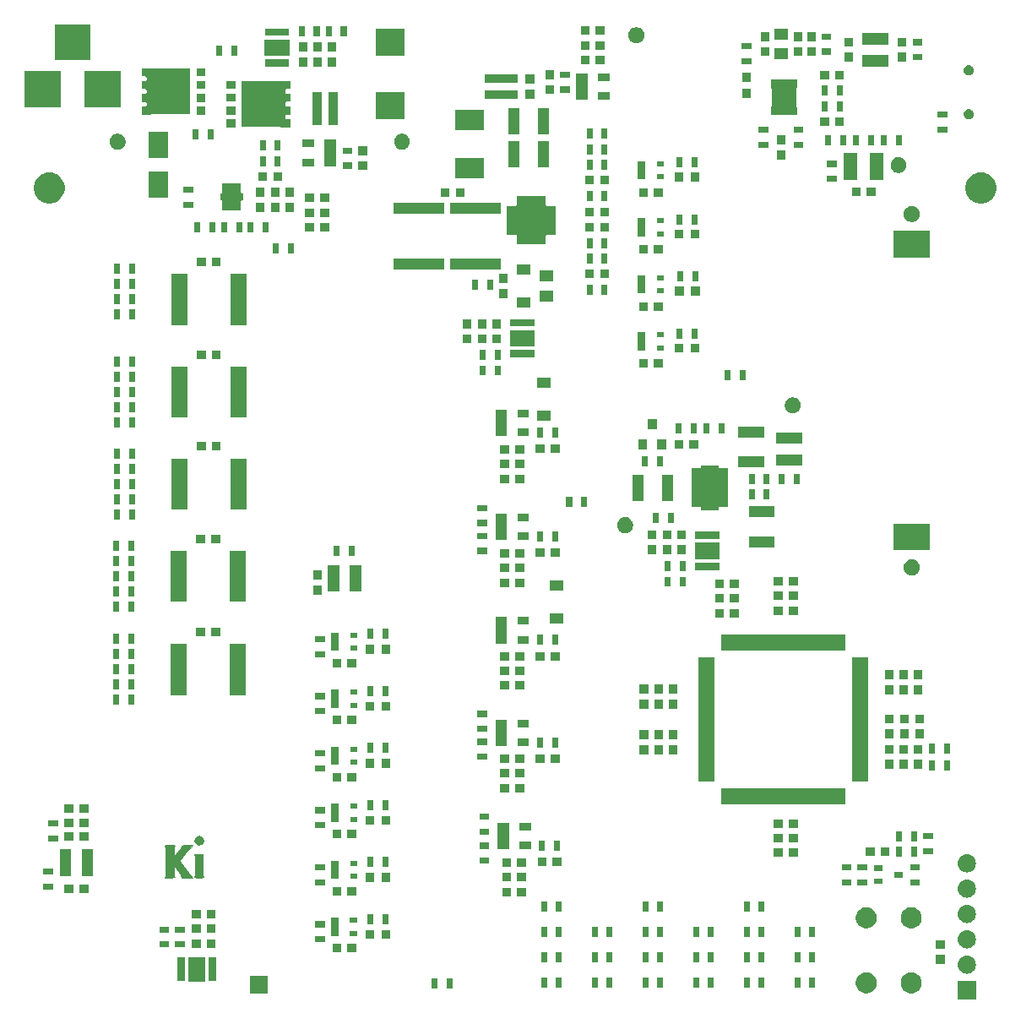
<source format=gbr>
G04 #@! TF.GenerationSoftware,KiCad,Pcbnew,(5.1.2)-1*
G04 #@! TF.CreationDate,2019-09-01T11:48:08-05:00*
G04 #@! TF.ProjectId,Electronic_Calendar,456c6563-7472-46f6-9e69-635f43616c65,rev?*
G04 #@! TF.SameCoordinates,Original*
G04 #@! TF.FileFunction,Soldermask,Top*
G04 #@! TF.FilePolarity,Negative*
%FSLAX46Y46*%
G04 Gerber Fmt 4.6, Leading zero omitted, Abs format (unit mm)*
G04 Created by KiCad (PCBNEW (5.1.2)-1) date 2019-09-01 11:48:08*
%MOMM*%
%LPD*%
G04 APERTURE LIST*
%ADD10C,0.010000*%
%ADD11C,0.100000*%
G04 APERTURE END LIST*
D10*
G36*
X84434247Y-128104900D02*
G01*
X84979559Y-128104900D01*
X84780779Y-128306287D01*
X84451071Y-128669191D01*
X84236651Y-128943315D01*
X84158203Y-129046900D01*
X84063644Y-129167029D01*
X83963550Y-129290702D01*
X83868498Y-129404919D01*
X83789066Y-129496681D01*
X83763968Y-129524260D01*
X83682536Y-129611712D01*
X83752494Y-129702856D01*
X83887936Y-129892104D01*
X83975478Y-130031550D01*
X84030348Y-130113786D01*
X84091624Y-130193112D01*
X84096773Y-130199107D01*
X84165722Y-130282081D01*
X84246247Y-130384637D01*
X84329442Y-130494788D01*
X84406402Y-130600547D01*
X84468219Y-130689925D01*
X84503876Y-130747047D01*
X84538957Y-130800096D01*
X84597486Y-130878562D01*
X84669320Y-130969752D01*
X84744315Y-131060972D01*
X84812328Y-131139532D01*
X84848700Y-131178520D01*
X84872589Y-131204581D01*
X84914863Y-131251906D01*
X84922977Y-131261070D01*
X84984555Y-131330700D01*
X83858100Y-131330700D01*
X83858100Y-131252423D01*
X83841337Y-131175895D01*
X83794107Y-131070649D01*
X83720993Y-130944739D01*
X83626581Y-130806216D01*
X83539042Y-130692033D01*
X83467768Y-130599813D01*
X83402447Y-130508769D01*
X83355277Y-130436035D01*
X83349171Y-130425333D01*
X83309129Y-130358934D01*
X83273842Y-130310784D01*
X83265199Y-130302000D01*
X83230638Y-130263316D01*
X83190415Y-130206750D01*
X83152726Y-130158593D01*
X83122215Y-130136987D01*
X83120914Y-130136900D01*
X83112038Y-130161591D01*
X83104918Y-130232881D01*
X83099764Y-130346592D01*
X83096783Y-130498544D01*
X83096100Y-130633461D01*
X83096784Y-130812763D01*
X83099195Y-130948770D01*
X83103875Y-131048975D01*
X83111363Y-131120869D01*
X83122198Y-131171943D01*
X83136921Y-131209688D01*
X83137744Y-131211311D01*
X83173217Y-131270991D01*
X83204723Y-131309118D01*
X83207594Y-131311261D01*
X83192097Y-131316823D01*
X83132747Y-131321762D01*
X83036486Y-131325812D01*
X82910259Y-131328707D01*
X82761011Y-131330182D01*
X82709294Y-131330311D01*
X82182789Y-131330700D01*
X82212468Y-131260850D01*
X82240641Y-131202258D01*
X82262724Y-131166870D01*
X82266557Y-131137642D01*
X82270157Y-131062281D01*
X82273459Y-130945451D01*
X82276396Y-130791817D01*
X82278899Y-130606046D01*
X82280904Y-130392802D01*
X82282342Y-130156751D01*
X82283147Y-129902559D01*
X82283299Y-129730790D01*
X82283241Y-129426811D01*
X82282970Y-129169412D01*
X82282346Y-128954374D01*
X82281226Y-128777478D01*
X82279469Y-128634504D01*
X82276933Y-128521233D01*
X82273476Y-128433445D01*
X82268957Y-128366921D01*
X82263233Y-128317441D01*
X82256162Y-128280786D01*
X82247604Y-128252737D01*
X82237416Y-128229074D01*
X82232499Y-128219199D01*
X82201744Y-128157369D01*
X82183690Y-128118160D01*
X82181699Y-128112229D01*
X82205835Y-128110007D01*
X82273188Y-128108056D01*
X82376172Y-128106484D01*
X82507206Y-128105401D01*
X82658705Y-128104915D01*
X82692417Y-128104900D01*
X82865560Y-128105164D01*
X82994129Y-128106331D01*
X83084346Y-128108964D01*
X83142437Y-128113623D01*
X83174624Y-128120872D01*
X83187132Y-128131272D01*
X83186186Y-128145385D01*
X83184664Y-128149350D01*
X83151305Y-128238173D01*
X83127239Y-128326681D01*
X83111080Y-128425641D01*
X83101442Y-128545821D01*
X83096940Y-128697988D01*
X83096100Y-128837588D01*
X83096099Y-129257404D01*
X83172299Y-129184400D01*
X83219913Y-129134057D01*
X83246494Y-129096778D01*
X83248500Y-129089983D01*
X83263637Y-129064050D01*
X83303128Y-129010628D01*
X83358088Y-128940645D01*
X83419632Y-128865029D01*
X83478877Y-128794709D01*
X83526939Y-128740614D01*
X83553739Y-128714500D01*
X83576061Y-128687234D01*
X83614436Y-128631130D01*
X83642302Y-128587500D01*
X83700505Y-128499798D01*
X83763451Y-128413198D01*
X83785799Y-128384862D01*
X83830513Y-128318236D01*
X83855908Y-128257143D01*
X83858100Y-128240890D01*
X83858622Y-128197177D01*
X83864291Y-128164002D01*
X83881262Y-128139912D01*
X83915689Y-128123455D01*
X83973726Y-128113177D01*
X84061528Y-128107627D01*
X84185250Y-128105351D01*
X84351045Y-128104896D01*
X84434247Y-128104900D01*
X84434247Y-128104900D01*
G37*
X84434247Y-128104900D02*
X84979559Y-128104900D01*
X84780779Y-128306287D01*
X84451071Y-128669191D01*
X84236651Y-128943315D01*
X84158203Y-129046900D01*
X84063644Y-129167029D01*
X83963550Y-129290702D01*
X83868498Y-129404919D01*
X83789066Y-129496681D01*
X83763968Y-129524260D01*
X83682536Y-129611712D01*
X83752494Y-129702856D01*
X83887936Y-129892104D01*
X83975478Y-130031550D01*
X84030348Y-130113786D01*
X84091624Y-130193112D01*
X84096773Y-130199107D01*
X84165722Y-130282081D01*
X84246247Y-130384637D01*
X84329442Y-130494788D01*
X84406402Y-130600547D01*
X84468219Y-130689925D01*
X84503876Y-130747047D01*
X84538957Y-130800096D01*
X84597486Y-130878562D01*
X84669320Y-130969752D01*
X84744315Y-131060972D01*
X84812328Y-131139532D01*
X84848700Y-131178520D01*
X84872589Y-131204581D01*
X84914863Y-131251906D01*
X84922977Y-131261070D01*
X84984555Y-131330700D01*
X83858100Y-131330700D01*
X83858100Y-131252423D01*
X83841337Y-131175895D01*
X83794107Y-131070649D01*
X83720993Y-130944739D01*
X83626581Y-130806216D01*
X83539042Y-130692033D01*
X83467768Y-130599813D01*
X83402447Y-130508769D01*
X83355277Y-130436035D01*
X83349171Y-130425333D01*
X83309129Y-130358934D01*
X83273842Y-130310784D01*
X83265199Y-130302000D01*
X83230638Y-130263316D01*
X83190415Y-130206750D01*
X83152726Y-130158593D01*
X83122215Y-130136987D01*
X83120914Y-130136900D01*
X83112038Y-130161591D01*
X83104918Y-130232881D01*
X83099764Y-130346592D01*
X83096783Y-130498544D01*
X83096100Y-130633461D01*
X83096784Y-130812763D01*
X83099195Y-130948770D01*
X83103875Y-131048975D01*
X83111363Y-131120869D01*
X83122198Y-131171943D01*
X83136921Y-131209688D01*
X83137744Y-131211311D01*
X83173217Y-131270991D01*
X83204723Y-131309118D01*
X83207594Y-131311261D01*
X83192097Y-131316823D01*
X83132747Y-131321762D01*
X83036486Y-131325812D01*
X82910259Y-131328707D01*
X82761011Y-131330182D01*
X82709294Y-131330311D01*
X82182789Y-131330700D01*
X82212468Y-131260850D01*
X82240641Y-131202258D01*
X82262724Y-131166870D01*
X82266557Y-131137642D01*
X82270157Y-131062281D01*
X82273459Y-130945451D01*
X82276396Y-130791817D01*
X82278899Y-130606046D01*
X82280904Y-130392802D01*
X82282342Y-130156751D01*
X82283147Y-129902559D01*
X82283299Y-129730790D01*
X82283241Y-129426811D01*
X82282970Y-129169412D01*
X82282346Y-128954374D01*
X82281226Y-128777478D01*
X82279469Y-128634504D01*
X82276933Y-128521233D01*
X82273476Y-128433445D01*
X82268957Y-128366921D01*
X82263233Y-128317441D01*
X82256162Y-128280786D01*
X82247604Y-128252737D01*
X82237416Y-128229074D01*
X82232499Y-128219199D01*
X82201744Y-128157369D01*
X82183690Y-128118160D01*
X82181699Y-128112229D01*
X82205835Y-128110007D01*
X82273188Y-128108056D01*
X82376172Y-128106484D01*
X82507206Y-128105401D01*
X82658705Y-128104915D01*
X82692417Y-128104900D01*
X82865560Y-128105164D01*
X82994129Y-128106331D01*
X83084346Y-128108964D01*
X83142437Y-128113623D01*
X83174624Y-128120872D01*
X83187132Y-128131272D01*
X83186186Y-128145385D01*
X83184664Y-128149350D01*
X83151305Y-128238173D01*
X83127239Y-128326681D01*
X83111080Y-128425641D01*
X83101442Y-128545821D01*
X83096940Y-128697988D01*
X83096100Y-128837588D01*
X83096099Y-129257404D01*
X83172299Y-129184400D01*
X83219913Y-129134057D01*
X83246494Y-129096778D01*
X83248500Y-129089983D01*
X83263637Y-129064050D01*
X83303128Y-129010628D01*
X83358088Y-128940645D01*
X83419632Y-128865029D01*
X83478877Y-128794709D01*
X83526939Y-128740614D01*
X83553739Y-128714500D01*
X83576061Y-128687234D01*
X83614436Y-128631130D01*
X83642302Y-128587500D01*
X83700505Y-128499798D01*
X83763451Y-128413198D01*
X83785799Y-128384862D01*
X83830513Y-128318236D01*
X83855908Y-128257143D01*
X83858100Y-128240890D01*
X83858622Y-128197177D01*
X83864291Y-128164002D01*
X83881262Y-128139912D01*
X83915689Y-128123455D01*
X83973726Y-128113177D01*
X84061528Y-128107627D01*
X84185250Y-128105351D01*
X84351045Y-128104896D01*
X84434247Y-128104900D01*
G36*
X86017100Y-130068545D02*
G01*
X86017321Y-130340028D01*
X86018083Y-130565118D01*
X86019526Y-130748221D01*
X86021794Y-130893740D01*
X86025031Y-131006083D01*
X86029378Y-131089655D01*
X86034980Y-131148859D01*
X86041978Y-131188103D01*
X86050516Y-131211792D01*
X86054392Y-131217895D01*
X86080678Y-131255443D01*
X86091391Y-131283585D01*
X86081210Y-131303674D01*
X86044812Y-131317063D01*
X85976876Y-131325105D01*
X85872078Y-131329153D01*
X85725098Y-131330560D01*
X85610700Y-131330700D01*
X85460418Y-131330015D01*
X85329227Y-131328108D01*
X85224927Y-131325202D01*
X85155319Y-131321517D01*
X85128205Y-131317276D01*
X85128100Y-131316988D01*
X85138655Y-131287954D01*
X85165226Y-131231009D01*
X85178900Y-131203700D01*
X85191766Y-131176260D01*
X85202259Y-131145894D01*
X85210620Y-131107420D01*
X85217091Y-131055655D01*
X85221911Y-130985418D01*
X85225322Y-130891527D01*
X85227565Y-130768801D01*
X85228881Y-130612059D01*
X85229510Y-130416117D01*
X85229695Y-130175796D01*
X85229700Y-130111250D01*
X85229447Y-129853769D01*
X85228571Y-129642249D01*
X85226896Y-129471851D01*
X85224248Y-129337738D01*
X85220450Y-129235071D01*
X85215327Y-129159013D01*
X85208703Y-129104726D01*
X85200403Y-129067372D01*
X85190947Y-129043438D01*
X85152195Y-128968500D01*
X86017100Y-128968500D01*
X86017100Y-130068545D01*
X86017100Y-130068545D01*
G37*
X86017100Y-130068545D02*
X86017321Y-130340028D01*
X86018083Y-130565118D01*
X86019526Y-130748221D01*
X86021794Y-130893740D01*
X86025031Y-131006083D01*
X86029378Y-131089655D01*
X86034980Y-131148859D01*
X86041978Y-131188103D01*
X86050516Y-131211792D01*
X86054392Y-131217895D01*
X86080678Y-131255443D01*
X86091391Y-131283585D01*
X86081210Y-131303674D01*
X86044812Y-131317063D01*
X85976876Y-131325105D01*
X85872078Y-131329153D01*
X85725098Y-131330560D01*
X85610700Y-131330700D01*
X85460418Y-131330015D01*
X85329227Y-131328108D01*
X85224927Y-131325202D01*
X85155319Y-131321517D01*
X85128205Y-131317276D01*
X85128100Y-131316988D01*
X85138655Y-131287954D01*
X85165226Y-131231009D01*
X85178900Y-131203700D01*
X85191766Y-131176260D01*
X85202259Y-131145894D01*
X85210620Y-131107420D01*
X85217091Y-131055655D01*
X85221911Y-130985418D01*
X85225322Y-130891527D01*
X85227565Y-130768801D01*
X85228881Y-130612059D01*
X85229510Y-130416117D01*
X85229695Y-130175796D01*
X85229700Y-130111250D01*
X85229447Y-129853769D01*
X85228571Y-129642249D01*
X85226896Y-129471851D01*
X85224248Y-129337738D01*
X85220450Y-129235071D01*
X85215327Y-129159013D01*
X85208703Y-129104726D01*
X85200403Y-129067372D01*
X85190947Y-129043438D01*
X85152195Y-128968500D01*
X86017100Y-128968500D01*
X86017100Y-130068545D01*
G36*
X85776441Y-127202460D02*
G01*
X85894045Y-127268895D01*
X85987523Y-127371545D01*
X86031312Y-127457624D01*
X86061922Y-127596114D01*
X86052821Y-127734091D01*
X86005473Y-127855584D01*
X85993088Y-127874350D01*
X85902649Y-127961908D01*
X85783771Y-128022053D01*
X85650833Y-128051918D01*
X85518213Y-128048634D01*
X85400290Y-128009332D01*
X85379506Y-127996744D01*
X85297237Y-127917894D01*
X85229414Y-127809270D01*
X85187247Y-127691795D01*
X85178900Y-127622299D01*
X85198174Y-127513075D01*
X85248690Y-127398610D01*
X85319482Y-127299658D01*
X85375142Y-127250795D01*
X85507361Y-127190376D01*
X85644337Y-127175276D01*
X85776441Y-127202460D01*
X85776441Y-127202460D01*
G37*
X85776441Y-127202460D02*
X85894045Y-127268895D01*
X85987523Y-127371545D01*
X86031312Y-127457624D01*
X86061922Y-127596114D01*
X86052821Y-127734091D01*
X86005473Y-127855584D01*
X85993088Y-127874350D01*
X85902649Y-127961908D01*
X85783771Y-128022053D01*
X85650833Y-128051918D01*
X85518213Y-128048634D01*
X85400290Y-128009332D01*
X85379506Y-127996744D01*
X85297237Y-127917894D01*
X85229414Y-127809270D01*
X85187247Y-127691795D01*
X85178900Y-127622299D01*
X85198174Y-127513075D01*
X85248690Y-127398610D01*
X85319482Y-127299658D01*
X85375142Y-127250795D01*
X85507361Y-127190376D01*
X85644337Y-127175276D01*
X85776441Y-127202460D01*
D11*
G36*
X163524500Y-143522000D02*
G01*
X161722500Y-143522000D01*
X161722500Y-141720000D01*
X163524500Y-141720000D01*
X163524500Y-143522000D01*
X163524500Y-143522000D01*
G37*
G36*
X92518800Y-142988600D02*
G01*
X90716800Y-142988600D01*
X90716800Y-141186600D01*
X92518800Y-141186600D01*
X92518800Y-142988600D01*
X92518800Y-142988600D01*
G37*
G36*
X152842064Y-140871389D02*
G01*
X152953248Y-140917443D01*
X153033335Y-140950616D01*
X153060793Y-140968963D01*
X153205473Y-141065635D01*
X153351865Y-141212027D01*
X153466885Y-141384167D01*
X153546111Y-141575436D01*
X153586500Y-141778484D01*
X153586500Y-141985516D01*
X153546111Y-142188564D01*
X153475100Y-142360000D01*
X153466884Y-142379835D01*
X153351865Y-142551973D01*
X153205473Y-142698365D01*
X153033335Y-142813384D01*
X153033334Y-142813385D01*
X153033333Y-142813385D01*
X152842064Y-142892611D01*
X152639016Y-142933000D01*
X152431984Y-142933000D01*
X152228936Y-142892611D01*
X152037667Y-142813385D01*
X152037666Y-142813385D01*
X152037665Y-142813384D01*
X151865527Y-142698365D01*
X151719135Y-142551973D01*
X151604116Y-142379835D01*
X151595900Y-142360000D01*
X151524889Y-142188564D01*
X151484500Y-141985516D01*
X151484500Y-141778484D01*
X151524889Y-141575436D01*
X151604115Y-141384167D01*
X151719135Y-141212027D01*
X151865527Y-141065635D01*
X152010207Y-140968963D01*
X152037665Y-140950616D01*
X152117752Y-140917443D01*
X152228936Y-140871389D01*
X152431984Y-140831000D01*
X152639016Y-140831000D01*
X152842064Y-140871389D01*
X152842064Y-140871389D01*
G37*
G36*
X157342064Y-140871389D02*
G01*
X157453248Y-140917443D01*
X157533335Y-140950616D01*
X157560793Y-140968963D01*
X157705473Y-141065635D01*
X157851865Y-141212027D01*
X157966885Y-141384167D01*
X158046111Y-141575436D01*
X158086500Y-141778484D01*
X158086500Y-141985516D01*
X158046111Y-142188564D01*
X157975100Y-142360000D01*
X157966884Y-142379835D01*
X157851865Y-142551973D01*
X157705473Y-142698365D01*
X157533335Y-142813384D01*
X157533334Y-142813385D01*
X157533333Y-142813385D01*
X157342064Y-142892611D01*
X157139016Y-142933000D01*
X156931984Y-142933000D01*
X156728936Y-142892611D01*
X156537667Y-142813385D01*
X156537666Y-142813385D01*
X156537665Y-142813384D01*
X156365527Y-142698365D01*
X156219135Y-142551973D01*
X156104116Y-142379835D01*
X156095900Y-142360000D01*
X156024889Y-142188564D01*
X155984500Y-141985516D01*
X155984500Y-141778484D01*
X156024889Y-141575436D01*
X156104115Y-141384167D01*
X156219135Y-141212027D01*
X156365527Y-141065635D01*
X156510207Y-140968963D01*
X156537665Y-140950616D01*
X156617752Y-140917443D01*
X156728936Y-140871389D01*
X156931984Y-140831000D01*
X157139016Y-140831000D01*
X157342064Y-140871389D01*
X157342064Y-140871389D01*
G37*
G36*
X111045000Y-142423500D02*
G01*
X110443000Y-142423500D01*
X110443000Y-141421500D01*
X111045000Y-141421500D01*
X111045000Y-142423500D01*
X111045000Y-142423500D01*
G37*
G36*
X109545000Y-142423500D02*
G01*
X108943000Y-142423500D01*
X108943000Y-141421500D01*
X109545000Y-141421500D01*
X109545000Y-142423500D01*
X109545000Y-142423500D01*
G37*
G36*
X127098500Y-142360000D02*
G01*
X126496500Y-142360000D01*
X126496500Y-141358000D01*
X127098500Y-141358000D01*
X127098500Y-142360000D01*
X127098500Y-142360000D01*
G37*
G36*
X140838500Y-142360000D02*
G01*
X140236500Y-142360000D01*
X140236500Y-141358000D01*
X140838500Y-141358000D01*
X140838500Y-142360000D01*
X140838500Y-142360000D01*
G37*
G36*
X142338500Y-142360000D02*
G01*
X141736500Y-142360000D01*
X141736500Y-141358000D01*
X142338500Y-141358000D01*
X142338500Y-142360000D01*
X142338500Y-142360000D01*
G37*
G36*
X130678500Y-142360000D02*
G01*
X130076500Y-142360000D01*
X130076500Y-141358000D01*
X130678500Y-141358000D01*
X130678500Y-142360000D01*
X130678500Y-142360000D01*
G37*
G36*
X132178500Y-142360000D02*
G01*
X131576500Y-142360000D01*
X131576500Y-141358000D01*
X132178500Y-141358000D01*
X132178500Y-142360000D01*
X132178500Y-142360000D01*
G37*
G36*
X120518500Y-142360000D02*
G01*
X119916500Y-142360000D01*
X119916500Y-141358000D01*
X120518500Y-141358000D01*
X120518500Y-142360000D01*
X120518500Y-142360000D01*
G37*
G36*
X122018500Y-142360000D02*
G01*
X121416500Y-142360000D01*
X121416500Y-141358000D01*
X122018500Y-141358000D01*
X122018500Y-142360000D01*
X122018500Y-142360000D01*
G37*
G36*
X145918500Y-142360000D02*
G01*
X145316500Y-142360000D01*
X145316500Y-141358000D01*
X145918500Y-141358000D01*
X145918500Y-142360000D01*
X145918500Y-142360000D01*
G37*
G36*
X147418500Y-142360000D02*
G01*
X146816500Y-142360000D01*
X146816500Y-141358000D01*
X147418500Y-141358000D01*
X147418500Y-142360000D01*
X147418500Y-142360000D01*
G37*
G36*
X135758500Y-142360000D02*
G01*
X135156500Y-142360000D01*
X135156500Y-141358000D01*
X135758500Y-141358000D01*
X135758500Y-142360000D01*
X135758500Y-142360000D01*
G37*
G36*
X137258500Y-142360000D02*
G01*
X136656500Y-142360000D01*
X136656500Y-141358000D01*
X137258500Y-141358000D01*
X137258500Y-142360000D01*
X137258500Y-142360000D01*
G37*
G36*
X125598500Y-142360000D02*
G01*
X124996500Y-142360000D01*
X124996500Y-141358000D01*
X125598500Y-141358000D01*
X125598500Y-142360000D01*
X125598500Y-142360000D01*
G37*
G36*
X86220800Y-141789200D02*
G01*
X84568800Y-141789200D01*
X84568800Y-139287200D01*
X86220800Y-139287200D01*
X86220800Y-141789200D01*
X86220800Y-141789200D01*
G37*
G36*
X84220800Y-141739200D02*
G01*
X83468800Y-141739200D01*
X83468800Y-139337200D01*
X84220800Y-139337200D01*
X84220800Y-141739200D01*
X84220800Y-141739200D01*
G37*
G36*
X87320800Y-141739200D02*
G01*
X86568800Y-141739200D01*
X86568800Y-139337200D01*
X87320800Y-139337200D01*
X87320800Y-141739200D01*
X87320800Y-141739200D01*
G37*
G36*
X162733942Y-139186518D02*
G01*
X162800127Y-139193037D01*
X162969966Y-139244557D01*
X163126491Y-139328222D01*
X163162229Y-139357552D01*
X163263686Y-139440814D01*
X163346948Y-139542271D01*
X163376278Y-139578009D01*
X163459943Y-139734534D01*
X163511463Y-139904373D01*
X163528859Y-140081000D01*
X163511463Y-140257627D01*
X163459943Y-140427466D01*
X163376278Y-140583991D01*
X163372003Y-140589200D01*
X163263686Y-140721186D01*
X163162229Y-140804448D01*
X163126491Y-140833778D01*
X162969966Y-140917443D01*
X162800127Y-140968963D01*
X162733943Y-140975481D01*
X162667760Y-140982000D01*
X162579240Y-140982000D01*
X162513057Y-140975481D01*
X162446873Y-140968963D01*
X162277034Y-140917443D01*
X162120509Y-140833778D01*
X162084771Y-140804448D01*
X161983314Y-140721186D01*
X161874997Y-140589200D01*
X161870722Y-140583991D01*
X161787057Y-140427466D01*
X161735537Y-140257627D01*
X161718141Y-140081000D01*
X161735537Y-139904373D01*
X161787057Y-139734534D01*
X161870722Y-139578009D01*
X161900052Y-139542271D01*
X161983314Y-139440814D01*
X162084771Y-139357552D01*
X162120509Y-139328222D01*
X162277034Y-139244557D01*
X162446873Y-139193037D01*
X162513058Y-139186518D01*
X162579240Y-139180000D01*
X162667760Y-139180000D01*
X162733942Y-139186518D01*
X162733942Y-139186518D01*
G37*
G36*
X160382500Y-140012000D02*
G01*
X159530500Y-140012000D01*
X159530500Y-139110000D01*
X160382500Y-139110000D01*
X160382500Y-140012000D01*
X160382500Y-140012000D01*
G37*
G36*
X147418500Y-139820000D02*
G01*
X146816500Y-139820000D01*
X146816500Y-138818000D01*
X147418500Y-138818000D01*
X147418500Y-139820000D01*
X147418500Y-139820000D01*
G37*
G36*
X142338500Y-139820000D02*
G01*
X141736500Y-139820000D01*
X141736500Y-138818000D01*
X142338500Y-138818000D01*
X142338500Y-139820000D01*
X142338500Y-139820000D01*
G37*
G36*
X127098500Y-139820000D02*
G01*
X126496500Y-139820000D01*
X126496500Y-138818000D01*
X127098500Y-138818000D01*
X127098500Y-139820000D01*
X127098500Y-139820000D01*
G37*
G36*
X125598500Y-139820000D02*
G01*
X124996500Y-139820000D01*
X124996500Y-138818000D01*
X125598500Y-138818000D01*
X125598500Y-139820000D01*
X125598500Y-139820000D01*
G37*
G36*
X137258500Y-139820000D02*
G01*
X136656500Y-139820000D01*
X136656500Y-138818000D01*
X137258500Y-138818000D01*
X137258500Y-139820000D01*
X137258500Y-139820000D01*
G37*
G36*
X135758500Y-139820000D02*
G01*
X135156500Y-139820000D01*
X135156500Y-138818000D01*
X135758500Y-138818000D01*
X135758500Y-139820000D01*
X135758500Y-139820000D01*
G37*
G36*
X145918500Y-139820000D02*
G01*
X145316500Y-139820000D01*
X145316500Y-138818000D01*
X145918500Y-138818000D01*
X145918500Y-139820000D01*
X145918500Y-139820000D01*
G37*
G36*
X140838500Y-139820000D02*
G01*
X140236500Y-139820000D01*
X140236500Y-138818000D01*
X140838500Y-138818000D01*
X140838500Y-139820000D01*
X140838500Y-139820000D01*
G37*
G36*
X130678500Y-139820000D02*
G01*
X130076500Y-139820000D01*
X130076500Y-138818000D01*
X130678500Y-138818000D01*
X130678500Y-139820000D01*
X130678500Y-139820000D01*
G37*
G36*
X122018500Y-139820000D02*
G01*
X121416500Y-139820000D01*
X121416500Y-138818000D01*
X122018500Y-138818000D01*
X122018500Y-139820000D01*
X122018500Y-139820000D01*
G37*
G36*
X120518500Y-139820000D02*
G01*
X119916500Y-139820000D01*
X119916500Y-138818000D01*
X120518500Y-138818000D01*
X120518500Y-139820000D01*
X120518500Y-139820000D01*
G37*
G36*
X132178500Y-139820000D02*
G01*
X131576500Y-139820000D01*
X131576500Y-138818000D01*
X132178500Y-138818000D01*
X132178500Y-139820000D01*
X132178500Y-139820000D01*
G37*
G36*
X99904000Y-138856000D02*
G01*
X99002000Y-138856000D01*
X99002000Y-138004000D01*
X99904000Y-138004000D01*
X99904000Y-138856000D01*
X99904000Y-138856000D01*
G37*
G36*
X101404000Y-138856000D02*
G01*
X100502000Y-138856000D01*
X100502000Y-138004000D01*
X101404000Y-138004000D01*
X101404000Y-138856000D01*
X101404000Y-138856000D01*
G37*
G36*
X160382500Y-138512000D02*
G01*
X159530500Y-138512000D01*
X159530500Y-137610000D01*
X160382500Y-137610000D01*
X160382500Y-138512000D01*
X160382500Y-138512000D01*
G37*
G36*
X162733943Y-136646519D02*
G01*
X162800127Y-136653037D01*
X162969966Y-136704557D01*
X163126491Y-136788222D01*
X163162229Y-136817552D01*
X163263686Y-136900814D01*
X163346948Y-137002271D01*
X163376278Y-137038009D01*
X163459943Y-137194534D01*
X163511463Y-137364373D01*
X163528859Y-137541000D01*
X163511463Y-137717627D01*
X163459943Y-137887466D01*
X163376278Y-138043991D01*
X163346948Y-138079729D01*
X163263686Y-138181186D01*
X163162229Y-138264448D01*
X163126491Y-138293778D01*
X162969966Y-138377443D01*
X162800127Y-138428963D01*
X162733943Y-138435481D01*
X162667760Y-138442000D01*
X162579240Y-138442000D01*
X162513057Y-138435481D01*
X162446873Y-138428963D01*
X162277034Y-138377443D01*
X162120509Y-138293778D01*
X162084771Y-138264448D01*
X161983314Y-138181186D01*
X161900052Y-138079729D01*
X161870722Y-138043991D01*
X161787057Y-137887466D01*
X161735537Y-137717627D01*
X161718141Y-137541000D01*
X161735537Y-137364373D01*
X161787057Y-137194534D01*
X161870722Y-137038009D01*
X161900052Y-137002271D01*
X161983314Y-136900814D01*
X162084771Y-136817552D01*
X162120509Y-136788222D01*
X162277034Y-136704557D01*
X162446873Y-136653037D01*
X162513057Y-136646519D01*
X162579240Y-136640000D01*
X162667760Y-136640000D01*
X162733943Y-136646519D01*
X162733943Y-136646519D01*
G37*
G36*
X85794300Y-138360700D02*
G01*
X84892300Y-138360700D01*
X84892300Y-137508700D01*
X85794300Y-137508700D01*
X85794300Y-138360700D01*
X85794300Y-138360700D01*
G37*
G36*
X87294300Y-138360700D02*
G01*
X86392300Y-138360700D01*
X86392300Y-137508700D01*
X87294300Y-137508700D01*
X87294300Y-138360700D01*
X87294300Y-138360700D01*
G37*
G36*
X84244800Y-138350700D02*
G01*
X83242800Y-138350700D01*
X83242800Y-137748700D01*
X84244800Y-137748700D01*
X84244800Y-138350700D01*
X84244800Y-138350700D01*
G37*
G36*
X82657300Y-138350700D02*
G01*
X81655300Y-138350700D01*
X81655300Y-137748700D01*
X82657300Y-137748700D01*
X82657300Y-138350700D01*
X82657300Y-138350700D01*
G37*
G36*
X98291000Y-137830000D02*
G01*
X97289000Y-137830000D01*
X97289000Y-137228000D01*
X98291000Y-137228000D01*
X98291000Y-137830000D01*
X98291000Y-137830000D01*
G37*
G36*
X103219500Y-137484000D02*
G01*
X102317500Y-137484000D01*
X102317500Y-136582000D01*
X103219500Y-136582000D01*
X103219500Y-137484000D01*
X103219500Y-137484000D01*
G37*
G36*
X104819500Y-137484000D02*
G01*
X103917500Y-137484000D01*
X103917500Y-136582000D01*
X104819500Y-136582000D01*
X104819500Y-137484000D01*
X104819500Y-137484000D01*
G37*
G36*
X147418500Y-137280000D02*
G01*
X146816500Y-137280000D01*
X146816500Y-136278000D01*
X147418500Y-136278000D01*
X147418500Y-137280000D01*
X147418500Y-137280000D01*
G37*
G36*
X122018500Y-137280000D02*
G01*
X121416500Y-137280000D01*
X121416500Y-136278000D01*
X122018500Y-136278000D01*
X122018500Y-137280000D01*
X122018500Y-137280000D01*
G37*
G36*
X120518500Y-137280000D02*
G01*
X119916500Y-137280000D01*
X119916500Y-136278000D01*
X120518500Y-136278000D01*
X120518500Y-137280000D01*
X120518500Y-137280000D01*
G37*
G36*
X130678500Y-137280000D02*
G01*
X130076500Y-137280000D01*
X130076500Y-136278000D01*
X130678500Y-136278000D01*
X130678500Y-137280000D01*
X130678500Y-137280000D01*
G37*
G36*
X132178500Y-137280000D02*
G01*
X131576500Y-137280000D01*
X131576500Y-136278000D01*
X132178500Y-136278000D01*
X132178500Y-137280000D01*
X132178500Y-137280000D01*
G37*
G36*
X135758500Y-137280000D02*
G01*
X135156500Y-137280000D01*
X135156500Y-136278000D01*
X135758500Y-136278000D01*
X135758500Y-137280000D01*
X135758500Y-137280000D01*
G37*
G36*
X125598500Y-137280000D02*
G01*
X124996500Y-137280000D01*
X124996500Y-136278000D01*
X125598500Y-136278000D01*
X125598500Y-137280000D01*
X125598500Y-137280000D01*
G37*
G36*
X137258500Y-137280000D02*
G01*
X136656500Y-137280000D01*
X136656500Y-136278000D01*
X137258500Y-136278000D01*
X137258500Y-137280000D01*
X137258500Y-137280000D01*
G37*
G36*
X142338500Y-137280000D02*
G01*
X141736500Y-137280000D01*
X141736500Y-136278000D01*
X142338500Y-136278000D01*
X142338500Y-137280000D01*
X142338500Y-137280000D01*
G37*
G36*
X140838500Y-137280000D02*
G01*
X140236500Y-137280000D01*
X140236500Y-136278000D01*
X140838500Y-136278000D01*
X140838500Y-137280000D01*
X140838500Y-137280000D01*
G37*
G36*
X145918500Y-137280000D02*
G01*
X145316500Y-137280000D01*
X145316500Y-136278000D01*
X145918500Y-136278000D01*
X145918500Y-137280000D01*
X145918500Y-137280000D01*
G37*
G36*
X127098500Y-137280000D02*
G01*
X126496500Y-137280000D01*
X126496500Y-136278000D01*
X127098500Y-136278000D01*
X127098500Y-137280000D01*
X127098500Y-137280000D01*
G37*
G36*
X99611000Y-137179500D02*
G01*
X98859000Y-137179500D01*
X98859000Y-135377500D01*
X99611000Y-135377500D01*
X99611000Y-137179500D01*
X99611000Y-137179500D01*
G37*
G36*
X101511000Y-137179500D02*
G01*
X100759000Y-137179500D01*
X100759000Y-136677500D01*
X101511000Y-136677500D01*
X101511000Y-137179500D01*
X101511000Y-137179500D01*
G37*
G36*
X85794300Y-136900200D02*
G01*
X84892300Y-136900200D01*
X84892300Y-136048200D01*
X85794300Y-136048200D01*
X85794300Y-136900200D01*
X85794300Y-136900200D01*
G37*
G36*
X87294300Y-136900200D02*
G01*
X86392300Y-136900200D01*
X86392300Y-136048200D01*
X87294300Y-136048200D01*
X87294300Y-136900200D01*
X87294300Y-136900200D01*
G37*
G36*
X84244800Y-136850700D02*
G01*
X83242800Y-136850700D01*
X83242800Y-136248700D01*
X84244800Y-136248700D01*
X84244800Y-136850700D01*
X84244800Y-136850700D01*
G37*
G36*
X82657300Y-136850700D02*
G01*
X81655300Y-136850700D01*
X81655300Y-136248700D01*
X82657300Y-136248700D01*
X82657300Y-136850700D01*
X82657300Y-136850700D01*
G37*
G36*
X157342064Y-134371389D02*
G01*
X157533333Y-134450615D01*
X157533335Y-134450616D01*
X157705473Y-134565635D01*
X157851865Y-134712027D01*
X157926934Y-134824375D01*
X157966885Y-134884167D01*
X158046111Y-135075436D01*
X158086500Y-135278484D01*
X158086500Y-135485516D01*
X158046111Y-135688564D01*
X158019098Y-135753779D01*
X157966884Y-135879835D01*
X157851865Y-136051973D01*
X157705473Y-136198365D01*
X157533335Y-136313384D01*
X157533334Y-136313385D01*
X157533333Y-136313385D01*
X157342064Y-136392611D01*
X157139016Y-136433000D01*
X156931984Y-136433000D01*
X156728936Y-136392611D01*
X156537667Y-136313385D01*
X156537666Y-136313385D01*
X156537665Y-136313384D01*
X156365527Y-136198365D01*
X156219135Y-136051973D01*
X156104116Y-135879835D01*
X156051902Y-135753779D01*
X156024889Y-135688564D01*
X155984500Y-135485516D01*
X155984500Y-135278484D01*
X156024889Y-135075436D01*
X156104115Y-134884167D01*
X156144067Y-134824375D01*
X156219135Y-134712027D01*
X156365527Y-134565635D01*
X156537665Y-134450616D01*
X156537667Y-134450615D01*
X156728936Y-134371389D01*
X156931984Y-134331000D01*
X157139016Y-134331000D01*
X157342064Y-134371389D01*
X157342064Y-134371389D01*
G37*
G36*
X152842064Y-134371389D02*
G01*
X153033333Y-134450615D01*
X153033335Y-134450616D01*
X153205473Y-134565635D01*
X153351865Y-134712027D01*
X153426934Y-134824375D01*
X153466885Y-134884167D01*
X153546111Y-135075436D01*
X153586500Y-135278484D01*
X153586500Y-135485516D01*
X153546111Y-135688564D01*
X153519098Y-135753779D01*
X153466884Y-135879835D01*
X153351865Y-136051973D01*
X153205473Y-136198365D01*
X153033335Y-136313384D01*
X153033334Y-136313385D01*
X153033333Y-136313385D01*
X152842064Y-136392611D01*
X152639016Y-136433000D01*
X152431984Y-136433000D01*
X152228936Y-136392611D01*
X152037667Y-136313385D01*
X152037666Y-136313385D01*
X152037665Y-136313384D01*
X151865527Y-136198365D01*
X151719135Y-136051973D01*
X151604116Y-135879835D01*
X151551902Y-135753779D01*
X151524889Y-135688564D01*
X151484500Y-135485516D01*
X151484500Y-135278484D01*
X151524889Y-135075436D01*
X151604115Y-134884167D01*
X151644067Y-134824375D01*
X151719135Y-134712027D01*
X151865527Y-134565635D01*
X152037665Y-134450616D01*
X152037667Y-134450615D01*
X152228936Y-134371389D01*
X152431984Y-134331000D01*
X152639016Y-134331000D01*
X152842064Y-134371389D01*
X152842064Y-134371389D01*
G37*
G36*
X98291000Y-136330000D02*
G01*
X97289000Y-136330000D01*
X97289000Y-135728000D01*
X98291000Y-135728000D01*
X98291000Y-136330000D01*
X98291000Y-136330000D01*
G37*
G36*
X103119500Y-136010000D02*
G01*
X102517500Y-136010000D01*
X102517500Y-135008000D01*
X103119500Y-135008000D01*
X103119500Y-136010000D01*
X103119500Y-136010000D01*
G37*
G36*
X104619500Y-136010000D02*
G01*
X104017500Y-136010000D01*
X104017500Y-135008000D01*
X104619500Y-135008000D01*
X104619500Y-136010000D01*
X104619500Y-136010000D01*
G37*
G36*
X162733943Y-134106519D02*
G01*
X162800127Y-134113037D01*
X162969966Y-134164557D01*
X163126491Y-134248222D01*
X163162229Y-134277552D01*
X163263686Y-134360814D01*
X163346948Y-134462271D01*
X163376278Y-134498009D01*
X163459943Y-134654534D01*
X163511463Y-134824373D01*
X163528859Y-135001000D01*
X163511463Y-135177627D01*
X163459943Y-135347466D01*
X163376278Y-135503991D01*
X163346948Y-135539729D01*
X163263686Y-135641186D01*
X163162229Y-135724448D01*
X163126491Y-135753778D01*
X162969966Y-135837443D01*
X162800127Y-135888963D01*
X162733943Y-135895481D01*
X162667760Y-135902000D01*
X162579240Y-135902000D01*
X162513057Y-135895481D01*
X162446873Y-135888963D01*
X162277034Y-135837443D01*
X162120509Y-135753778D01*
X162084771Y-135724448D01*
X161983314Y-135641186D01*
X161900052Y-135539729D01*
X161870722Y-135503991D01*
X161787057Y-135347466D01*
X161735537Y-135177627D01*
X161718141Y-135001000D01*
X161735537Y-134824373D01*
X161787057Y-134654534D01*
X161870722Y-134498009D01*
X161900052Y-134462271D01*
X161983314Y-134360814D01*
X162084771Y-134277552D01*
X162120509Y-134248222D01*
X162277034Y-134164557D01*
X162446873Y-134113037D01*
X162513057Y-134106519D01*
X162579240Y-134100000D01*
X162667760Y-134100000D01*
X162733943Y-134106519D01*
X162733943Y-134106519D01*
G37*
G36*
X101511000Y-135879500D02*
G01*
X100759000Y-135879500D01*
X100759000Y-135377500D01*
X101511000Y-135377500D01*
X101511000Y-135879500D01*
X101511000Y-135879500D01*
G37*
G36*
X87294300Y-135439700D02*
G01*
X86392300Y-135439700D01*
X86392300Y-134587700D01*
X87294300Y-134587700D01*
X87294300Y-135439700D01*
X87294300Y-135439700D01*
G37*
G36*
X85794300Y-135439700D02*
G01*
X84892300Y-135439700D01*
X84892300Y-134587700D01*
X85794300Y-134587700D01*
X85794300Y-135439700D01*
X85794300Y-135439700D01*
G37*
G36*
X130678500Y-134740000D02*
G01*
X130076500Y-134740000D01*
X130076500Y-133738000D01*
X130678500Y-133738000D01*
X130678500Y-134740000D01*
X130678500Y-134740000D01*
G37*
G36*
X132178500Y-134740000D02*
G01*
X131576500Y-134740000D01*
X131576500Y-133738000D01*
X132178500Y-133738000D01*
X132178500Y-134740000D01*
X132178500Y-134740000D01*
G37*
G36*
X120518500Y-134740000D02*
G01*
X119916500Y-134740000D01*
X119916500Y-133738000D01*
X120518500Y-133738000D01*
X120518500Y-134740000D01*
X120518500Y-134740000D01*
G37*
G36*
X122018500Y-134740000D02*
G01*
X121416500Y-134740000D01*
X121416500Y-133738000D01*
X122018500Y-133738000D01*
X122018500Y-134740000D01*
X122018500Y-134740000D01*
G37*
G36*
X140838500Y-134740000D02*
G01*
X140236500Y-134740000D01*
X140236500Y-133738000D01*
X140838500Y-133738000D01*
X140838500Y-134740000D01*
X140838500Y-134740000D01*
G37*
G36*
X142338500Y-134740000D02*
G01*
X141736500Y-134740000D01*
X141736500Y-133738000D01*
X142338500Y-133738000D01*
X142338500Y-134740000D01*
X142338500Y-134740000D01*
G37*
G36*
X162733942Y-131566518D02*
G01*
X162800127Y-131573037D01*
X162969966Y-131624557D01*
X163126491Y-131708222D01*
X163162229Y-131737552D01*
X163263686Y-131820814D01*
X163346948Y-131922271D01*
X163376278Y-131958009D01*
X163459943Y-132114534D01*
X163511463Y-132284373D01*
X163528859Y-132461000D01*
X163511463Y-132637627D01*
X163459943Y-132807466D01*
X163376278Y-132963991D01*
X163346948Y-132999729D01*
X163263686Y-133101186D01*
X163162229Y-133184448D01*
X163126491Y-133213778D01*
X162969966Y-133297443D01*
X162800127Y-133348963D01*
X162733942Y-133355482D01*
X162667760Y-133362000D01*
X162579240Y-133362000D01*
X162513058Y-133355482D01*
X162446873Y-133348963D01*
X162277034Y-133297443D01*
X162120509Y-133213778D01*
X162084771Y-133184448D01*
X161983314Y-133101186D01*
X161900052Y-132999729D01*
X161870722Y-132963991D01*
X161787057Y-132807466D01*
X161735537Y-132637627D01*
X161718141Y-132461000D01*
X161735537Y-132284373D01*
X161787057Y-132114534D01*
X161870722Y-131958009D01*
X161900052Y-131922271D01*
X161983314Y-131820814D01*
X162084771Y-131737552D01*
X162120509Y-131708222D01*
X162277034Y-131624557D01*
X162446873Y-131573037D01*
X162513058Y-131566518D01*
X162579240Y-131560000D01*
X162667760Y-131560000D01*
X162733942Y-131566518D01*
X162733942Y-131566518D01*
G37*
G36*
X116922000Y-133204500D02*
G01*
X116020000Y-133204500D01*
X116020000Y-132352500D01*
X116922000Y-132352500D01*
X116922000Y-133204500D01*
X116922000Y-133204500D01*
G37*
G36*
X118422000Y-133204500D02*
G01*
X117520000Y-133204500D01*
X117520000Y-132352500D01*
X118422000Y-132352500D01*
X118422000Y-133204500D01*
X118422000Y-133204500D01*
G37*
G36*
X99904000Y-133141000D02*
G01*
X99002000Y-133141000D01*
X99002000Y-132289000D01*
X99904000Y-132289000D01*
X99904000Y-133141000D01*
X99904000Y-133141000D01*
G37*
G36*
X101404000Y-133141000D02*
G01*
X100502000Y-133141000D01*
X100502000Y-132289000D01*
X101404000Y-132289000D01*
X101404000Y-133141000D01*
X101404000Y-133141000D01*
G37*
G36*
X74543500Y-132887000D02*
G01*
X73641500Y-132887000D01*
X73641500Y-132035000D01*
X74543500Y-132035000D01*
X74543500Y-132887000D01*
X74543500Y-132887000D01*
G37*
G36*
X73043500Y-132887000D02*
G01*
X72141500Y-132887000D01*
X72141500Y-132035000D01*
X73043500Y-132035000D01*
X73043500Y-132887000D01*
X73043500Y-132887000D01*
G37*
G36*
X70986000Y-132559500D02*
G01*
X69984000Y-132559500D01*
X69984000Y-131957500D01*
X70986000Y-131957500D01*
X70986000Y-132559500D01*
X70986000Y-132559500D01*
G37*
G36*
X98291000Y-132115000D02*
G01*
X97289000Y-132115000D01*
X97289000Y-131513000D01*
X98291000Y-131513000D01*
X98291000Y-132115000D01*
X98291000Y-132115000D01*
G37*
G36*
X157917500Y-132115000D02*
G01*
X156915500Y-132115000D01*
X156915500Y-131513000D01*
X157917500Y-131513000D01*
X157917500Y-132115000D01*
X157917500Y-132115000D01*
G37*
G36*
X151059500Y-132115000D02*
G01*
X150057500Y-132115000D01*
X150057500Y-131513000D01*
X151059500Y-131513000D01*
X151059500Y-132115000D01*
X151059500Y-132115000D01*
G37*
G36*
X152647000Y-132115000D02*
G01*
X151645000Y-132115000D01*
X151645000Y-131513000D01*
X152647000Y-131513000D01*
X152647000Y-132115000D01*
X152647000Y-132115000D01*
G37*
G36*
X154150500Y-131990000D02*
G01*
X153348500Y-131990000D01*
X153348500Y-131438000D01*
X154150500Y-131438000D01*
X154150500Y-131990000D01*
X154150500Y-131990000D01*
G37*
G36*
X104819500Y-131769000D02*
G01*
X103917500Y-131769000D01*
X103917500Y-130867000D01*
X104819500Y-130867000D01*
X104819500Y-131769000D01*
X104819500Y-131769000D01*
G37*
G36*
X103219500Y-131769000D02*
G01*
X102317500Y-131769000D01*
X102317500Y-130867000D01*
X103219500Y-130867000D01*
X103219500Y-131769000D01*
X103219500Y-131769000D01*
G37*
G36*
X118422000Y-131744000D02*
G01*
X117520000Y-131744000D01*
X117520000Y-130892000D01*
X118422000Y-130892000D01*
X118422000Y-131744000D01*
X118422000Y-131744000D01*
G37*
G36*
X116922000Y-131744000D02*
G01*
X116020000Y-131744000D01*
X116020000Y-130892000D01*
X116922000Y-130892000D01*
X116922000Y-131744000D01*
X116922000Y-131744000D01*
G37*
G36*
X99629000Y-131457000D02*
G01*
X98877000Y-131457000D01*
X98877000Y-129655000D01*
X99629000Y-129655000D01*
X99629000Y-131457000D01*
X99629000Y-131457000D01*
G37*
G36*
X101529000Y-131457000D02*
G01*
X100777000Y-131457000D01*
X100777000Y-130955000D01*
X101529000Y-130955000D01*
X101529000Y-131457000D01*
X101529000Y-131457000D01*
G37*
G36*
X156150500Y-131340000D02*
G01*
X155348500Y-131340000D01*
X155348500Y-130788000D01*
X156150500Y-130788000D01*
X156150500Y-131340000D01*
X156150500Y-131340000D01*
G37*
G36*
X72823500Y-131183500D02*
G01*
X71661500Y-131183500D01*
X71661500Y-128531500D01*
X72823500Y-128531500D01*
X72823500Y-131183500D01*
X72823500Y-131183500D01*
G37*
G36*
X75023500Y-131183500D02*
G01*
X73861500Y-131183500D01*
X73861500Y-128531500D01*
X75023500Y-128531500D01*
X75023500Y-131183500D01*
X75023500Y-131183500D01*
G37*
G36*
X70986000Y-131059500D02*
G01*
X69984000Y-131059500D01*
X69984000Y-130457500D01*
X70986000Y-130457500D01*
X70986000Y-131059500D01*
X70986000Y-131059500D01*
G37*
G36*
X162733942Y-129026518D02*
G01*
X162800127Y-129033037D01*
X162969966Y-129084557D01*
X163126491Y-129168222D01*
X163162229Y-129197552D01*
X163263686Y-129280814D01*
X163346948Y-129382271D01*
X163376278Y-129418009D01*
X163459943Y-129574534D01*
X163511463Y-129744373D01*
X163528859Y-129921000D01*
X163511463Y-130097627D01*
X163459943Y-130267466D01*
X163376278Y-130423991D01*
X163370115Y-130431500D01*
X163263686Y-130561186D01*
X163198112Y-130615000D01*
X163126491Y-130673778D01*
X162969966Y-130757443D01*
X162800127Y-130808963D01*
X162733943Y-130815481D01*
X162667760Y-130822000D01*
X162579240Y-130822000D01*
X162513057Y-130815481D01*
X162446873Y-130808963D01*
X162277034Y-130757443D01*
X162120509Y-130673778D01*
X162048888Y-130615000D01*
X161983314Y-130561186D01*
X161876885Y-130431500D01*
X161870722Y-130423991D01*
X161787057Y-130267466D01*
X161735537Y-130097627D01*
X161718141Y-129921000D01*
X161735537Y-129744373D01*
X161787057Y-129574534D01*
X161870722Y-129418009D01*
X161900052Y-129382271D01*
X161983314Y-129280814D01*
X162084771Y-129197552D01*
X162120509Y-129168222D01*
X162277034Y-129084557D01*
X162446873Y-129033037D01*
X162513058Y-129026518D01*
X162579240Y-129020000D01*
X162667760Y-129020000D01*
X162733942Y-129026518D01*
X162733942Y-129026518D01*
G37*
G36*
X154150500Y-130690000D02*
G01*
X153348500Y-130690000D01*
X153348500Y-130138000D01*
X154150500Y-130138000D01*
X154150500Y-130690000D01*
X154150500Y-130690000D01*
G37*
G36*
X98291000Y-130615000D02*
G01*
X97289000Y-130615000D01*
X97289000Y-130013000D01*
X98291000Y-130013000D01*
X98291000Y-130615000D01*
X98291000Y-130615000D01*
G37*
G36*
X157917500Y-130615000D02*
G01*
X156915500Y-130615000D01*
X156915500Y-130013000D01*
X157917500Y-130013000D01*
X157917500Y-130615000D01*
X157917500Y-130615000D01*
G37*
G36*
X152647000Y-130615000D02*
G01*
X151645000Y-130615000D01*
X151645000Y-130013000D01*
X152647000Y-130013000D01*
X152647000Y-130615000D01*
X152647000Y-130615000D01*
G37*
G36*
X151059500Y-130615000D02*
G01*
X150057500Y-130615000D01*
X150057500Y-130013000D01*
X151059500Y-130013000D01*
X151059500Y-130615000D01*
X151059500Y-130615000D01*
G37*
G36*
X104619500Y-130295000D02*
G01*
X104017500Y-130295000D01*
X104017500Y-129293000D01*
X104619500Y-129293000D01*
X104619500Y-130295000D01*
X104619500Y-130295000D01*
G37*
G36*
X103119500Y-130295000D02*
G01*
X102517500Y-130295000D01*
X102517500Y-129293000D01*
X103119500Y-129293000D01*
X103119500Y-130295000D01*
X103119500Y-130295000D01*
G37*
G36*
X118422000Y-130283500D02*
G01*
X117520000Y-130283500D01*
X117520000Y-129431500D01*
X118422000Y-129431500D01*
X118422000Y-130283500D01*
X118422000Y-130283500D01*
G37*
G36*
X116922000Y-130283500D02*
G01*
X116020000Y-130283500D01*
X116020000Y-129431500D01*
X116922000Y-129431500D01*
X116922000Y-130283500D01*
X116922000Y-130283500D01*
G37*
G36*
X120478000Y-130220000D02*
G01*
X119576000Y-130220000D01*
X119576000Y-129368000D01*
X120478000Y-129368000D01*
X120478000Y-130220000D01*
X120478000Y-130220000D01*
G37*
G36*
X121978000Y-130220000D02*
G01*
X121076000Y-130220000D01*
X121076000Y-129368000D01*
X121978000Y-129368000D01*
X121978000Y-130220000D01*
X121978000Y-130220000D01*
G37*
G36*
X101529000Y-130157000D02*
G01*
X100777000Y-130157000D01*
X100777000Y-129655000D01*
X101529000Y-129655000D01*
X101529000Y-130157000D01*
X101529000Y-130157000D01*
G37*
G36*
X114737500Y-129956000D02*
G01*
X113735500Y-129956000D01*
X113735500Y-129354000D01*
X114737500Y-129354000D01*
X114737500Y-129956000D01*
X114737500Y-129956000D01*
G37*
G36*
X157642000Y-129279000D02*
G01*
X157040000Y-129279000D01*
X157040000Y-128277000D01*
X157642000Y-128277000D01*
X157642000Y-129279000D01*
X157642000Y-129279000D01*
G37*
G36*
X156142000Y-129279000D02*
G01*
X155540000Y-129279000D01*
X155540000Y-128277000D01*
X156142000Y-128277000D01*
X156142000Y-129279000D01*
X156142000Y-129279000D01*
G37*
G36*
X145663500Y-129267500D02*
G01*
X144761500Y-129267500D01*
X144761500Y-128415500D01*
X145663500Y-128415500D01*
X145663500Y-129267500D01*
X145663500Y-129267500D01*
G37*
G36*
X144163500Y-129267500D02*
G01*
X143261500Y-129267500D01*
X143261500Y-128415500D01*
X144163500Y-128415500D01*
X144163500Y-129267500D01*
X144163500Y-129267500D01*
G37*
G36*
X154871000Y-129204000D02*
G01*
X153969000Y-129204000D01*
X153969000Y-128352000D01*
X154871000Y-128352000D01*
X154871000Y-129204000D01*
X154871000Y-129204000D01*
G37*
G36*
X153371000Y-129204000D02*
G01*
X152469000Y-129204000D01*
X152469000Y-128352000D01*
X153371000Y-128352000D01*
X153371000Y-129204000D01*
X153371000Y-129204000D01*
G37*
G36*
X159251000Y-129003500D02*
G01*
X158249000Y-129003500D01*
X158249000Y-128401500D01*
X159251000Y-128401500D01*
X159251000Y-129003500D01*
X159251000Y-129003500D01*
G37*
G36*
X120328000Y-128644000D02*
G01*
X119726000Y-128644000D01*
X119726000Y-127642000D01*
X120328000Y-127642000D01*
X120328000Y-128644000D01*
X120328000Y-128644000D01*
G37*
G36*
X121828000Y-128644000D02*
G01*
X121226000Y-128644000D01*
X121226000Y-127642000D01*
X121828000Y-127642000D01*
X121828000Y-128644000D01*
X121828000Y-128644000D01*
G37*
G36*
X116702000Y-128516500D02*
G01*
X115540000Y-128516500D01*
X115540000Y-125864500D01*
X116702000Y-125864500D01*
X116702000Y-128516500D01*
X116702000Y-128516500D01*
G37*
G36*
X118902000Y-128516500D02*
G01*
X117740000Y-128516500D01*
X117740000Y-127764500D01*
X118902000Y-127764500D01*
X118902000Y-128516500D01*
X118902000Y-128516500D01*
G37*
G36*
X114737500Y-128456000D02*
G01*
X113735500Y-128456000D01*
X113735500Y-127854000D01*
X114737500Y-127854000D01*
X114737500Y-128456000D01*
X114737500Y-128456000D01*
G37*
G36*
X144163500Y-127807000D02*
G01*
X143261500Y-127807000D01*
X143261500Y-126955000D01*
X144163500Y-126955000D01*
X144163500Y-127807000D01*
X144163500Y-127807000D01*
G37*
G36*
X145663500Y-127807000D02*
G01*
X144761500Y-127807000D01*
X144761500Y-126955000D01*
X145663500Y-126955000D01*
X145663500Y-127807000D01*
X145663500Y-127807000D01*
G37*
G36*
X71494000Y-127733500D02*
G01*
X70492000Y-127733500D01*
X70492000Y-127131500D01*
X71494000Y-127131500D01*
X71494000Y-127733500D01*
X71494000Y-127733500D01*
G37*
G36*
X157642000Y-127691500D02*
G01*
X157040000Y-127691500D01*
X157040000Y-126689500D01*
X157642000Y-126689500D01*
X157642000Y-127691500D01*
X157642000Y-127691500D01*
G37*
G36*
X156142000Y-127691500D02*
G01*
X155540000Y-127691500D01*
X155540000Y-126689500D01*
X156142000Y-126689500D01*
X156142000Y-127691500D01*
X156142000Y-127691500D01*
G37*
G36*
X73043500Y-127680000D02*
G01*
X72141500Y-127680000D01*
X72141500Y-126828000D01*
X73043500Y-126828000D01*
X73043500Y-127680000D01*
X73043500Y-127680000D01*
G37*
G36*
X74543500Y-127680000D02*
G01*
X73641500Y-127680000D01*
X73641500Y-126828000D01*
X74543500Y-126828000D01*
X74543500Y-127680000D01*
X74543500Y-127680000D01*
G37*
G36*
X159251000Y-127503500D02*
G01*
X158249000Y-127503500D01*
X158249000Y-126901500D01*
X159251000Y-126901500D01*
X159251000Y-127503500D01*
X159251000Y-127503500D01*
G37*
G36*
X99904000Y-127426000D02*
G01*
X99002000Y-127426000D01*
X99002000Y-126574000D01*
X99904000Y-126574000D01*
X99904000Y-127426000D01*
X99904000Y-127426000D01*
G37*
G36*
X101404000Y-127426000D02*
G01*
X100502000Y-127426000D01*
X100502000Y-126574000D01*
X101404000Y-126574000D01*
X101404000Y-127426000D01*
X101404000Y-127426000D01*
G37*
G36*
X114737500Y-127035000D02*
G01*
X113735500Y-127035000D01*
X113735500Y-126433000D01*
X114737500Y-126433000D01*
X114737500Y-127035000D01*
X114737500Y-127035000D01*
G37*
G36*
X118902000Y-126616500D02*
G01*
X117740000Y-126616500D01*
X117740000Y-125864500D01*
X118902000Y-125864500D01*
X118902000Y-126616500D01*
X118902000Y-126616500D01*
G37*
G36*
X98291000Y-126400000D02*
G01*
X97289000Y-126400000D01*
X97289000Y-125798000D01*
X98291000Y-125798000D01*
X98291000Y-126400000D01*
X98291000Y-126400000D01*
G37*
G36*
X144163500Y-126346500D02*
G01*
X143261500Y-126346500D01*
X143261500Y-125494500D01*
X144163500Y-125494500D01*
X144163500Y-126346500D01*
X144163500Y-126346500D01*
G37*
G36*
X145663500Y-126346500D02*
G01*
X144761500Y-126346500D01*
X144761500Y-125494500D01*
X145663500Y-125494500D01*
X145663500Y-126346500D01*
X145663500Y-126346500D01*
G37*
G36*
X74543500Y-126283000D02*
G01*
X73641500Y-126283000D01*
X73641500Y-125431000D01*
X74543500Y-125431000D01*
X74543500Y-126283000D01*
X74543500Y-126283000D01*
G37*
G36*
X73043500Y-126283000D02*
G01*
X72141500Y-126283000D01*
X72141500Y-125431000D01*
X73043500Y-125431000D01*
X73043500Y-126283000D01*
X73043500Y-126283000D01*
G37*
G36*
X71494000Y-126233500D02*
G01*
X70492000Y-126233500D01*
X70492000Y-125631500D01*
X71494000Y-125631500D01*
X71494000Y-126233500D01*
X71494000Y-126233500D01*
G37*
G36*
X103219500Y-126054000D02*
G01*
X102317500Y-126054000D01*
X102317500Y-125152000D01*
X103219500Y-125152000D01*
X103219500Y-126054000D01*
X103219500Y-126054000D01*
G37*
G36*
X104819500Y-126054000D02*
G01*
X103917500Y-126054000D01*
X103917500Y-125152000D01*
X104819500Y-125152000D01*
X104819500Y-126054000D01*
X104819500Y-126054000D01*
G37*
G36*
X101529000Y-125742000D02*
G01*
X100777000Y-125742000D01*
X100777000Y-125240000D01*
X101529000Y-125240000D01*
X101529000Y-125742000D01*
X101529000Y-125742000D01*
G37*
G36*
X99629000Y-125742000D02*
G01*
X98877000Y-125742000D01*
X98877000Y-123940000D01*
X99629000Y-123940000D01*
X99629000Y-125742000D01*
X99629000Y-125742000D01*
G37*
G36*
X114737500Y-125535000D02*
G01*
X113735500Y-125535000D01*
X113735500Y-124933000D01*
X114737500Y-124933000D01*
X114737500Y-125535000D01*
X114737500Y-125535000D01*
G37*
G36*
X98291000Y-124900000D02*
G01*
X97289000Y-124900000D01*
X97289000Y-124298000D01*
X98291000Y-124298000D01*
X98291000Y-124900000D01*
X98291000Y-124900000D01*
G37*
G36*
X74543500Y-124886000D02*
G01*
X73641500Y-124886000D01*
X73641500Y-124034000D01*
X74543500Y-124034000D01*
X74543500Y-124886000D01*
X74543500Y-124886000D01*
G37*
G36*
X73043500Y-124886000D02*
G01*
X72141500Y-124886000D01*
X72141500Y-124034000D01*
X73043500Y-124034000D01*
X73043500Y-124886000D01*
X73043500Y-124886000D01*
G37*
G36*
X104619500Y-124580000D02*
G01*
X104017500Y-124580000D01*
X104017500Y-123578000D01*
X104619500Y-123578000D01*
X104619500Y-124580000D01*
X104619500Y-124580000D01*
G37*
G36*
X103119500Y-124580000D02*
G01*
X102517500Y-124580000D01*
X102517500Y-123578000D01*
X103119500Y-123578000D01*
X103119500Y-124580000D01*
X103119500Y-124580000D01*
G37*
G36*
X101529000Y-124442000D02*
G01*
X100777000Y-124442000D01*
X100777000Y-123940000D01*
X101529000Y-123940000D01*
X101529000Y-124442000D01*
X101529000Y-124442000D01*
G37*
G36*
X150409500Y-124007500D02*
G01*
X138007500Y-124007500D01*
X138007500Y-122405500D01*
X150409500Y-122405500D01*
X150409500Y-124007500D01*
X150409500Y-124007500D01*
G37*
G36*
X116731500Y-122790500D02*
G01*
X115829500Y-122790500D01*
X115829500Y-121938500D01*
X116731500Y-121938500D01*
X116731500Y-122790500D01*
X116731500Y-122790500D01*
G37*
G36*
X118231500Y-122790500D02*
G01*
X117329500Y-122790500D01*
X117329500Y-121938500D01*
X118231500Y-121938500D01*
X118231500Y-122790500D01*
X118231500Y-122790500D01*
G37*
G36*
X99904000Y-121711000D02*
G01*
X99002000Y-121711000D01*
X99002000Y-120859000D01*
X99904000Y-120859000D01*
X99904000Y-121711000D01*
X99904000Y-121711000D01*
G37*
G36*
X101404000Y-121711000D02*
G01*
X100502000Y-121711000D01*
X100502000Y-120859000D01*
X101404000Y-120859000D01*
X101404000Y-121711000D01*
X101404000Y-121711000D01*
G37*
G36*
X152709500Y-121707500D02*
G01*
X151107500Y-121707500D01*
X151107500Y-109305500D01*
X152709500Y-109305500D01*
X152709500Y-121707500D01*
X152709500Y-121707500D01*
G37*
G36*
X137309500Y-121707500D02*
G01*
X135707500Y-121707500D01*
X135707500Y-109305500D01*
X137309500Y-109305500D01*
X137309500Y-121707500D01*
X137309500Y-121707500D01*
G37*
G36*
X118231500Y-121330000D02*
G01*
X117329500Y-121330000D01*
X117329500Y-120478000D01*
X118231500Y-120478000D01*
X118231500Y-121330000D01*
X118231500Y-121330000D01*
G37*
G36*
X116731500Y-121330000D02*
G01*
X115829500Y-121330000D01*
X115829500Y-120478000D01*
X116731500Y-120478000D01*
X116731500Y-121330000D01*
X116731500Y-121330000D01*
G37*
G36*
X98291000Y-120685000D02*
G01*
X97289000Y-120685000D01*
X97289000Y-120083000D01*
X98291000Y-120083000D01*
X98291000Y-120685000D01*
X98291000Y-120685000D01*
G37*
G36*
X160944000Y-120579500D02*
G01*
X160342000Y-120579500D01*
X160342000Y-119577500D01*
X160944000Y-119577500D01*
X160944000Y-120579500D01*
X160944000Y-120579500D01*
G37*
G36*
X159444000Y-120579500D02*
G01*
X158842000Y-120579500D01*
X158842000Y-119577500D01*
X159444000Y-119577500D01*
X159444000Y-120579500D01*
X159444000Y-120579500D01*
G37*
G36*
X155239000Y-120454000D02*
G01*
X154387000Y-120454000D01*
X154387000Y-119552000D01*
X155239000Y-119552000D01*
X155239000Y-120454000D01*
X155239000Y-120454000D01*
G37*
G36*
X158160000Y-120454000D02*
G01*
X157308000Y-120454000D01*
X157308000Y-119552000D01*
X158160000Y-119552000D01*
X158160000Y-120454000D01*
X158160000Y-120454000D01*
G37*
G36*
X156699500Y-120454000D02*
G01*
X155847500Y-120454000D01*
X155847500Y-119552000D01*
X156699500Y-119552000D01*
X156699500Y-120454000D01*
X156699500Y-120454000D01*
G37*
G36*
X104819500Y-120339000D02*
G01*
X103917500Y-120339000D01*
X103917500Y-119437000D01*
X104819500Y-119437000D01*
X104819500Y-120339000D01*
X104819500Y-120339000D01*
G37*
G36*
X103219500Y-120339000D02*
G01*
X102317500Y-120339000D01*
X102317500Y-119437000D01*
X103219500Y-119437000D01*
X103219500Y-120339000D01*
X103219500Y-120339000D01*
G37*
G36*
X99629000Y-120027000D02*
G01*
X98877000Y-120027000D01*
X98877000Y-118225000D01*
X99629000Y-118225000D01*
X99629000Y-120027000D01*
X99629000Y-120027000D01*
G37*
G36*
X101529000Y-120027000D02*
G01*
X100777000Y-120027000D01*
X100777000Y-119525000D01*
X101529000Y-119525000D01*
X101529000Y-120027000D01*
X101529000Y-120027000D01*
G37*
G36*
X118231500Y-119869500D02*
G01*
X117329500Y-119869500D01*
X117329500Y-119017500D01*
X118231500Y-119017500D01*
X118231500Y-119869500D01*
X118231500Y-119869500D01*
G37*
G36*
X116731500Y-119869500D02*
G01*
X115829500Y-119869500D01*
X115829500Y-119017500D01*
X116731500Y-119017500D01*
X116731500Y-119869500D01*
X116731500Y-119869500D01*
G37*
G36*
X120287500Y-119869500D02*
G01*
X119385500Y-119869500D01*
X119385500Y-119017500D01*
X120287500Y-119017500D01*
X120287500Y-119869500D01*
X120287500Y-119869500D01*
G37*
G36*
X121787500Y-119869500D02*
G01*
X120885500Y-119869500D01*
X120885500Y-119017500D01*
X121787500Y-119017500D01*
X121787500Y-119869500D01*
X121787500Y-119869500D01*
G37*
G36*
X114547000Y-119542000D02*
G01*
X113545000Y-119542000D01*
X113545000Y-118940000D01*
X114547000Y-118940000D01*
X114547000Y-119542000D01*
X114547000Y-119542000D01*
G37*
G36*
X98291000Y-119185000D02*
G01*
X97289000Y-119185000D01*
X97289000Y-118583000D01*
X98291000Y-118583000D01*
X98291000Y-119185000D01*
X98291000Y-119185000D01*
G37*
G36*
X130664500Y-118993500D02*
G01*
X129812500Y-118993500D01*
X129812500Y-118091500D01*
X130664500Y-118091500D01*
X130664500Y-118993500D01*
X130664500Y-118993500D01*
G37*
G36*
X133585500Y-118993500D02*
G01*
X132733500Y-118993500D01*
X132733500Y-118091500D01*
X133585500Y-118091500D01*
X133585500Y-118993500D01*
X133585500Y-118993500D01*
G37*
G36*
X132125000Y-118993500D02*
G01*
X131273000Y-118993500D01*
X131273000Y-118091500D01*
X132125000Y-118091500D01*
X132125000Y-118993500D01*
X132125000Y-118993500D01*
G37*
G36*
X155239000Y-118954000D02*
G01*
X154387000Y-118954000D01*
X154387000Y-118052000D01*
X155239000Y-118052000D01*
X155239000Y-118954000D01*
X155239000Y-118954000D01*
G37*
G36*
X156699500Y-118954000D02*
G01*
X155847500Y-118954000D01*
X155847500Y-118052000D01*
X156699500Y-118052000D01*
X156699500Y-118954000D01*
X156699500Y-118954000D01*
G37*
G36*
X158160000Y-118954000D02*
G01*
X157308000Y-118954000D01*
X157308000Y-118052000D01*
X158160000Y-118052000D01*
X158160000Y-118954000D01*
X158160000Y-118954000D01*
G37*
G36*
X160944000Y-118928500D02*
G01*
X160342000Y-118928500D01*
X160342000Y-117926500D01*
X160944000Y-117926500D01*
X160944000Y-118928500D01*
X160944000Y-118928500D01*
G37*
G36*
X159444000Y-118928500D02*
G01*
X158842000Y-118928500D01*
X158842000Y-117926500D01*
X159444000Y-117926500D01*
X159444000Y-118928500D01*
X159444000Y-118928500D01*
G37*
G36*
X104619500Y-118865000D02*
G01*
X104017500Y-118865000D01*
X104017500Y-117863000D01*
X104619500Y-117863000D01*
X104619500Y-118865000D01*
X104619500Y-118865000D01*
G37*
G36*
X103119500Y-118865000D02*
G01*
X102517500Y-118865000D01*
X102517500Y-117863000D01*
X103119500Y-117863000D01*
X103119500Y-118865000D01*
X103119500Y-118865000D01*
G37*
G36*
X101529000Y-118727000D02*
G01*
X100777000Y-118727000D01*
X100777000Y-118225000D01*
X101529000Y-118225000D01*
X101529000Y-118727000D01*
X101529000Y-118727000D01*
G37*
G36*
X121637500Y-118293500D02*
G01*
X121035500Y-118293500D01*
X121035500Y-117291500D01*
X121637500Y-117291500D01*
X121637500Y-118293500D01*
X121637500Y-118293500D01*
G37*
G36*
X120137500Y-118293500D02*
G01*
X119535500Y-118293500D01*
X119535500Y-117291500D01*
X120137500Y-117291500D01*
X120137500Y-118293500D01*
X120137500Y-118293500D01*
G37*
G36*
X116511500Y-118166000D02*
G01*
X115349500Y-118166000D01*
X115349500Y-115514000D01*
X116511500Y-115514000D01*
X116511500Y-118166000D01*
X116511500Y-118166000D01*
G37*
G36*
X118711500Y-118166000D02*
G01*
X117549500Y-118166000D01*
X117549500Y-117414000D01*
X118711500Y-117414000D01*
X118711500Y-118166000D01*
X118711500Y-118166000D01*
G37*
G36*
X114547000Y-118042000D02*
G01*
X113545000Y-118042000D01*
X113545000Y-117440000D01*
X114547000Y-117440000D01*
X114547000Y-118042000D01*
X114547000Y-118042000D01*
G37*
G36*
X133585500Y-117493500D02*
G01*
X132733500Y-117493500D01*
X132733500Y-116591500D01*
X133585500Y-116591500D01*
X133585500Y-117493500D01*
X133585500Y-117493500D01*
G37*
G36*
X132125000Y-117493500D02*
G01*
X131273000Y-117493500D01*
X131273000Y-116591500D01*
X132125000Y-116591500D01*
X132125000Y-117493500D01*
X132125000Y-117493500D01*
G37*
G36*
X130664500Y-117493500D02*
G01*
X129812500Y-117493500D01*
X129812500Y-116591500D01*
X130664500Y-116591500D01*
X130664500Y-117493500D01*
X130664500Y-117493500D01*
G37*
G36*
X156763000Y-117406000D02*
G01*
X155911000Y-117406000D01*
X155911000Y-116504000D01*
X156763000Y-116504000D01*
X156763000Y-117406000D01*
X156763000Y-117406000D01*
G37*
G36*
X155239000Y-117406000D02*
G01*
X154387000Y-117406000D01*
X154387000Y-116504000D01*
X155239000Y-116504000D01*
X155239000Y-117406000D01*
X155239000Y-117406000D01*
G37*
G36*
X158287000Y-117406000D02*
G01*
X157435000Y-117406000D01*
X157435000Y-116504000D01*
X158287000Y-116504000D01*
X158287000Y-117406000D01*
X158287000Y-117406000D01*
G37*
G36*
X114547000Y-116748000D02*
G01*
X113545000Y-116748000D01*
X113545000Y-116146000D01*
X114547000Y-116146000D01*
X114547000Y-116748000D01*
X114547000Y-116748000D01*
G37*
G36*
X118711500Y-116266000D02*
G01*
X117549500Y-116266000D01*
X117549500Y-115514000D01*
X118711500Y-115514000D01*
X118711500Y-116266000D01*
X118711500Y-116266000D01*
G37*
G36*
X99904000Y-115996000D02*
G01*
X99002000Y-115996000D01*
X99002000Y-115144000D01*
X99904000Y-115144000D01*
X99904000Y-115996000D01*
X99904000Y-115996000D01*
G37*
G36*
X101404000Y-115996000D02*
G01*
X100502000Y-115996000D01*
X100502000Y-115144000D01*
X101404000Y-115144000D01*
X101404000Y-115996000D01*
X101404000Y-115996000D01*
G37*
G36*
X158287000Y-115906000D02*
G01*
X157435000Y-115906000D01*
X157435000Y-115004000D01*
X158287000Y-115004000D01*
X158287000Y-115906000D01*
X158287000Y-115906000D01*
G37*
G36*
X156763000Y-115906000D02*
G01*
X155911000Y-115906000D01*
X155911000Y-115004000D01*
X156763000Y-115004000D01*
X156763000Y-115906000D01*
X156763000Y-115906000D01*
G37*
G36*
X155239000Y-115906000D02*
G01*
X154387000Y-115906000D01*
X154387000Y-115004000D01*
X155239000Y-115004000D01*
X155239000Y-115906000D01*
X155239000Y-115906000D01*
G37*
G36*
X114547000Y-115248000D02*
G01*
X113545000Y-115248000D01*
X113545000Y-114646000D01*
X114547000Y-114646000D01*
X114547000Y-115248000D01*
X114547000Y-115248000D01*
G37*
G36*
X98291000Y-114970000D02*
G01*
X97289000Y-114970000D01*
X97289000Y-114368000D01*
X98291000Y-114368000D01*
X98291000Y-114970000D01*
X98291000Y-114970000D01*
G37*
G36*
X103219500Y-114624000D02*
G01*
X102317500Y-114624000D01*
X102317500Y-113722000D01*
X103219500Y-113722000D01*
X103219500Y-114624000D01*
X103219500Y-114624000D01*
G37*
G36*
X104819500Y-114624000D02*
G01*
X103917500Y-114624000D01*
X103917500Y-113722000D01*
X104819500Y-113722000D01*
X104819500Y-114624000D01*
X104819500Y-114624000D01*
G37*
G36*
X133585500Y-114421500D02*
G01*
X132733500Y-114421500D01*
X132733500Y-113519500D01*
X133585500Y-113519500D01*
X133585500Y-114421500D01*
X133585500Y-114421500D01*
G37*
G36*
X130664500Y-114421500D02*
G01*
X129812500Y-114421500D01*
X129812500Y-113519500D01*
X130664500Y-113519500D01*
X130664500Y-114421500D01*
X130664500Y-114421500D01*
G37*
G36*
X132125000Y-114421500D02*
G01*
X131273000Y-114421500D01*
X131273000Y-113519500D01*
X132125000Y-113519500D01*
X132125000Y-114421500D01*
X132125000Y-114421500D01*
G37*
G36*
X101529000Y-114312000D02*
G01*
X100777000Y-114312000D01*
X100777000Y-113810000D01*
X101529000Y-113810000D01*
X101529000Y-114312000D01*
X101529000Y-114312000D01*
G37*
G36*
X99629000Y-114312000D02*
G01*
X98877000Y-114312000D01*
X98877000Y-112510000D01*
X99629000Y-112510000D01*
X99629000Y-114312000D01*
X99629000Y-114312000D01*
G37*
G36*
X79156000Y-114039000D02*
G01*
X78554000Y-114039000D01*
X78554000Y-113037000D01*
X79156000Y-113037000D01*
X79156000Y-114039000D01*
X79156000Y-114039000D01*
G37*
G36*
X77656000Y-114039000D02*
G01*
X77054000Y-114039000D01*
X77054000Y-113037000D01*
X77656000Y-113037000D01*
X77656000Y-114039000D01*
X77656000Y-114039000D01*
G37*
G36*
X98291000Y-113470000D02*
G01*
X97289000Y-113470000D01*
X97289000Y-112868000D01*
X98291000Y-112868000D01*
X98291000Y-113470000D01*
X98291000Y-113470000D01*
G37*
G36*
X103119500Y-113150000D02*
G01*
X102517500Y-113150000D01*
X102517500Y-112148000D01*
X103119500Y-112148000D01*
X103119500Y-113150000D01*
X103119500Y-113150000D01*
G37*
G36*
X104619500Y-113150000D02*
G01*
X104017500Y-113150000D01*
X104017500Y-112148000D01*
X104619500Y-112148000D01*
X104619500Y-113150000D01*
X104619500Y-113150000D01*
G37*
G36*
X90301500Y-113041000D02*
G01*
X88699500Y-113041000D01*
X88699500Y-107939000D01*
X90301500Y-107939000D01*
X90301500Y-113041000D01*
X90301500Y-113041000D01*
G37*
G36*
X84401500Y-113041000D02*
G01*
X82799500Y-113041000D01*
X82799500Y-107939000D01*
X84401500Y-107939000D01*
X84401500Y-113041000D01*
X84401500Y-113041000D01*
G37*
G36*
X101529000Y-113012000D02*
G01*
X100777000Y-113012000D01*
X100777000Y-112510000D01*
X101529000Y-112510000D01*
X101529000Y-113012000D01*
X101529000Y-113012000D01*
G37*
G36*
X155239000Y-112961000D02*
G01*
X154387000Y-112961000D01*
X154387000Y-112059000D01*
X155239000Y-112059000D01*
X155239000Y-112961000D01*
X155239000Y-112961000D01*
G37*
G36*
X156699500Y-112961000D02*
G01*
X155847500Y-112961000D01*
X155847500Y-112059000D01*
X156699500Y-112059000D01*
X156699500Y-112961000D01*
X156699500Y-112961000D01*
G37*
G36*
X158160000Y-112961000D02*
G01*
X157308000Y-112961000D01*
X157308000Y-112059000D01*
X158160000Y-112059000D01*
X158160000Y-112961000D01*
X158160000Y-112961000D01*
G37*
G36*
X132125000Y-112921500D02*
G01*
X131273000Y-112921500D01*
X131273000Y-112019500D01*
X132125000Y-112019500D01*
X132125000Y-112921500D01*
X132125000Y-112921500D01*
G37*
G36*
X130664500Y-112921500D02*
G01*
X129812500Y-112921500D01*
X129812500Y-112019500D01*
X130664500Y-112019500D01*
X130664500Y-112921500D01*
X130664500Y-112921500D01*
G37*
G36*
X133585500Y-112921500D02*
G01*
X132733500Y-112921500D01*
X132733500Y-112019500D01*
X133585500Y-112019500D01*
X133585500Y-112921500D01*
X133585500Y-112921500D01*
G37*
G36*
X79156000Y-112515000D02*
G01*
X78554000Y-112515000D01*
X78554000Y-111513000D01*
X79156000Y-111513000D01*
X79156000Y-112515000D01*
X79156000Y-112515000D01*
G37*
G36*
X77656000Y-112515000D02*
G01*
X77054000Y-112515000D01*
X77054000Y-111513000D01*
X77656000Y-111513000D01*
X77656000Y-112515000D01*
X77656000Y-112515000D01*
G37*
G36*
X118231500Y-112503500D02*
G01*
X117329500Y-112503500D01*
X117329500Y-111651500D01*
X118231500Y-111651500D01*
X118231500Y-112503500D01*
X118231500Y-112503500D01*
G37*
G36*
X116731500Y-112503500D02*
G01*
X115829500Y-112503500D01*
X115829500Y-111651500D01*
X116731500Y-111651500D01*
X116731500Y-112503500D01*
X116731500Y-112503500D01*
G37*
G36*
X155239000Y-111461000D02*
G01*
X154387000Y-111461000D01*
X154387000Y-110559000D01*
X155239000Y-110559000D01*
X155239000Y-111461000D01*
X155239000Y-111461000D01*
G37*
G36*
X156699500Y-111461000D02*
G01*
X155847500Y-111461000D01*
X155847500Y-110559000D01*
X156699500Y-110559000D01*
X156699500Y-111461000D01*
X156699500Y-111461000D01*
G37*
G36*
X158160000Y-111461000D02*
G01*
X157308000Y-111461000D01*
X157308000Y-110559000D01*
X158160000Y-110559000D01*
X158160000Y-111461000D01*
X158160000Y-111461000D01*
G37*
G36*
X118231500Y-111043000D02*
G01*
X117329500Y-111043000D01*
X117329500Y-110191000D01*
X118231500Y-110191000D01*
X118231500Y-111043000D01*
X118231500Y-111043000D01*
G37*
G36*
X116731500Y-111043000D02*
G01*
X115829500Y-111043000D01*
X115829500Y-110191000D01*
X116731500Y-110191000D01*
X116731500Y-111043000D01*
X116731500Y-111043000D01*
G37*
G36*
X77656000Y-110991000D02*
G01*
X77054000Y-110991000D01*
X77054000Y-109989000D01*
X77656000Y-109989000D01*
X77656000Y-110991000D01*
X77656000Y-110991000D01*
G37*
G36*
X79156000Y-110991000D02*
G01*
X78554000Y-110991000D01*
X78554000Y-109989000D01*
X79156000Y-109989000D01*
X79156000Y-110991000D01*
X79156000Y-110991000D01*
G37*
G36*
X99904000Y-110281000D02*
G01*
X99002000Y-110281000D01*
X99002000Y-109429000D01*
X99904000Y-109429000D01*
X99904000Y-110281000D01*
X99904000Y-110281000D01*
G37*
G36*
X101404000Y-110281000D02*
G01*
X100502000Y-110281000D01*
X100502000Y-109429000D01*
X101404000Y-109429000D01*
X101404000Y-110281000D01*
X101404000Y-110281000D01*
G37*
G36*
X120287500Y-109582500D02*
G01*
X119385500Y-109582500D01*
X119385500Y-108730500D01*
X120287500Y-108730500D01*
X120287500Y-109582500D01*
X120287500Y-109582500D01*
G37*
G36*
X118231500Y-109582500D02*
G01*
X117329500Y-109582500D01*
X117329500Y-108730500D01*
X118231500Y-108730500D01*
X118231500Y-109582500D01*
X118231500Y-109582500D01*
G37*
G36*
X116731500Y-109582500D02*
G01*
X115829500Y-109582500D01*
X115829500Y-108730500D01*
X116731500Y-108730500D01*
X116731500Y-109582500D01*
X116731500Y-109582500D01*
G37*
G36*
X121787500Y-109582500D02*
G01*
X120885500Y-109582500D01*
X120885500Y-108730500D01*
X121787500Y-108730500D01*
X121787500Y-109582500D01*
X121787500Y-109582500D01*
G37*
G36*
X77656000Y-109467000D02*
G01*
X77054000Y-109467000D01*
X77054000Y-108465000D01*
X77656000Y-108465000D01*
X77656000Y-109467000D01*
X77656000Y-109467000D01*
G37*
G36*
X79156000Y-109467000D02*
G01*
X78554000Y-109467000D01*
X78554000Y-108465000D01*
X79156000Y-108465000D01*
X79156000Y-109467000D01*
X79156000Y-109467000D01*
G37*
G36*
X98291000Y-109255000D02*
G01*
X97289000Y-109255000D01*
X97289000Y-108653000D01*
X98291000Y-108653000D01*
X98291000Y-109255000D01*
X98291000Y-109255000D01*
G37*
G36*
X103219500Y-108909000D02*
G01*
X102317500Y-108909000D01*
X102317500Y-108007000D01*
X103219500Y-108007000D01*
X103219500Y-108909000D01*
X103219500Y-108909000D01*
G37*
G36*
X104819500Y-108909000D02*
G01*
X103917500Y-108909000D01*
X103917500Y-108007000D01*
X104819500Y-108007000D01*
X104819500Y-108909000D01*
X104819500Y-108909000D01*
G37*
G36*
X150409500Y-108607500D02*
G01*
X138007500Y-108607500D01*
X138007500Y-107005500D01*
X150409500Y-107005500D01*
X150409500Y-108607500D01*
X150409500Y-108607500D01*
G37*
G36*
X101529000Y-108597000D02*
G01*
X100777000Y-108597000D01*
X100777000Y-108095000D01*
X101529000Y-108095000D01*
X101529000Y-108597000D01*
X101529000Y-108597000D01*
G37*
G36*
X99629000Y-108597000D02*
G01*
X98877000Y-108597000D01*
X98877000Y-106795000D01*
X99629000Y-106795000D01*
X99629000Y-108597000D01*
X99629000Y-108597000D01*
G37*
G36*
X120137500Y-108006500D02*
G01*
X119535500Y-108006500D01*
X119535500Y-107004500D01*
X120137500Y-107004500D01*
X120137500Y-108006500D01*
X120137500Y-108006500D01*
G37*
G36*
X121637500Y-108006500D02*
G01*
X121035500Y-108006500D01*
X121035500Y-107004500D01*
X121637500Y-107004500D01*
X121637500Y-108006500D01*
X121637500Y-108006500D01*
G37*
G36*
X77656000Y-107943000D02*
G01*
X77054000Y-107943000D01*
X77054000Y-106941000D01*
X77656000Y-106941000D01*
X77656000Y-107943000D01*
X77656000Y-107943000D01*
G37*
G36*
X79156000Y-107943000D02*
G01*
X78554000Y-107943000D01*
X78554000Y-106941000D01*
X79156000Y-106941000D01*
X79156000Y-107943000D01*
X79156000Y-107943000D01*
G37*
G36*
X118711500Y-107879000D02*
G01*
X117549500Y-107879000D01*
X117549500Y-107127000D01*
X118711500Y-107127000D01*
X118711500Y-107879000D01*
X118711500Y-107879000D01*
G37*
G36*
X116511500Y-107879000D02*
G01*
X115349500Y-107879000D01*
X115349500Y-105227000D01*
X116511500Y-105227000D01*
X116511500Y-107879000D01*
X116511500Y-107879000D01*
G37*
G36*
X98291000Y-107755000D02*
G01*
X97289000Y-107755000D01*
X97289000Y-107153000D01*
X98291000Y-107153000D01*
X98291000Y-107755000D01*
X98291000Y-107755000D01*
G37*
G36*
X104619500Y-107435000D02*
G01*
X104017500Y-107435000D01*
X104017500Y-106433000D01*
X104619500Y-106433000D01*
X104619500Y-107435000D01*
X104619500Y-107435000D01*
G37*
G36*
X103119500Y-107435000D02*
G01*
X102517500Y-107435000D01*
X102517500Y-106433000D01*
X103119500Y-106433000D01*
X103119500Y-107435000D01*
X103119500Y-107435000D01*
G37*
G36*
X101529000Y-107297000D02*
G01*
X100777000Y-107297000D01*
X100777000Y-106795000D01*
X101529000Y-106795000D01*
X101529000Y-107297000D01*
X101529000Y-107297000D01*
G37*
G36*
X86251500Y-107169500D02*
G01*
X85349500Y-107169500D01*
X85349500Y-106317500D01*
X86251500Y-106317500D01*
X86251500Y-107169500D01*
X86251500Y-107169500D01*
G37*
G36*
X87751500Y-107169500D02*
G01*
X86849500Y-107169500D01*
X86849500Y-106317500D01*
X87751500Y-106317500D01*
X87751500Y-107169500D01*
X87751500Y-107169500D01*
G37*
G36*
X118711500Y-105979000D02*
G01*
X117549500Y-105979000D01*
X117549500Y-105227000D01*
X118711500Y-105227000D01*
X118711500Y-105979000D01*
X118711500Y-105979000D01*
G37*
G36*
X122126500Y-105910000D02*
G01*
X120824500Y-105910000D01*
X120824500Y-104908000D01*
X122126500Y-104908000D01*
X122126500Y-105910000D01*
X122126500Y-105910000D01*
G37*
G36*
X138258000Y-105264500D02*
G01*
X137356000Y-105264500D01*
X137356000Y-104412500D01*
X138258000Y-104412500D01*
X138258000Y-105264500D01*
X138258000Y-105264500D01*
G37*
G36*
X139758000Y-105264500D02*
G01*
X138856000Y-105264500D01*
X138856000Y-104412500D01*
X139758000Y-104412500D01*
X139758000Y-105264500D01*
X139758000Y-105264500D01*
G37*
G36*
X144163500Y-105010500D02*
G01*
X143261500Y-105010500D01*
X143261500Y-104158500D01*
X144163500Y-104158500D01*
X144163500Y-105010500D01*
X144163500Y-105010500D01*
G37*
G36*
X145663500Y-105010500D02*
G01*
X144761500Y-105010500D01*
X144761500Y-104158500D01*
X145663500Y-104158500D01*
X145663500Y-105010500D01*
X145663500Y-105010500D01*
G37*
G36*
X77656000Y-104704500D02*
G01*
X77054000Y-104704500D01*
X77054000Y-103702500D01*
X77656000Y-103702500D01*
X77656000Y-104704500D01*
X77656000Y-104704500D01*
G37*
G36*
X79156000Y-104704500D02*
G01*
X78554000Y-104704500D01*
X78554000Y-103702500D01*
X79156000Y-103702500D01*
X79156000Y-104704500D01*
X79156000Y-104704500D01*
G37*
G36*
X139758000Y-103804000D02*
G01*
X138856000Y-103804000D01*
X138856000Y-102952000D01*
X139758000Y-102952000D01*
X139758000Y-103804000D01*
X139758000Y-103804000D01*
G37*
G36*
X138258000Y-103804000D02*
G01*
X137356000Y-103804000D01*
X137356000Y-102952000D01*
X138258000Y-102952000D01*
X138258000Y-103804000D01*
X138258000Y-103804000D01*
G37*
G36*
X90301500Y-103706500D02*
G01*
X88699500Y-103706500D01*
X88699500Y-98604500D01*
X90301500Y-98604500D01*
X90301500Y-103706500D01*
X90301500Y-103706500D01*
G37*
G36*
X84401500Y-103706500D02*
G01*
X82799500Y-103706500D01*
X82799500Y-98604500D01*
X84401500Y-98604500D01*
X84401500Y-103706500D01*
X84401500Y-103706500D01*
G37*
G36*
X145663500Y-103550000D02*
G01*
X144761500Y-103550000D01*
X144761500Y-102698000D01*
X145663500Y-102698000D01*
X145663500Y-103550000D01*
X145663500Y-103550000D01*
G37*
G36*
X144163500Y-103550000D02*
G01*
X143261500Y-103550000D01*
X143261500Y-102698000D01*
X144163500Y-102698000D01*
X144163500Y-103550000D01*
X144163500Y-103550000D01*
G37*
G36*
X79156000Y-103180500D02*
G01*
X78554000Y-103180500D01*
X78554000Y-102178500D01*
X79156000Y-102178500D01*
X79156000Y-103180500D01*
X79156000Y-103180500D01*
G37*
G36*
X77656000Y-103180500D02*
G01*
X77054000Y-103180500D01*
X77054000Y-102178500D01*
X77656000Y-102178500D01*
X77656000Y-103180500D01*
X77656000Y-103180500D01*
G37*
G36*
X97962000Y-102991500D02*
G01*
X97110000Y-102991500D01*
X97110000Y-102089500D01*
X97962000Y-102089500D01*
X97962000Y-102991500D01*
X97962000Y-102991500D01*
G37*
G36*
X101884000Y-102672000D02*
G01*
X100722000Y-102672000D01*
X100722000Y-100020000D01*
X101884000Y-100020000D01*
X101884000Y-102672000D01*
X101884000Y-102672000D01*
G37*
G36*
X99684000Y-102672000D02*
G01*
X98522000Y-102672000D01*
X98522000Y-100020000D01*
X99684000Y-100020000D01*
X99684000Y-102672000D01*
X99684000Y-102672000D01*
G37*
G36*
X122126500Y-102610000D02*
G01*
X120824500Y-102610000D01*
X120824500Y-101608000D01*
X122126500Y-101608000D01*
X122126500Y-102610000D01*
X122126500Y-102610000D01*
G37*
G36*
X139758000Y-102343500D02*
G01*
X138856000Y-102343500D01*
X138856000Y-101491500D01*
X139758000Y-101491500D01*
X139758000Y-102343500D01*
X139758000Y-102343500D01*
G37*
G36*
X138258000Y-102343500D02*
G01*
X137356000Y-102343500D01*
X137356000Y-101491500D01*
X138258000Y-101491500D01*
X138258000Y-102343500D01*
X138258000Y-102343500D01*
G37*
G36*
X118231500Y-102216500D02*
G01*
X117329500Y-102216500D01*
X117329500Y-101364500D01*
X118231500Y-101364500D01*
X118231500Y-102216500D01*
X118231500Y-102216500D01*
G37*
G36*
X116731500Y-102216500D02*
G01*
X115829500Y-102216500D01*
X115829500Y-101364500D01*
X116731500Y-101364500D01*
X116731500Y-102216500D01*
X116731500Y-102216500D01*
G37*
G36*
X134413700Y-102189900D02*
G01*
X133811700Y-102189900D01*
X133811700Y-101187900D01*
X134413700Y-101187900D01*
X134413700Y-102189900D01*
X134413700Y-102189900D01*
G37*
G36*
X132913700Y-102189900D02*
G01*
X132311700Y-102189900D01*
X132311700Y-101187900D01*
X132913700Y-101187900D01*
X132913700Y-102189900D01*
X132913700Y-102189900D01*
G37*
G36*
X144163500Y-102089500D02*
G01*
X143261500Y-102089500D01*
X143261500Y-101237500D01*
X144163500Y-101237500D01*
X144163500Y-102089500D01*
X144163500Y-102089500D01*
G37*
G36*
X145663500Y-102089500D02*
G01*
X144761500Y-102089500D01*
X144761500Y-101237500D01*
X145663500Y-101237500D01*
X145663500Y-102089500D01*
X145663500Y-102089500D01*
G37*
G36*
X79156000Y-101656500D02*
G01*
X78554000Y-101656500D01*
X78554000Y-100654500D01*
X79156000Y-100654500D01*
X79156000Y-101656500D01*
X79156000Y-101656500D01*
G37*
G36*
X77656000Y-101656500D02*
G01*
X77054000Y-101656500D01*
X77054000Y-100654500D01*
X77656000Y-100654500D01*
X77656000Y-101656500D01*
X77656000Y-101656500D01*
G37*
G36*
X97962000Y-101491500D02*
G01*
X97110000Y-101491500D01*
X97110000Y-100589500D01*
X97962000Y-100589500D01*
X97962000Y-101491500D01*
X97962000Y-101491500D01*
G37*
G36*
X157336142Y-99484742D02*
G01*
X157484101Y-99546029D01*
X157617255Y-99634999D01*
X157730501Y-99748245D01*
X157819471Y-99881399D01*
X157880758Y-100029358D01*
X157912000Y-100186425D01*
X157912000Y-100346575D01*
X157880758Y-100503642D01*
X157819471Y-100651601D01*
X157730501Y-100784755D01*
X157617255Y-100898001D01*
X157484101Y-100986971D01*
X157336142Y-101048258D01*
X157179075Y-101079500D01*
X157018925Y-101079500D01*
X156861858Y-101048258D01*
X156713899Y-100986971D01*
X156580745Y-100898001D01*
X156467499Y-100784755D01*
X156378529Y-100651601D01*
X156317242Y-100503642D01*
X156286000Y-100346575D01*
X156286000Y-100186425D01*
X156317242Y-100029358D01*
X156378529Y-99881399D01*
X156467499Y-99748245D01*
X156580745Y-99634999D01*
X156713899Y-99546029D01*
X156861858Y-99484742D01*
X157018925Y-99453500D01*
X157179075Y-99453500D01*
X157336142Y-99484742D01*
X157336142Y-99484742D01*
G37*
G36*
X116731500Y-100756000D02*
G01*
X115829500Y-100756000D01*
X115829500Y-99904000D01*
X116731500Y-99904000D01*
X116731500Y-100756000D01*
X116731500Y-100756000D01*
G37*
G36*
X118231500Y-100756000D02*
G01*
X117329500Y-100756000D01*
X117329500Y-99904000D01*
X118231500Y-99904000D01*
X118231500Y-100756000D01*
X118231500Y-100756000D01*
G37*
G36*
X132913700Y-100602400D02*
G01*
X132311700Y-100602400D01*
X132311700Y-99600400D01*
X132913700Y-99600400D01*
X132913700Y-100602400D01*
X132913700Y-100602400D01*
G37*
G36*
X134413700Y-100602400D02*
G01*
X133811700Y-100602400D01*
X133811700Y-99600400D01*
X134413700Y-99600400D01*
X134413700Y-100602400D01*
X134413700Y-100602400D01*
G37*
G36*
X137802200Y-100528800D02*
G01*
X135400200Y-100528800D01*
X135400200Y-99776800D01*
X137802200Y-99776800D01*
X137802200Y-100528800D01*
X137802200Y-100528800D01*
G37*
G36*
X79156000Y-100132500D02*
G01*
X78554000Y-100132500D01*
X78554000Y-99130500D01*
X79156000Y-99130500D01*
X79156000Y-100132500D01*
X79156000Y-100132500D01*
G37*
G36*
X77656000Y-100132500D02*
G01*
X77054000Y-100132500D01*
X77054000Y-99130500D01*
X77656000Y-99130500D01*
X77656000Y-100132500D01*
X77656000Y-100132500D01*
G37*
G36*
X137852200Y-99428800D02*
G01*
X135350200Y-99428800D01*
X135350200Y-97776800D01*
X137852200Y-97776800D01*
X137852200Y-99428800D01*
X137852200Y-99428800D01*
G37*
G36*
X118231500Y-99295500D02*
G01*
X117329500Y-99295500D01*
X117329500Y-98443500D01*
X118231500Y-98443500D01*
X118231500Y-99295500D01*
X118231500Y-99295500D01*
G37*
G36*
X116731500Y-99295500D02*
G01*
X115829500Y-99295500D01*
X115829500Y-98443500D01*
X116731500Y-98443500D01*
X116731500Y-99295500D01*
X116731500Y-99295500D01*
G37*
G36*
X120287500Y-99232000D02*
G01*
X119385500Y-99232000D01*
X119385500Y-98380000D01*
X120287500Y-98380000D01*
X120287500Y-99232000D01*
X120287500Y-99232000D01*
G37*
G36*
X121787500Y-99232000D02*
G01*
X120885500Y-99232000D01*
X120885500Y-98380000D01*
X121787500Y-98380000D01*
X121787500Y-99232000D01*
X121787500Y-99232000D01*
G37*
G36*
X99754000Y-99116500D02*
G01*
X99152000Y-99116500D01*
X99152000Y-98114500D01*
X99754000Y-98114500D01*
X99754000Y-99116500D01*
X99754000Y-99116500D01*
G37*
G36*
X101254000Y-99116500D02*
G01*
X100652000Y-99116500D01*
X100652000Y-98114500D01*
X101254000Y-98114500D01*
X101254000Y-99116500D01*
X101254000Y-99116500D01*
G37*
G36*
X134423700Y-98952900D02*
G01*
X133571700Y-98952900D01*
X133571700Y-98050900D01*
X134423700Y-98050900D01*
X134423700Y-98952900D01*
X134423700Y-98952900D01*
G37*
G36*
X131502700Y-98952900D02*
G01*
X130650700Y-98952900D01*
X130650700Y-98050900D01*
X131502700Y-98050900D01*
X131502700Y-98952900D01*
X131502700Y-98952900D01*
G37*
G36*
X132963200Y-98952900D02*
G01*
X132111200Y-98952900D01*
X132111200Y-98050900D01*
X132963200Y-98050900D01*
X132963200Y-98952900D01*
X132963200Y-98952900D01*
G37*
G36*
X114547000Y-98904500D02*
G01*
X113545000Y-98904500D01*
X113545000Y-98302500D01*
X114547000Y-98302500D01*
X114547000Y-98904500D01*
X114547000Y-98904500D01*
G37*
G36*
X77656000Y-98608500D02*
G01*
X77054000Y-98608500D01*
X77054000Y-97606500D01*
X77656000Y-97606500D01*
X77656000Y-98608500D01*
X77656000Y-98608500D01*
G37*
G36*
X79156000Y-98608500D02*
G01*
X78554000Y-98608500D01*
X78554000Y-97606500D01*
X79156000Y-97606500D01*
X79156000Y-98608500D01*
X79156000Y-98608500D01*
G37*
G36*
X158905000Y-98551000D02*
G01*
X155293000Y-98551000D01*
X155293000Y-95909000D01*
X158905000Y-95909000D01*
X158905000Y-98551000D01*
X158905000Y-98551000D01*
G37*
G36*
X143363200Y-98240800D02*
G01*
X140761200Y-98240800D01*
X140761200Y-97138800D01*
X143363200Y-97138800D01*
X143363200Y-98240800D01*
X143363200Y-98240800D01*
G37*
G36*
X86251500Y-97835000D02*
G01*
X85349500Y-97835000D01*
X85349500Y-96983000D01*
X86251500Y-96983000D01*
X86251500Y-97835000D01*
X86251500Y-97835000D01*
G37*
G36*
X87751500Y-97835000D02*
G01*
X86849500Y-97835000D01*
X86849500Y-96983000D01*
X87751500Y-96983000D01*
X87751500Y-97835000D01*
X87751500Y-97835000D01*
G37*
G36*
X120137500Y-97656000D02*
G01*
X119535500Y-97656000D01*
X119535500Y-96654000D01*
X120137500Y-96654000D01*
X120137500Y-97656000D01*
X120137500Y-97656000D01*
G37*
G36*
X121637500Y-97656000D02*
G01*
X121035500Y-97656000D01*
X121035500Y-96654000D01*
X121637500Y-96654000D01*
X121637500Y-97656000D01*
X121637500Y-97656000D01*
G37*
G36*
X116511500Y-97528500D02*
G01*
X115349500Y-97528500D01*
X115349500Y-94876500D01*
X116511500Y-94876500D01*
X116511500Y-97528500D01*
X116511500Y-97528500D01*
G37*
G36*
X118711500Y-97528500D02*
G01*
X117549500Y-97528500D01*
X117549500Y-96776500D01*
X118711500Y-96776500D01*
X118711500Y-97528500D01*
X118711500Y-97528500D01*
G37*
G36*
X131502700Y-97452900D02*
G01*
X130650700Y-97452900D01*
X130650700Y-96550900D01*
X131502700Y-96550900D01*
X131502700Y-97452900D01*
X131502700Y-97452900D01*
G37*
G36*
X134423700Y-97452900D02*
G01*
X133571700Y-97452900D01*
X133571700Y-96550900D01*
X134423700Y-96550900D01*
X134423700Y-97452900D01*
X134423700Y-97452900D01*
G37*
G36*
X132963200Y-97452900D02*
G01*
X132111200Y-97452900D01*
X132111200Y-96550900D01*
X132963200Y-96550900D01*
X132963200Y-97452900D01*
X132963200Y-97452900D01*
G37*
G36*
X137802200Y-97428800D02*
G01*
X135400200Y-97428800D01*
X135400200Y-96676800D01*
X137802200Y-96676800D01*
X137802200Y-97428800D01*
X137802200Y-97428800D01*
G37*
G36*
X114547000Y-97404500D02*
G01*
X113545000Y-97404500D01*
X113545000Y-96802500D01*
X114547000Y-96802500D01*
X114547000Y-97404500D01*
X114547000Y-97404500D01*
G37*
G36*
X128579842Y-95254481D02*
G01*
X128725614Y-95314862D01*
X128725616Y-95314863D01*
X128856808Y-95402522D01*
X128968378Y-95514092D01*
X129044822Y-95628500D01*
X129056038Y-95645286D01*
X129116419Y-95791058D01*
X129147200Y-95945807D01*
X129147200Y-96103593D01*
X129116419Y-96258342D01*
X129056038Y-96404114D01*
X129056037Y-96404116D01*
X128968378Y-96535308D01*
X128856808Y-96646878D01*
X128725616Y-96734537D01*
X128725615Y-96734538D01*
X128725614Y-96734538D01*
X128579842Y-96794919D01*
X128425093Y-96825700D01*
X128267307Y-96825700D01*
X128112558Y-96794919D01*
X127966786Y-96734538D01*
X127966785Y-96734538D01*
X127966784Y-96734537D01*
X127835592Y-96646878D01*
X127724022Y-96535308D01*
X127636363Y-96404116D01*
X127636362Y-96404114D01*
X127575981Y-96258342D01*
X127545200Y-96103593D01*
X127545200Y-95945807D01*
X127575981Y-95791058D01*
X127636362Y-95645286D01*
X127647578Y-95628500D01*
X127724022Y-95514092D01*
X127835592Y-95402522D01*
X127966784Y-95314863D01*
X127966786Y-95314862D01*
X128112558Y-95254481D01*
X128267307Y-95223700D01*
X128425093Y-95223700D01*
X128579842Y-95254481D01*
X128579842Y-95254481D01*
G37*
G36*
X114547000Y-96110500D02*
G01*
X113545000Y-96110500D01*
X113545000Y-95508500D01*
X114547000Y-95508500D01*
X114547000Y-96110500D01*
X114547000Y-96110500D01*
G37*
G36*
X133258000Y-95801800D02*
G01*
X132656000Y-95801800D01*
X132656000Y-94799800D01*
X133258000Y-94799800D01*
X133258000Y-95801800D01*
X133258000Y-95801800D01*
G37*
G36*
X131758000Y-95801800D02*
G01*
X131156000Y-95801800D01*
X131156000Y-94799800D01*
X131758000Y-94799800D01*
X131758000Y-95801800D01*
X131758000Y-95801800D01*
G37*
G36*
X118711500Y-95628500D02*
G01*
X117549500Y-95628500D01*
X117549500Y-94876500D01*
X118711500Y-94876500D01*
X118711500Y-95628500D01*
X118711500Y-95628500D01*
G37*
G36*
X79219500Y-95433500D02*
G01*
X78617500Y-95433500D01*
X78617500Y-94431500D01*
X79219500Y-94431500D01*
X79219500Y-95433500D01*
X79219500Y-95433500D01*
G37*
G36*
X77719500Y-95433500D02*
G01*
X77117500Y-95433500D01*
X77117500Y-94431500D01*
X77719500Y-94431500D01*
X77719500Y-95433500D01*
X77719500Y-95433500D01*
G37*
G36*
X143363200Y-95240800D02*
G01*
X140761200Y-95240800D01*
X140761200Y-94138800D01*
X143363200Y-94138800D01*
X143363200Y-95240800D01*
X143363200Y-95240800D01*
G37*
G36*
X114547000Y-94610500D02*
G01*
X113545000Y-94610500D01*
X113545000Y-94008500D01*
X114547000Y-94008500D01*
X114547000Y-94610500D01*
X114547000Y-94610500D01*
G37*
G36*
X137723500Y-90214501D02*
G01*
X137725902Y-90238887D01*
X137733015Y-90262336D01*
X137744566Y-90283947D01*
X137760111Y-90302889D01*
X137779053Y-90318434D01*
X137800664Y-90329985D01*
X137824113Y-90337098D01*
X137848499Y-90339500D01*
X138643500Y-90339500D01*
X138643500Y-94191500D01*
X137848499Y-94191500D01*
X137824113Y-94193902D01*
X137800664Y-94201015D01*
X137779053Y-94212566D01*
X137760111Y-94228111D01*
X137744566Y-94247053D01*
X137733015Y-94268664D01*
X137725902Y-94292113D01*
X137723500Y-94316499D01*
X137723500Y-94516500D01*
X135961500Y-94516500D01*
X135961500Y-94316499D01*
X135959098Y-94292113D01*
X135951985Y-94268664D01*
X135940434Y-94247053D01*
X135924889Y-94228111D01*
X135905947Y-94212566D01*
X135884336Y-94201015D01*
X135860887Y-94193902D01*
X135836501Y-94191500D01*
X135041500Y-94191500D01*
X135041500Y-90339500D01*
X135836501Y-90339500D01*
X135860887Y-90337098D01*
X135884336Y-90329985D01*
X135905947Y-90318434D01*
X135924889Y-90302889D01*
X135940434Y-90283947D01*
X135951985Y-90262336D01*
X135959098Y-90238887D01*
X135961500Y-90214501D01*
X135961500Y-90014500D01*
X137723500Y-90014500D01*
X137723500Y-90214501D01*
X137723500Y-90214501D01*
G37*
G36*
X90365000Y-94435500D02*
G01*
X88763000Y-94435500D01*
X88763000Y-89333500D01*
X90365000Y-89333500D01*
X90365000Y-94435500D01*
X90365000Y-94435500D01*
G37*
G36*
X84465000Y-94435500D02*
G01*
X82863000Y-94435500D01*
X82863000Y-89333500D01*
X84465000Y-89333500D01*
X84465000Y-94435500D01*
X84465000Y-94435500D01*
G37*
G36*
X123046500Y-94227000D02*
G01*
X122444500Y-94227000D01*
X122444500Y-93225000D01*
X123046500Y-93225000D01*
X123046500Y-94227000D01*
X123046500Y-94227000D01*
G37*
G36*
X124546500Y-94227000D02*
G01*
X123944500Y-94227000D01*
X123944500Y-93225000D01*
X124546500Y-93225000D01*
X124546500Y-94227000D01*
X124546500Y-94227000D01*
G37*
G36*
X77719500Y-93909500D02*
G01*
X77117500Y-93909500D01*
X77117500Y-92907500D01*
X77719500Y-92907500D01*
X77719500Y-93909500D01*
X77719500Y-93909500D01*
G37*
G36*
X79219500Y-93909500D02*
G01*
X78617500Y-93909500D01*
X78617500Y-92907500D01*
X79219500Y-92907500D01*
X79219500Y-93909500D01*
X79219500Y-93909500D01*
G37*
G36*
X130178500Y-93566500D02*
G01*
X129076500Y-93566500D01*
X129076500Y-90964500D01*
X130178500Y-90964500D01*
X130178500Y-93566500D01*
X130178500Y-93566500D01*
G37*
G36*
X133178500Y-93566500D02*
G01*
X132076500Y-93566500D01*
X132076500Y-90964500D01*
X133178500Y-90964500D01*
X133178500Y-93566500D01*
X133178500Y-93566500D01*
G37*
G36*
X141346500Y-93465000D02*
G01*
X140744500Y-93465000D01*
X140744500Y-92463000D01*
X141346500Y-92463000D01*
X141346500Y-93465000D01*
X141346500Y-93465000D01*
G37*
G36*
X142846500Y-93465000D02*
G01*
X142244500Y-93465000D01*
X142244500Y-92463000D01*
X142846500Y-92463000D01*
X142846500Y-93465000D01*
X142846500Y-93465000D01*
G37*
G36*
X77719500Y-92385500D02*
G01*
X77117500Y-92385500D01*
X77117500Y-91383500D01*
X77719500Y-91383500D01*
X77719500Y-92385500D01*
X77719500Y-92385500D01*
G37*
G36*
X79219500Y-92385500D02*
G01*
X78617500Y-92385500D01*
X78617500Y-91383500D01*
X79219500Y-91383500D01*
X79219500Y-92385500D01*
X79219500Y-92385500D01*
G37*
G36*
X145831000Y-91941000D02*
G01*
X145229000Y-91941000D01*
X145229000Y-90939000D01*
X145831000Y-90939000D01*
X145831000Y-91941000D01*
X145831000Y-91941000D01*
G37*
G36*
X141346500Y-91941000D02*
G01*
X140744500Y-91941000D01*
X140744500Y-90939000D01*
X141346500Y-90939000D01*
X141346500Y-91941000D01*
X141346500Y-91941000D01*
G37*
G36*
X144331000Y-91941000D02*
G01*
X143729000Y-91941000D01*
X143729000Y-90939000D01*
X144331000Y-90939000D01*
X144331000Y-91941000D01*
X144331000Y-91941000D01*
G37*
G36*
X142846500Y-91941000D02*
G01*
X142244500Y-91941000D01*
X142244500Y-90939000D01*
X142846500Y-90939000D01*
X142846500Y-91941000D01*
X142846500Y-91941000D01*
G37*
G36*
X116731500Y-91802500D02*
G01*
X115829500Y-91802500D01*
X115829500Y-90950500D01*
X116731500Y-90950500D01*
X116731500Y-91802500D01*
X116731500Y-91802500D01*
G37*
G36*
X118231500Y-91802500D02*
G01*
X117329500Y-91802500D01*
X117329500Y-90950500D01*
X118231500Y-90950500D01*
X118231500Y-91802500D01*
X118231500Y-91802500D01*
G37*
G36*
X79219500Y-90861500D02*
G01*
X78617500Y-90861500D01*
X78617500Y-89859500D01*
X79219500Y-89859500D01*
X79219500Y-90861500D01*
X79219500Y-90861500D01*
G37*
G36*
X77719500Y-90861500D02*
G01*
X77117500Y-90861500D01*
X77117500Y-89859500D01*
X77719500Y-89859500D01*
X77719500Y-90861500D01*
X77719500Y-90861500D01*
G37*
G36*
X116731500Y-90342000D02*
G01*
X115829500Y-90342000D01*
X115829500Y-89490000D01*
X116731500Y-89490000D01*
X116731500Y-90342000D01*
X116731500Y-90342000D01*
G37*
G36*
X118231500Y-90342000D02*
G01*
X117329500Y-90342000D01*
X117329500Y-89490000D01*
X118231500Y-89490000D01*
X118231500Y-90342000D01*
X118231500Y-90342000D01*
G37*
G36*
X142271000Y-90252500D02*
G01*
X139669000Y-90252500D01*
X139669000Y-89150500D01*
X142271000Y-89150500D01*
X142271000Y-90252500D01*
X142271000Y-90252500D01*
G37*
G36*
X132115000Y-90099500D02*
G01*
X131513000Y-90099500D01*
X131513000Y-89097500D01*
X132115000Y-89097500D01*
X132115000Y-90099500D01*
X132115000Y-90099500D01*
G37*
G36*
X130615000Y-90099500D02*
G01*
X130013000Y-90099500D01*
X130013000Y-89097500D01*
X130615000Y-89097500D01*
X130615000Y-90099500D01*
X130615000Y-90099500D01*
G37*
G36*
X146106000Y-90073000D02*
G01*
X143454000Y-90073000D01*
X143454000Y-88911000D01*
X146106000Y-88911000D01*
X146106000Y-90073000D01*
X146106000Y-90073000D01*
G37*
G36*
X77719500Y-89337500D02*
G01*
X77117500Y-89337500D01*
X77117500Y-88335500D01*
X77719500Y-88335500D01*
X77719500Y-89337500D01*
X77719500Y-89337500D01*
G37*
G36*
X79219500Y-89337500D02*
G01*
X78617500Y-89337500D01*
X78617500Y-88335500D01*
X79219500Y-88335500D01*
X79219500Y-89337500D01*
X79219500Y-89337500D01*
G37*
G36*
X116731500Y-88881500D02*
G01*
X115829500Y-88881500D01*
X115829500Y-88029500D01*
X116731500Y-88029500D01*
X116731500Y-88881500D01*
X116731500Y-88881500D01*
G37*
G36*
X118231500Y-88881500D02*
G01*
X117329500Y-88881500D01*
X117329500Y-88029500D01*
X118231500Y-88029500D01*
X118231500Y-88881500D01*
X118231500Y-88881500D01*
G37*
G36*
X121787500Y-88818000D02*
G01*
X120885500Y-88818000D01*
X120885500Y-87966000D01*
X121787500Y-87966000D01*
X121787500Y-88818000D01*
X121787500Y-88818000D01*
G37*
G36*
X120287500Y-88818000D02*
G01*
X119385500Y-88818000D01*
X119385500Y-87966000D01*
X120287500Y-87966000D01*
X120287500Y-88818000D01*
X120287500Y-88818000D01*
G37*
G36*
X86315000Y-88564000D02*
G01*
X85413000Y-88564000D01*
X85413000Y-87712000D01*
X86315000Y-87712000D01*
X86315000Y-88564000D01*
X86315000Y-88564000D01*
G37*
G36*
X87815000Y-88564000D02*
G01*
X86913000Y-88564000D01*
X86913000Y-87712000D01*
X87815000Y-87712000D01*
X87815000Y-88564000D01*
X87815000Y-88564000D01*
G37*
G36*
X130565000Y-88432500D02*
G01*
X129663000Y-88432500D01*
X129663000Y-87430500D01*
X130565000Y-87430500D01*
X130565000Y-88432500D01*
X130565000Y-88432500D01*
G37*
G36*
X132465000Y-88432500D02*
G01*
X131563000Y-88432500D01*
X131563000Y-87430500D01*
X132465000Y-87430500D01*
X132465000Y-88432500D01*
X132465000Y-88432500D01*
G37*
G36*
X134194000Y-88373500D02*
G01*
X133292000Y-88373500D01*
X133292000Y-87521500D01*
X134194000Y-87521500D01*
X134194000Y-88373500D01*
X134194000Y-88373500D01*
G37*
G36*
X135694000Y-88373500D02*
G01*
X134792000Y-88373500D01*
X134792000Y-87521500D01*
X135694000Y-87521500D01*
X135694000Y-88373500D01*
X135694000Y-88373500D01*
G37*
G36*
X146106000Y-87873000D02*
G01*
X143454000Y-87873000D01*
X143454000Y-86711000D01*
X146106000Y-86711000D01*
X146106000Y-87873000D01*
X146106000Y-87873000D01*
G37*
G36*
X142271000Y-87252500D02*
G01*
X139669000Y-87252500D01*
X139669000Y-86150500D01*
X142271000Y-86150500D01*
X142271000Y-87252500D01*
X142271000Y-87252500D01*
G37*
G36*
X121637500Y-87242000D02*
G01*
X121035500Y-87242000D01*
X121035500Y-86240000D01*
X121637500Y-86240000D01*
X121637500Y-87242000D01*
X121637500Y-87242000D01*
G37*
G36*
X120137500Y-87242000D02*
G01*
X119535500Y-87242000D01*
X119535500Y-86240000D01*
X120137500Y-86240000D01*
X120137500Y-87242000D01*
X120137500Y-87242000D01*
G37*
G36*
X116511500Y-87114500D02*
G01*
X115349500Y-87114500D01*
X115349500Y-84462500D01*
X116511500Y-84462500D01*
X116511500Y-87114500D01*
X116511500Y-87114500D01*
G37*
G36*
X118711500Y-87114500D02*
G01*
X117549500Y-87114500D01*
X117549500Y-86362500D01*
X118711500Y-86362500D01*
X118711500Y-87114500D01*
X118711500Y-87114500D01*
G37*
G36*
X136838000Y-86797500D02*
G01*
X136236000Y-86797500D01*
X136236000Y-85795500D01*
X136838000Y-85795500D01*
X136838000Y-86797500D01*
X136838000Y-86797500D01*
G37*
G36*
X134044000Y-86797500D02*
G01*
X133442000Y-86797500D01*
X133442000Y-85795500D01*
X134044000Y-85795500D01*
X134044000Y-86797500D01*
X134044000Y-86797500D01*
G37*
G36*
X135544000Y-86797500D02*
G01*
X134942000Y-86797500D01*
X134942000Y-85795500D01*
X135544000Y-85795500D01*
X135544000Y-86797500D01*
X135544000Y-86797500D01*
G37*
G36*
X138338000Y-86797500D02*
G01*
X137736000Y-86797500D01*
X137736000Y-85795500D01*
X138338000Y-85795500D01*
X138338000Y-86797500D01*
X138338000Y-86797500D01*
G37*
G36*
X131515000Y-86432500D02*
G01*
X130613000Y-86432500D01*
X130613000Y-85430500D01*
X131515000Y-85430500D01*
X131515000Y-86432500D01*
X131515000Y-86432500D01*
G37*
G36*
X79219500Y-86226000D02*
G01*
X78617500Y-86226000D01*
X78617500Y-85224000D01*
X79219500Y-85224000D01*
X79219500Y-86226000D01*
X79219500Y-86226000D01*
G37*
G36*
X77719500Y-86226000D02*
G01*
X77117500Y-86226000D01*
X77117500Y-85224000D01*
X77719500Y-85224000D01*
X77719500Y-86226000D01*
X77719500Y-86226000D01*
G37*
G36*
X120856500Y-85526500D02*
G01*
X119554500Y-85526500D01*
X119554500Y-84524500D01*
X120856500Y-84524500D01*
X120856500Y-85526500D01*
X120856500Y-85526500D01*
G37*
G36*
X84465000Y-85228000D02*
G01*
X82863000Y-85228000D01*
X82863000Y-80126000D01*
X84465000Y-80126000D01*
X84465000Y-85228000D01*
X84465000Y-85228000D01*
G37*
G36*
X90365000Y-85228000D02*
G01*
X88763000Y-85228000D01*
X88763000Y-80126000D01*
X90365000Y-80126000D01*
X90365000Y-85228000D01*
X90365000Y-85228000D01*
G37*
G36*
X118711500Y-85214500D02*
G01*
X117549500Y-85214500D01*
X117549500Y-84462500D01*
X118711500Y-84462500D01*
X118711500Y-85214500D01*
X118711500Y-85214500D01*
G37*
G36*
X145394642Y-83240281D02*
G01*
X145485703Y-83278000D01*
X145540416Y-83300663D01*
X145671608Y-83388322D01*
X145783178Y-83499892D01*
X145870837Y-83631084D01*
X145870838Y-83631086D01*
X145931219Y-83776858D01*
X145962000Y-83931607D01*
X145962000Y-84089393D01*
X145931219Y-84244142D01*
X145870838Y-84389914D01*
X145870837Y-84389916D01*
X145783178Y-84521108D01*
X145671608Y-84632678D01*
X145540416Y-84720337D01*
X145540415Y-84720338D01*
X145540414Y-84720338D01*
X145394642Y-84780719D01*
X145239893Y-84811500D01*
X145082107Y-84811500D01*
X144927358Y-84780719D01*
X144781586Y-84720338D01*
X144781585Y-84720338D01*
X144781584Y-84720337D01*
X144650392Y-84632678D01*
X144538822Y-84521108D01*
X144451163Y-84389916D01*
X144451162Y-84389914D01*
X144390781Y-84244142D01*
X144360000Y-84089393D01*
X144360000Y-83931607D01*
X144390781Y-83776858D01*
X144451162Y-83631086D01*
X144451163Y-83631084D01*
X144538822Y-83499892D01*
X144650392Y-83388322D01*
X144781584Y-83300663D01*
X144836297Y-83278000D01*
X144927358Y-83240281D01*
X145082107Y-83209500D01*
X145239893Y-83209500D01*
X145394642Y-83240281D01*
X145394642Y-83240281D01*
G37*
G36*
X79219500Y-84702000D02*
G01*
X78617500Y-84702000D01*
X78617500Y-83700000D01*
X79219500Y-83700000D01*
X79219500Y-84702000D01*
X79219500Y-84702000D01*
G37*
G36*
X77719500Y-84702000D02*
G01*
X77117500Y-84702000D01*
X77117500Y-83700000D01*
X77719500Y-83700000D01*
X77719500Y-84702000D01*
X77719500Y-84702000D01*
G37*
G36*
X79219500Y-83178000D02*
G01*
X78617500Y-83178000D01*
X78617500Y-82176000D01*
X79219500Y-82176000D01*
X79219500Y-83178000D01*
X79219500Y-83178000D01*
G37*
G36*
X77719500Y-83178000D02*
G01*
X77117500Y-83178000D01*
X77117500Y-82176000D01*
X77719500Y-82176000D01*
X77719500Y-83178000D01*
X77719500Y-83178000D01*
G37*
G36*
X120856500Y-82226500D02*
G01*
X119554500Y-82226500D01*
X119554500Y-81224500D01*
X120856500Y-81224500D01*
X120856500Y-82226500D01*
X120856500Y-82226500D01*
G37*
G36*
X79219500Y-81654000D02*
G01*
X78617500Y-81654000D01*
X78617500Y-80652000D01*
X79219500Y-80652000D01*
X79219500Y-81654000D01*
X79219500Y-81654000D01*
G37*
G36*
X77719500Y-81654000D02*
G01*
X77117500Y-81654000D01*
X77117500Y-80652000D01*
X77719500Y-80652000D01*
X77719500Y-81654000D01*
X77719500Y-81654000D01*
G37*
G36*
X138933500Y-81527000D02*
G01*
X138331500Y-81527000D01*
X138331500Y-80525000D01*
X138933500Y-80525000D01*
X138933500Y-81527000D01*
X138933500Y-81527000D01*
G37*
G36*
X140433500Y-81527000D02*
G01*
X139831500Y-81527000D01*
X139831500Y-80525000D01*
X140433500Y-80525000D01*
X140433500Y-81527000D01*
X140433500Y-81527000D01*
G37*
G36*
X115871700Y-81031700D02*
G01*
X115269700Y-81031700D01*
X115269700Y-80029700D01*
X115871700Y-80029700D01*
X115871700Y-81031700D01*
X115871700Y-81031700D01*
G37*
G36*
X114371700Y-81031700D02*
G01*
X113769700Y-81031700D01*
X113769700Y-80029700D01*
X114371700Y-80029700D01*
X114371700Y-81031700D01*
X114371700Y-81031700D01*
G37*
G36*
X130638000Y-80245500D02*
G01*
X129736000Y-80245500D01*
X129736000Y-79393500D01*
X130638000Y-79393500D01*
X130638000Y-80245500D01*
X130638000Y-80245500D01*
G37*
G36*
X132138000Y-80245500D02*
G01*
X131236000Y-80245500D01*
X131236000Y-79393500D01*
X132138000Y-79393500D01*
X132138000Y-80245500D01*
X132138000Y-80245500D01*
G37*
G36*
X79219500Y-80130000D02*
G01*
X78617500Y-80130000D01*
X78617500Y-79128000D01*
X79219500Y-79128000D01*
X79219500Y-80130000D01*
X79219500Y-80130000D01*
G37*
G36*
X77719500Y-80130000D02*
G01*
X77117500Y-80130000D01*
X77117500Y-79128000D01*
X77719500Y-79128000D01*
X77719500Y-80130000D01*
X77719500Y-80130000D01*
G37*
G36*
X114371700Y-79444200D02*
G01*
X113769700Y-79444200D01*
X113769700Y-78442200D01*
X114371700Y-78442200D01*
X114371700Y-79444200D01*
X114371700Y-79444200D01*
G37*
G36*
X115871700Y-79444200D02*
G01*
X115269700Y-79444200D01*
X115269700Y-78442200D01*
X115871700Y-78442200D01*
X115871700Y-79444200D01*
X115871700Y-79444200D01*
G37*
G36*
X87815000Y-79356500D02*
G01*
X86913000Y-79356500D01*
X86913000Y-78504500D01*
X87815000Y-78504500D01*
X87815000Y-79356500D01*
X87815000Y-79356500D01*
G37*
G36*
X86315000Y-79356500D02*
G01*
X85413000Y-79356500D01*
X85413000Y-78504500D01*
X86315000Y-78504500D01*
X86315000Y-79356500D01*
X86315000Y-79356500D01*
G37*
G36*
X119260200Y-79218200D02*
G01*
X116858200Y-79218200D01*
X116858200Y-78466200D01*
X119260200Y-78466200D01*
X119260200Y-79218200D01*
X119260200Y-79218200D01*
G37*
G36*
X134207500Y-78746500D02*
G01*
X133305500Y-78746500D01*
X133305500Y-77844500D01*
X134207500Y-77844500D01*
X134207500Y-78746500D01*
X134207500Y-78746500D01*
G37*
G36*
X135807500Y-78746500D02*
G01*
X134905500Y-78746500D01*
X134905500Y-77844500D01*
X135807500Y-77844500D01*
X135807500Y-78746500D01*
X135807500Y-78746500D01*
G37*
G36*
X132263000Y-78498000D02*
G01*
X131511000Y-78498000D01*
X131511000Y-77996000D01*
X132263000Y-77996000D01*
X132263000Y-78498000D01*
X132263000Y-78498000D01*
G37*
G36*
X130363000Y-78498000D02*
G01*
X129611000Y-78498000D01*
X129611000Y-76696000D01*
X130363000Y-76696000D01*
X130363000Y-78498000D01*
X130363000Y-78498000D01*
G37*
G36*
X119310200Y-78118200D02*
G01*
X116808200Y-78118200D01*
X116808200Y-76466200D01*
X119310200Y-76466200D01*
X119310200Y-78118200D01*
X119310200Y-78118200D01*
G37*
G36*
X112960700Y-77794700D02*
G01*
X112108700Y-77794700D01*
X112108700Y-76892700D01*
X112960700Y-76892700D01*
X112960700Y-77794700D01*
X112960700Y-77794700D01*
G37*
G36*
X115881700Y-77794700D02*
G01*
X115029700Y-77794700D01*
X115029700Y-76892700D01*
X115881700Y-76892700D01*
X115881700Y-77794700D01*
X115881700Y-77794700D01*
G37*
G36*
X114421200Y-77794700D02*
G01*
X113569200Y-77794700D01*
X113569200Y-76892700D01*
X114421200Y-76892700D01*
X114421200Y-77794700D01*
X114421200Y-77794700D01*
G37*
G36*
X135607500Y-77336000D02*
G01*
X135005500Y-77336000D01*
X135005500Y-76334000D01*
X135607500Y-76334000D01*
X135607500Y-77336000D01*
X135607500Y-77336000D01*
G37*
G36*
X134107500Y-77336000D02*
G01*
X133505500Y-77336000D01*
X133505500Y-76334000D01*
X134107500Y-76334000D01*
X134107500Y-77336000D01*
X134107500Y-77336000D01*
G37*
G36*
X132263000Y-77198000D02*
G01*
X131511000Y-77198000D01*
X131511000Y-76696000D01*
X132263000Y-76696000D01*
X132263000Y-77198000D01*
X132263000Y-77198000D01*
G37*
G36*
X112960700Y-76294700D02*
G01*
X112108700Y-76294700D01*
X112108700Y-75392700D01*
X112960700Y-75392700D01*
X112960700Y-76294700D01*
X112960700Y-76294700D01*
G37*
G36*
X114421200Y-76294700D02*
G01*
X113569200Y-76294700D01*
X113569200Y-75392700D01*
X114421200Y-75392700D01*
X114421200Y-76294700D01*
X114421200Y-76294700D01*
G37*
G36*
X115881700Y-76294700D02*
G01*
X115029700Y-76294700D01*
X115029700Y-75392700D01*
X115881700Y-75392700D01*
X115881700Y-76294700D01*
X115881700Y-76294700D01*
G37*
G36*
X119260200Y-76118200D02*
G01*
X116858200Y-76118200D01*
X116858200Y-75366200D01*
X119260200Y-75366200D01*
X119260200Y-76118200D01*
X119260200Y-76118200D01*
G37*
G36*
X84465000Y-75957000D02*
G01*
X82863000Y-75957000D01*
X82863000Y-70855000D01*
X84465000Y-70855000D01*
X84465000Y-75957000D01*
X84465000Y-75957000D01*
G37*
G36*
X90365000Y-75957000D02*
G01*
X88763000Y-75957000D01*
X88763000Y-70855000D01*
X90365000Y-70855000D01*
X90365000Y-75957000D01*
X90365000Y-75957000D01*
G37*
G36*
X77719500Y-75431000D02*
G01*
X77117500Y-75431000D01*
X77117500Y-74429000D01*
X77719500Y-74429000D01*
X77719500Y-75431000D01*
X77719500Y-75431000D01*
G37*
G36*
X79219500Y-75431000D02*
G01*
X78617500Y-75431000D01*
X78617500Y-74429000D01*
X79219500Y-74429000D01*
X79219500Y-75431000D01*
X79219500Y-75431000D01*
G37*
G36*
X130638000Y-74530500D02*
G01*
X129736000Y-74530500D01*
X129736000Y-73678500D01*
X130638000Y-73678500D01*
X130638000Y-74530500D01*
X130638000Y-74530500D01*
G37*
G36*
X132138000Y-74530500D02*
G01*
X131236000Y-74530500D01*
X131236000Y-73678500D01*
X132138000Y-73678500D01*
X132138000Y-74530500D01*
X132138000Y-74530500D01*
G37*
G36*
X118824500Y-74223500D02*
G01*
X117522500Y-74223500D01*
X117522500Y-73221500D01*
X118824500Y-73221500D01*
X118824500Y-74223500D01*
X118824500Y-74223500D01*
G37*
G36*
X77719500Y-73907000D02*
G01*
X77117500Y-73907000D01*
X77117500Y-72905000D01*
X77719500Y-72905000D01*
X77719500Y-73907000D01*
X77719500Y-73907000D01*
G37*
G36*
X79219500Y-73907000D02*
G01*
X78617500Y-73907000D01*
X78617500Y-72905000D01*
X79219500Y-72905000D01*
X79219500Y-73907000D01*
X79219500Y-73907000D01*
G37*
G36*
X121135500Y-73623500D02*
G01*
X119783500Y-73623500D01*
X119783500Y-72521500D01*
X121135500Y-72521500D01*
X121135500Y-73623500D01*
X121135500Y-73623500D01*
G37*
G36*
X116567500Y-73273500D02*
G01*
X115715500Y-73273500D01*
X115715500Y-72371500D01*
X116567500Y-72371500D01*
X116567500Y-73273500D01*
X116567500Y-73273500D01*
G37*
G36*
X134271000Y-73031500D02*
G01*
X133369000Y-73031500D01*
X133369000Y-72129500D01*
X134271000Y-72129500D01*
X134271000Y-73031500D01*
X134271000Y-73031500D01*
G37*
G36*
X135871000Y-73031500D02*
G01*
X134969000Y-73031500D01*
X134969000Y-72129500D01*
X135871000Y-72129500D01*
X135871000Y-73031500D01*
X135871000Y-73031500D01*
G37*
G36*
X125090500Y-72954500D02*
G01*
X124488500Y-72954500D01*
X124488500Y-71952500D01*
X125090500Y-71952500D01*
X125090500Y-72954500D01*
X125090500Y-72954500D01*
G37*
G36*
X126590500Y-72954500D02*
G01*
X125988500Y-72954500D01*
X125988500Y-71952500D01*
X126590500Y-71952500D01*
X126590500Y-72954500D01*
X126590500Y-72954500D01*
G37*
G36*
X132263000Y-72783000D02*
G01*
X131511000Y-72783000D01*
X131511000Y-72281000D01*
X132263000Y-72281000D01*
X132263000Y-72783000D01*
X132263000Y-72783000D01*
G37*
G36*
X130363000Y-72783000D02*
G01*
X129611000Y-72783000D01*
X129611000Y-70981000D01*
X130363000Y-70981000D01*
X130363000Y-72783000D01*
X130363000Y-72783000D01*
G37*
G36*
X115097000Y-72446500D02*
G01*
X114495000Y-72446500D01*
X114495000Y-71444500D01*
X115097000Y-71444500D01*
X115097000Y-72446500D01*
X115097000Y-72446500D01*
G37*
G36*
X113597000Y-72446500D02*
G01*
X112995000Y-72446500D01*
X112995000Y-71444500D01*
X113597000Y-71444500D01*
X113597000Y-72446500D01*
X113597000Y-72446500D01*
G37*
G36*
X77719500Y-72383000D02*
G01*
X77117500Y-72383000D01*
X77117500Y-71381000D01*
X77719500Y-71381000D01*
X77719500Y-72383000D01*
X77719500Y-72383000D01*
G37*
G36*
X79219500Y-72383000D02*
G01*
X78617500Y-72383000D01*
X78617500Y-71381000D01*
X79219500Y-71381000D01*
X79219500Y-72383000D01*
X79219500Y-72383000D01*
G37*
G36*
X116567500Y-71773500D02*
G01*
X115715500Y-71773500D01*
X115715500Y-70871500D01*
X116567500Y-70871500D01*
X116567500Y-71773500D01*
X116567500Y-71773500D01*
G37*
G36*
X121135500Y-71623500D02*
G01*
X119783500Y-71623500D01*
X119783500Y-70521500D01*
X121135500Y-70521500D01*
X121135500Y-71623500D01*
X121135500Y-71623500D01*
G37*
G36*
X134171000Y-71621000D02*
G01*
X133569000Y-71621000D01*
X133569000Y-70619000D01*
X134171000Y-70619000D01*
X134171000Y-71621000D01*
X134171000Y-71621000D01*
G37*
G36*
X135671000Y-71621000D02*
G01*
X135069000Y-71621000D01*
X135069000Y-70619000D01*
X135671000Y-70619000D01*
X135671000Y-71621000D01*
X135671000Y-71621000D01*
G37*
G36*
X132263000Y-71483000D02*
G01*
X131511000Y-71483000D01*
X131511000Y-70981000D01*
X132263000Y-70981000D01*
X132263000Y-71483000D01*
X132263000Y-71483000D01*
G37*
G36*
X126740500Y-71292000D02*
G01*
X125838500Y-71292000D01*
X125838500Y-70440000D01*
X126740500Y-70440000D01*
X126740500Y-71292000D01*
X126740500Y-71292000D01*
G37*
G36*
X125240500Y-71292000D02*
G01*
X124338500Y-71292000D01*
X124338500Y-70440000D01*
X125240500Y-70440000D01*
X125240500Y-71292000D01*
X125240500Y-71292000D01*
G37*
G36*
X118824500Y-70923500D02*
G01*
X117522500Y-70923500D01*
X117522500Y-69921500D01*
X118824500Y-69921500D01*
X118824500Y-70923500D01*
X118824500Y-70923500D01*
G37*
G36*
X79219500Y-70859000D02*
G01*
X78617500Y-70859000D01*
X78617500Y-69857000D01*
X79219500Y-69857000D01*
X79219500Y-70859000D01*
X79219500Y-70859000D01*
G37*
G36*
X77719500Y-70859000D02*
G01*
X77117500Y-70859000D01*
X77117500Y-69857000D01*
X77719500Y-69857000D01*
X77719500Y-70859000D01*
X77719500Y-70859000D01*
G37*
G36*
X115898500Y-70407000D02*
G01*
X110796500Y-70407000D01*
X110796500Y-69305000D01*
X115898500Y-69305000D01*
X115898500Y-70407000D01*
X115898500Y-70407000D01*
G37*
G36*
X110247000Y-70407000D02*
G01*
X105145000Y-70407000D01*
X105145000Y-69305000D01*
X110247000Y-69305000D01*
X110247000Y-70407000D01*
X110247000Y-70407000D01*
G37*
G36*
X86315000Y-70085500D02*
G01*
X85413000Y-70085500D01*
X85413000Y-69233500D01*
X86315000Y-69233500D01*
X86315000Y-70085500D01*
X86315000Y-70085500D01*
G37*
G36*
X87815000Y-70085500D02*
G01*
X86913000Y-70085500D01*
X86913000Y-69233500D01*
X87815000Y-69233500D01*
X87815000Y-70085500D01*
X87815000Y-70085500D01*
G37*
G36*
X126590500Y-69843000D02*
G01*
X125988500Y-69843000D01*
X125988500Y-68841000D01*
X126590500Y-68841000D01*
X126590500Y-69843000D01*
X126590500Y-69843000D01*
G37*
G36*
X125090500Y-69843000D02*
G01*
X124488500Y-69843000D01*
X124488500Y-68841000D01*
X125090500Y-68841000D01*
X125090500Y-69843000D01*
X125090500Y-69843000D01*
G37*
G36*
X158905000Y-69191000D02*
G01*
X155293000Y-69191000D01*
X155293000Y-66549000D01*
X158905000Y-66549000D01*
X158905000Y-69191000D01*
X158905000Y-69191000D01*
G37*
G36*
X130638000Y-68815500D02*
G01*
X129736000Y-68815500D01*
X129736000Y-67963500D01*
X130638000Y-67963500D01*
X130638000Y-68815500D01*
X130638000Y-68815500D01*
G37*
G36*
X132138000Y-68815500D02*
G01*
X131236000Y-68815500D01*
X131236000Y-67963500D01*
X132138000Y-67963500D01*
X132138000Y-68815500D01*
X132138000Y-68815500D01*
G37*
G36*
X95158000Y-68763500D02*
G01*
X94556000Y-68763500D01*
X94556000Y-67761500D01*
X95158000Y-67761500D01*
X95158000Y-68763500D01*
X95158000Y-68763500D01*
G37*
G36*
X93658000Y-68763500D02*
G01*
X93056000Y-68763500D01*
X93056000Y-67761500D01*
X93658000Y-67761500D01*
X93658000Y-68763500D01*
X93658000Y-68763500D01*
G37*
G36*
X126590500Y-68255500D02*
G01*
X125988500Y-68255500D01*
X125988500Y-67253500D01*
X126590500Y-67253500D01*
X126590500Y-68255500D01*
X126590500Y-68255500D01*
G37*
G36*
X125090500Y-68255500D02*
G01*
X124488500Y-68255500D01*
X124488500Y-67253500D01*
X125090500Y-67253500D01*
X125090500Y-68255500D01*
X125090500Y-68255500D01*
G37*
G36*
X120401500Y-63907501D02*
G01*
X120403902Y-63931887D01*
X120411015Y-63955336D01*
X120422566Y-63976947D01*
X120438111Y-63995889D01*
X120457053Y-64011434D01*
X120478664Y-64022985D01*
X120502113Y-64030098D01*
X120526499Y-64032500D01*
X121376500Y-64032500D01*
X121376500Y-66934500D01*
X120526499Y-66934500D01*
X120502113Y-66936902D01*
X120478664Y-66944015D01*
X120457053Y-66955566D01*
X120438111Y-66971111D01*
X120422566Y-66990053D01*
X120411015Y-67011664D01*
X120403902Y-67035113D01*
X120401500Y-67059499D01*
X120401500Y-67909500D01*
X117499500Y-67909500D01*
X117499500Y-67059499D01*
X117497098Y-67035113D01*
X117489985Y-67011664D01*
X117478434Y-66990053D01*
X117462889Y-66971111D01*
X117443947Y-66955566D01*
X117422336Y-66944015D01*
X117398887Y-66936902D01*
X117374501Y-66934500D01*
X116524500Y-66934500D01*
X116524500Y-64032500D01*
X117374501Y-64032500D01*
X117398887Y-64030098D01*
X117422336Y-64022985D01*
X117443947Y-64011434D01*
X117462889Y-63995889D01*
X117478434Y-63976947D01*
X117489985Y-63955336D01*
X117497098Y-63931887D01*
X117499500Y-63907501D01*
X117499500Y-63057500D01*
X120401500Y-63057500D01*
X120401500Y-63907501D01*
X120401500Y-63907501D01*
G37*
G36*
X134207500Y-67316500D02*
G01*
X133305500Y-67316500D01*
X133305500Y-66414500D01*
X134207500Y-66414500D01*
X134207500Y-67316500D01*
X134207500Y-67316500D01*
G37*
G36*
X135807500Y-67316500D02*
G01*
X134905500Y-67316500D01*
X134905500Y-66414500D01*
X135807500Y-66414500D01*
X135807500Y-67316500D01*
X135807500Y-67316500D01*
G37*
G36*
X130363000Y-67068000D02*
G01*
X129611000Y-67068000D01*
X129611000Y-65266000D01*
X130363000Y-65266000D01*
X130363000Y-67068000D01*
X130363000Y-67068000D01*
G37*
G36*
X132263000Y-67068000D02*
G01*
X131511000Y-67068000D01*
X131511000Y-66566000D01*
X132263000Y-66566000D01*
X132263000Y-67068000D01*
X132263000Y-67068000D01*
G37*
G36*
X91118000Y-66668000D02*
G01*
X90516000Y-66668000D01*
X90516000Y-65666000D01*
X91118000Y-65666000D01*
X91118000Y-66668000D01*
X91118000Y-66668000D01*
G37*
G36*
X92618000Y-66668000D02*
G01*
X92016000Y-66668000D01*
X92016000Y-65666000D01*
X92618000Y-65666000D01*
X92618000Y-66668000D01*
X92618000Y-66668000D01*
G37*
G36*
X87284000Y-66668000D02*
G01*
X86682000Y-66668000D01*
X86682000Y-65666000D01*
X87284000Y-65666000D01*
X87284000Y-66668000D01*
X87284000Y-66668000D01*
G37*
G36*
X89951000Y-66668000D02*
G01*
X89349000Y-66668000D01*
X89349000Y-65666000D01*
X89951000Y-65666000D01*
X89951000Y-66668000D01*
X89951000Y-66668000D01*
G37*
G36*
X85784000Y-66668000D02*
G01*
X85182000Y-66668000D01*
X85182000Y-65666000D01*
X85784000Y-65666000D01*
X85784000Y-66668000D01*
X85784000Y-66668000D01*
G37*
G36*
X88451000Y-66668000D02*
G01*
X87849000Y-66668000D01*
X87849000Y-65666000D01*
X88451000Y-65666000D01*
X88451000Y-66668000D01*
X88451000Y-66668000D01*
G37*
G36*
X126740500Y-66593000D02*
G01*
X125838500Y-66593000D01*
X125838500Y-65741000D01*
X126740500Y-65741000D01*
X126740500Y-66593000D01*
X126740500Y-66593000D01*
G37*
G36*
X97173500Y-66593000D02*
G01*
X96271500Y-66593000D01*
X96271500Y-65741000D01*
X97173500Y-65741000D01*
X97173500Y-66593000D01*
X97173500Y-66593000D01*
G37*
G36*
X98673500Y-66593000D02*
G01*
X97771500Y-66593000D01*
X97771500Y-65741000D01*
X98673500Y-65741000D01*
X98673500Y-66593000D01*
X98673500Y-66593000D01*
G37*
G36*
X125240500Y-66593000D02*
G01*
X124338500Y-66593000D01*
X124338500Y-65741000D01*
X125240500Y-65741000D01*
X125240500Y-66593000D01*
X125240500Y-66593000D01*
G37*
G36*
X135607500Y-65906000D02*
G01*
X135005500Y-65906000D01*
X135005500Y-64904000D01*
X135607500Y-64904000D01*
X135607500Y-65906000D01*
X135607500Y-65906000D01*
G37*
G36*
X134107500Y-65906000D02*
G01*
X133505500Y-65906000D01*
X133505500Y-64904000D01*
X134107500Y-64904000D01*
X134107500Y-65906000D01*
X134107500Y-65906000D01*
G37*
G36*
X132263000Y-65768000D02*
G01*
X131511000Y-65768000D01*
X131511000Y-65266000D01*
X132263000Y-65266000D01*
X132263000Y-65768000D01*
X132263000Y-65768000D01*
G37*
G36*
X157336142Y-64051742D02*
G01*
X157484101Y-64113029D01*
X157617255Y-64201999D01*
X157730501Y-64315245D01*
X157819471Y-64448399D01*
X157880758Y-64596358D01*
X157912000Y-64753425D01*
X157912000Y-64913575D01*
X157880758Y-65070642D01*
X157819471Y-65218601D01*
X157730501Y-65351755D01*
X157617255Y-65465001D01*
X157484101Y-65553971D01*
X157336142Y-65615258D01*
X157179075Y-65646500D01*
X157018925Y-65646500D01*
X156861858Y-65615258D01*
X156713899Y-65553971D01*
X156580745Y-65465001D01*
X156467499Y-65351755D01*
X156378529Y-65218601D01*
X156317242Y-65070642D01*
X156286000Y-64913575D01*
X156286000Y-64753425D01*
X156317242Y-64596358D01*
X156378529Y-64448399D01*
X156467499Y-64315245D01*
X156580745Y-64201999D01*
X156713899Y-64113029D01*
X156861858Y-64051742D01*
X157018925Y-64020500D01*
X157179075Y-64020500D01*
X157336142Y-64051742D01*
X157336142Y-64051742D01*
G37*
G36*
X98673500Y-65132500D02*
G01*
X97771500Y-65132500D01*
X97771500Y-64280500D01*
X98673500Y-64280500D01*
X98673500Y-65132500D01*
X98673500Y-65132500D01*
G37*
G36*
X97173500Y-65132500D02*
G01*
X96271500Y-65132500D01*
X96271500Y-64280500D01*
X97173500Y-64280500D01*
X97173500Y-65132500D01*
X97173500Y-65132500D01*
G37*
G36*
X125240500Y-65069000D02*
G01*
X124338500Y-65069000D01*
X124338500Y-64217000D01*
X125240500Y-64217000D01*
X125240500Y-65069000D01*
X125240500Y-65069000D01*
G37*
G36*
X126740500Y-65069000D02*
G01*
X125838500Y-65069000D01*
X125838500Y-64217000D01*
X126740500Y-64217000D01*
X126740500Y-65069000D01*
X126740500Y-65069000D01*
G37*
G36*
X115898500Y-64807000D02*
G01*
X110796500Y-64807000D01*
X110796500Y-63705000D01*
X115898500Y-63705000D01*
X115898500Y-64807000D01*
X115898500Y-64807000D01*
G37*
G36*
X110247000Y-64807000D02*
G01*
X105145000Y-64807000D01*
X105145000Y-63705000D01*
X110247000Y-63705000D01*
X110247000Y-64807000D01*
X110247000Y-64807000D01*
G37*
G36*
X93707500Y-64637500D02*
G01*
X92855500Y-64637500D01*
X92855500Y-63735500D01*
X93707500Y-63735500D01*
X93707500Y-64637500D01*
X93707500Y-64637500D01*
G37*
G36*
X95168000Y-64637500D02*
G01*
X94316000Y-64637500D01*
X94316000Y-63735500D01*
X95168000Y-63735500D01*
X95168000Y-64637500D01*
X95168000Y-64637500D01*
G37*
G36*
X92183500Y-64637500D02*
G01*
X91331500Y-64637500D01*
X91331500Y-63735500D01*
X92183500Y-63735500D01*
X92183500Y-64637500D01*
X92183500Y-64637500D01*
G37*
G36*
X89826000Y-62638001D02*
G01*
X89828402Y-62662387D01*
X89835515Y-62685836D01*
X89847066Y-62707447D01*
X89862611Y-62726389D01*
X89881553Y-62741934D01*
X89903164Y-62753485D01*
X89926613Y-62760598D01*
X89950999Y-62763000D01*
X90051000Y-62763000D01*
X90051000Y-63475000D01*
X89950999Y-63475000D01*
X89926613Y-63477402D01*
X89903164Y-63484515D01*
X89881553Y-63496066D01*
X89862611Y-63511611D01*
X89847066Y-63530553D01*
X89835515Y-63552164D01*
X89828402Y-63575613D01*
X89826000Y-63599999D01*
X89826000Y-64445000D01*
X87974000Y-64445000D01*
X87974000Y-63599999D01*
X87971598Y-63575613D01*
X87964485Y-63552164D01*
X87952934Y-63530553D01*
X87937389Y-63511611D01*
X87918447Y-63496066D01*
X87896836Y-63484515D01*
X87873387Y-63477402D01*
X87849001Y-63475000D01*
X87749000Y-63475000D01*
X87749000Y-62763000D01*
X87849001Y-62763000D01*
X87873387Y-62760598D01*
X87896836Y-62753485D01*
X87918447Y-62741934D01*
X87937389Y-62726389D01*
X87952934Y-62707447D01*
X87964485Y-62685836D01*
X87971598Y-62662387D01*
X87974000Y-62638001D01*
X87974000Y-61793000D01*
X89826000Y-61793000D01*
X89826000Y-62638001D01*
X89826000Y-62638001D01*
G37*
G36*
X85083000Y-64233500D02*
G01*
X84081000Y-64233500D01*
X84081000Y-63631500D01*
X85083000Y-63631500D01*
X85083000Y-64233500D01*
X85083000Y-64233500D01*
G37*
G36*
X70914585Y-60708802D02*
G01*
X71064410Y-60738604D01*
X71346674Y-60855521D01*
X71600705Y-61025259D01*
X71816741Y-61241295D01*
X71986479Y-61495326D01*
X72103396Y-61777590D01*
X72163000Y-62077240D01*
X72163000Y-62382760D01*
X72103396Y-62682410D01*
X71986479Y-62964674D01*
X71816741Y-63218705D01*
X71600705Y-63434741D01*
X71346674Y-63604479D01*
X71064410Y-63721396D01*
X70993504Y-63735500D01*
X70764761Y-63781000D01*
X70459239Y-63781000D01*
X70230496Y-63735500D01*
X70159590Y-63721396D01*
X69877326Y-63604479D01*
X69623295Y-63434741D01*
X69407259Y-63218705D01*
X69237521Y-62964674D01*
X69120604Y-62682410D01*
X69061000Y-62382760D01*
X69061000Y-62077240D01*
X69120604Y-61777590D01*
X69237521Y-61495326D01*
X69407259Y-61241295D01*
X69623295Y-61025259D01*
X69877326Y-60855521D01*
X70159590Y-60738604D01*
X70309415Y-60708802D01*
X70459239Y-60679000D01*
X70764761Y-60679000D01*
X70914585Y-60708802D01*
X70914585Y-60708802D01*
G37*
G36*
X164323085Y-60708802D02*
G01*
X164472910Y-60738604D01*
X164755174Y-60855521D01*
X165009205Y-61025259D01*
X165225241Y-61241295D01*
X165394979Y-61495326D01*
X165511896Y-61777590D01*
X165571500Y-62077240D01*
X165571500Y-62382760D01*
X165511896Y-62682410D01*
X165394979Y-62964674D01*
X165225241Y-63218705D01*
X165009205Y-63434741D01*
X164755174Y-63604479D01*
X164472910Y-63721396D01*
X164402004Y-63735500D01*
X164173261Y-63781000D01*
X163867739Y-63781000D01*
X163638996Y-63735500D01*
X163568090Y-63721396D01*
X163285826Y-63604479D01*
X163031795Y-63434741D01*
X162815759Y-63218705D01*
X162646021Y-62964674D01*
X162529104Y-62682410D01*
X162469500Y-62382760D01*
X162469500Y-62077240D01*
X162529104Y-61777590D01*
X162646021Y-61495326D01*
X162815759Y-61241295D01*
X163031795Y-61025259D01*
X163285826Y-60855521D01*
X163568090Y-60738604D01*
X163717915Y-60708802D01*
X163867739Y-60679000D01*
X164173261Y-60679000D01*
X164323085Y-60708802D01*
X164323085Y-60708802D01*
G37*
G36*
X98673500Y-63672000D02*
G01*
X97771500Y-63672000D01*
X97771500Y-62820000D01*
X98673500Y-62820000D01*
X98673500Y-63672000D01*
X98673500Y-63672000D01*
G37*
G36*
X97173500Y-63672000D02*
G01*
X96271500Y-63672000D01*
X96271500Y-62820000D01*
X97173500Y-62820000D01*
X97173500Y-63672000D01*
X97173500Y-63672000D01*
G37*
G36*
X126590500Y-63556500D02*
G01*
X125988500Y-63556500D01*
X125988500Y-62554500D01*
X126590500Y-62554500D01*
X126590500Y-63556500D01*
X126590500Y-63556500D01*
G37*
G36*
X125090500Y-63556500D02*
G01*
X124488500Y-63556500D01*
X124488500Y-62554500D01*
X125090500Y-62554500D01*
X125090500Y-63556500D01*
X125090500Y-63556500D01*
G37*
G36*
X82497700Y-63232300D02*
G01*
X80595700Y-63232300D01*
X80595700Y-60630300D01*
X82497700Y-60630300D01*
X82497700Y-63232300D01*
X82497700Y-63232300D01*
G37*
G36*
X93707500Y-63137500D02*
G01*
X92855500Y-63137500D01*
X92855500Y-62235500D01*
X93707500Y-62235500D01*
X93707500Y-63137500D01*
X93707500Y-63137500D01*
G37*
G36*
X92183500Y-63137500D02*
G01*
X91331500Y-63137500D01*
X91331500Y-62235500D01*
X92183500Y-62235500D01*
X92183500Y-63137500D01*
X92183500Y-63137500D01*
G37*
G36*
X95168000Y-63137500D02*
G01*
X94316000Y-63137500D01*
X94316000Y-62235500D01*
X95168000Y-62235500D01*
X95168000Y-63137500D01*
X95168000Y-63137500D01*
G37*
G36*
X132138000Y-63100500D02*
G01*
X131236000Y-63100500D01*
X131236000Y-62248500D01*
X132138000Y-62248500D01*
X132138000Y-63100500D01*
X132138000Y-63100500D01*
G37*
G36*
X130638000Y-63100500D02*
G01*
X129736000Y-63100500D01*
X129736000Y-62248500D01*
X130638000Y-62248500D01*
X130638000Y-63100500D01*
X130638000Y-63100500D01*
G37*
G36*
X112262500Y-63100500D02*
G01*
X111360500Y-63100500D01*
X111360500Y-62248500D01*
X112262500Y-62248500D01*
X112262500Y-63100500D01*
X112262500Y-63100500D01*
G37*
G36*
X110762500Y-63100500D02*
G01*
X109860500Y-63100500D01*
X109860500Y-62248500D01*
X110762500Y-62248500D01*
X110762500Y-63100500D01*
X110762500Y-63100500D01*
G37*
G36*
X153474000Y-63037000D02*
G01*
X152572000Y-63037000D01*
X152572000Y-62185000D01*
X153474000Y-62185000D01*
X153474000Y-63037000D01*
X153474000Y-63037000D01*
G37*
G36*
X151974000Y-63037000D02*
G01*
X151072000Y-63037000D01*
X151072000Y-62185000D01*
X151974000Y-62185000D01*
X151974000Y-63037000D01*
X151974000Y-63037000D01*
G37*
G36*
X85083000Y-62733500D02*
G01*
X84081000Y-62733500D01*
X84081000Y-62131500D01*
X85083000Y-62131500D01*
X85083000Y-62733500D01*
X85083000Y-62733500D01*
G37*
G36*
X125240500Y-61894000D02*
G01*
X124338500Y-61894000D01*
X124338500Y-61042000D01*
X125240500Y-61042000D01*
X125240500Y-61894000D01*
X125240500Y-61894000D01*
G37*
G36*
X126740500Y-61894000D02*
G01*
X125838500Y-61894000D01*
X125838500Y-61042000D01*
X126740500Y-61042000D01*
X126740500Y-61894000D01*
X126740500Y-61894000D01*
G37*
G36*
X149599000Y-61630000D02*
G01*
X148597000Y-61630000D01*
X148597000Y-61028000D01*
X149599000Y-61028000D01*
X149599000Y-61630000D01*
X149599000Y-61630000D01*
G37*
G36*
X135807500Y-61601500D02*
G01*
X134905500Y-61601500D01*
X134905500Y-60699500D01*
X135807500Y-60699500D01*
X135807500Y-61601500D01*
X135807500Y-61601500D01*
G37*
G36*
X134207500Y-61601500D02*
G01*
X133305500Y-61601500D01*
X133305500Y-60699500D01*
X134207500Y-60699500D01*
X134207500Y-61601500D01*
X134207500Y-61601500D01*
G37*
G36*
X93974500Y-61513000D02*
G01*
X93072500Y-61513000D01*
X93072500Y-60661000D01*
X93974500Y-60661000D01*
X93974500Y-61513000D01*
X93974500Y-61513000D01*
G37*
G36*
X92474500Y-61513000D02*
G01*
X91572500Y-61513000D01*
X91572500Y-60661000D01*
X92474500Y-60661000D01*
X92474500Y-61513000D01*
X92474500Y-61513000D01*
G37*
G36*
X151624000Y-61397000D02*
G01*
X150302000Y-61397000D01*
X150302000Y-58745000D01*
X151624000Y-58745000D01*
X151624000Y-61397000D01*
X151624000Y-61397000D01*
G37*
G36*
X154244000Y-61397000D02*
G01*
X152922000Y-61397000D01*
X152922000Y-58745000D01*
X154244000Y-58745000D01*
X154244000Y-61397000D01*
X154244000Y-61397000D01*
G37*
G36*
X130363000Y-61353000D02*
G01*
X129611000Y-61353000D01*
X129611000Y-59551000D01*
X130363000Y-59551000D01*
X130363000Y-61353000D01*
X130363000Y-61353000D01*
G37*
G36*
X132263000Y-61353000D02*
G01*
X131511000Y-61353000D01*
X131511000Y-60851000D01*
X132263000Y-60851000D01*
X132263000Y-61353000D01*
X132263000Y-61353000D01*
G37*
G36*
X114222000Y-61277500D02*
G01*
X111330000Y-61277500D01*
X111330000Y-59272500D01*
X114222000Y-59272500D01*
X114222000Y-61277500D01*
X114222000Y-61277500D01*
G37*
G36*
X155999142Y-59173781D02*
G01*
X156144914Y-59234162D01*
X156144916Y-59234163D01*
X156276108Y-59321822D01*
X156387678Y-59433392D01*
X156475337Y-59564584D01*
X156475338Y-59564586D01*
X156535719Y-59710358D01*
X156566500Y-59865107D01*
X156566500Y-60022893D01*
X156535719Y-60177642D01*
X156486486Y-60296500D01*
X156475337Y-60323416D01*
X156387678Y-60454608D01*
X156276108Y-60566178D01*
X156144916Y-60653837D01*
X156144915Y-60653838D01*
X156144914Y-60653838D01*
X155999142Y-60714219D01*
X155844393Y-60745000D01*
X155686607Y-60745000D01*
X155531858Y-60714219D01*
X155386086Y-60653838D01*
X155386085Y-60653838D01*
X155386084Y-60653837D01*
X155254892Y-60566178D01*
X155143322Y-60454608D01*
X155055663Y-60323416D01*
X155044514Y-60296500D01*
X154995281Y-60177642D01*
X154964500Y-60022893D01*
X154964500Y-59865107D01*
X154995281Y-59710358D01*
X155055662Y-59564586D01*
X155055663Y-59564584D01*
X155143322Y-59433392D01*
X155254892Y-59321822D01*
X155386084Y-59234163D01*
X155386086Y-59234162D01*
X155531858Y-59173781D01*
X155686607Y-59143000D01*
X155844393Y-59143000D01*
X155999142Y-59173781D01*
X155999142Y-59173781D01*
G37*
G36*
X102470500Y-60446500D02*
G01*
X101618500Y-60446500D01*
X101618500Y-59544500D01*
X102470500Y-59544500D01*
X102470500Y-60446500D01*
X102470500Y-60446500D01*
G37*
G36*
X126590500Y-60445000D02*
G01*
X125988500Y-60445000D01*
X125988500Y-59443000D01*
X126590500Y-59443000D01*
X126590500Y-60445000D01*
X126590500Y-60445000D01*
G37*
G36*
X125090500Y-60445000D02*
G01*
X124488500Y-60445000D01*
X124488500Y-59443000D01*
X125090500Y-59443000D01*
X125090500Y-60445000D01*
X125090500Y-60445000D01*
G37*
G36*
X101021500Y-60296500D02*
G01*
X100019500Y-60296500D01*
X100019500Y-59694500D01*
X101021500Y-59694500D01*
X101021500Y-60296500D01*
X101021500Y-60296500D01*
G37*
G36*
X135607500Y-60191000D02*
G01*
X135005500Y-60191000D01*
X135005500Y-59189000D01*
X135607500Y-59189000D01*
X135607500Y-60191000D01*
X135607500Y-60191000D01*
G37*
G36*
X134107500Y-60191000D02*
G01*
X133505500Y-60191000D01*
X133505500Y-59189000D01*
X134107500Y-59189000D01*
X134107500Y-60191000D01*
X134107500Y-60191000D01*
G37*
G36*
X117732500Y-60165500D02*
G01*
X116630500Y-60165500D01*
X116630500Y-57563500D01*
X117732500Y-57563500D01*
X117732500Y-60165500D01*
X117732500Y-60165500D01*
G37*
G36*
X120732500Y-60165500D02*
G01*
X119630500Y-60165500D01*
X119630500Y-57563500D01*
X120732500Y-57563500D01*
X120732500Y-60165500D01*
X120732500Y-60165500D01*
G37*
G36*
X149599000Y-60130000D02*
G01*
X148597000Y-60130000D01*
X148597000Y-59528000D01*
X149599000Y-59528000D01*
X149599000Y-60130000D01*
X149599000Y-60130000D01*
G37*
G36*
X92324500Y-60064000D02*
G01*
X91722500Y-60064000D01*
X91722500Y-59062000D01*
X92324500Y-59062000D01*
X92324500Y-60064000D01*
X92324500Y-60064000D01*
G37*
G36*
X93824500Y-60064000D02*
G01*
X93222500Y-60064000D01*
X93222500Y-59062000D01*
X93824500Y-59062000D01*
X93824500Y-60064000D01*
X93824500Y-60064000D01*
G37*
G36*
X99344000Y-60063500D02*
G01*
X98182000Y-60063500D01*
X98182000Y-57411500D01*
X99344000Y-57411500D01*
X99344000Y-60063500D01*
X99344000Y-60063500D01*
G37*
G36*
X97144000Y-60063500D02*
G01*
X95982000Y-60063500D01*
X95982000Y-59311500D01*
X97144000Y-59311500D01*
X97144000Y-60063500D01*
X97144000Y-60063500D01*
G37*
G36*
X132263000Y-60053000D02*
G01*
X131511000Y-60053000D01*
X131511000Y-59551000D01*
X132263000Y-59551000D01*
X132263000Y-60053000D01*
X132263000Y-60053000D01*
G37*
G36*
X144444000Y-59367000D02*
G01*
X143592000Y-59367000D01*
X143592000Y-58465000D01*
X144444000Y-58465000D01*
X144444000Y-59367000D01*
X144444000Y-59367000D01*
G37*
G36*
X82497700Y-59232300D02*
G01*
X80595700Y-59232300D01*
X80595700Y-56630300D01*
X82497700Y-56630300D01*
X82497700Y-59232300D01*
X82497700Y-59232300D01*
G37*
G36*
X102470500Y-58946500D02*
G01*
X101618500Y-58946500D01*
X101618500Y-58044500D01*
X102470500Y-58044500D01*
X102470500Y-58946500D01*
X102470500Y-58946500D01*
G37*
G36*
X125090500Y-58857500D02*
G01*
X124488500Y-58857500D01*
X124488500Y-57855500D01*
X125090500Y-57855500D01*
X125090500Y-58857500D01*
X125090500Y-58857500D01*
G37*
G36*
X126590500Y-58857500D02*
G01*
X125988500Y-58857500D01*
X125988500Y-57855500D01*
X126590500Y-57855500D01*
X126590500Y-58857500D01*
X126590500Y-58857500D01*
G37*
G36*
X101021500Y-58796500D02*
G01*
X100019500Y-58796500D01*
X100019500Y-58194500D01*
X101021500Y-58194500D01*
X101021500Y-58796500D01*
X101021500Y-58796500D01*
G37*
G36*
X92324500Y-58476500D02*
G01*
X91722500Y-58476500D01*
X91722500Y-57474500D01*
X92324500Y-57474500D01*
X92324500Y-58476500D01*
X92324500Y-58476500D01*
G37*
G36*
X93824500Y-58476500D02*
G01*
X93222500Y-58476500D01*
X93222500Y-57474500D01*
X93824500Y-57474500D01*
X93824500Y-58476500D01*
X93824500Y-58476500D01*
G37*
G36*
X77703642Y-56824281D02*
G01*
X77849414Y-56884662D01*
X77849416Y-56884663D01*
X77980608Y-56972322D01*
X78092178Y-57083892D01*
X78179837Y-57215084D01*
X78179838Y-57215086D01*
X78240219Y-57360858D01*
X78271000Y-57515607D01*
X78271000Y-57673393D01*
X78240219Y-57828142D01*
X78179838Y-57973914D01*
X78179837Y-57973916D01*
X78092178Y-58105108D01*
X77980608Y-58216678D01*
X77849416Y-58304337D01*
X77849415Y-58304338D01*
X77849414Y-58304338D01*
X77703642Y-58364719D01*
X77548893Y-58395500D01*
X77391107Y-58395500D01*
X77236358Y-58364719D01*
X77090586Y-58304338D01*
X77090585Y-58304338D01*
X77090584Y-58304337D01*
X76959392Y-58216678D01*
X76847822Y-58105108D01*
X76760163Y-57973916D01*
X76760162Y-57973914D01*
X76699781Y-57828142D01*
X76669000Y-57673393D01*
X76669000Y-57515607D01*
X76699781Y-57360858D01*
X76760162Y-57215086D01*
X76760163Y-57215084D01*
X76847822Y-57083892D01*
X76959392Y-56972322D01*
X77090584Y-56884663D01*
X77090586Y-56884662D01*
X77236358Y-56824281D01*
X77391107Y-56793500D01*
X77548893Y-56793500D01*
X77703642Y-56824281D01*
X77703642Y-56824281D01*
G37*
G36*
X106215142Y-56824281D02*
G01*
X106360914Y-56884662D01*
X106360916Y-56884663D01*
X106492108Y-56972322D01*
X106603678Y-57083892D01*
X106691337Y-57215084D01*
X106691338Y-57215086D01*
X106751719Y-57360858D01*
X106782500Y-57515607D01*
X106782500Y-57673393D01*
X106751719Y-57828142D01*
X106691338Y-57973914D01*
X106691337Y-57973916D01*
X106603678Y-58105108D01*
X106492108Y-58216678D01*
X106360916Y-58304337D01*
X106360915Y-58304338D01*
X106360914Y-58304338D01*
X106215142Y-58364719D01*
X106060393Y-58395500D01*
X105902607Y-58395500D01*
X105747858Y-58364719D01*
X105602086Y-58304338D01*
X105602085Y-58304338D01*
X105602084Y-58304337D01*
X105470892Y-58216678D01*
X105359322Y-58105108D01*
X105271663Y-57973916D01*
X105271662Y-57973914D01*
X105211281Y-57828142D01*
X105180500Y-57673393D01*
X105180500Y-57515607D01*
X105211281Y-57360858D01*
X105271662Y-57215086D01*
X105271663Y-57215084D01*
X105359322Y-57083892D01*
X105470892Y-56972322D01*
X105602084Y-56884663D01*
X105602086Y-56884662D01*
X105747858Y-56824281D01*
X105902607Y-56793500D01*
X106060393Y-56793500D01*
X106215142Y-56824281D01*
X106215142Y-56824281D01*
G37*
G36*
X142741000Y-58201000D02*
G01*
X141739000Y-58201000D01*
X141739000Y-57599000D01*
X142741000Y-57599000D01*
X142741000Y-58201000D01*
X142741000Y-58201000D01*
G37*
G36*
X146233500Y-58201000D02*
G01*
X145231500Y-58201000D01*
X145231500Y-57599000D01*
X146233500Y-57599000D01*
X146233500Y-58201000D01*
X146233500Y-58201000D01*
G37*
G36*
X97144000Y-58163500D02*
G01*
X95982000Y-58163500D01*
X95982000Y-57411500D01*
X97144000Y-57411500D01*
X97144000Y-58163500D01*
X97144000Y-58163500D01*
G37*
G36*
X156118000Y-57968500D02*
G01*
X155516000Y-57968500D01*
X155516000Y-56966500D01*
X156118000Y-56966500D01*
X156118000Y-57968500D01*
X156118000Y-57968500D01*
G37*
G36*
X154618000Y-57968500D02*
G01*
X154016000Y-57968500D01*
X154016000Y-56966500D01*
X154618000Y-56966500D01*
X154618000Y-57968500D01*
X154618000Y-57968500D01*
G37*
G36*
X153324000Y-57968500D02*
G01*
X152722000Y-57968500D01*
X152722000Y-56966500D01*
X153324000Y-56966500D01*
X153324000Y-57968500D01*
X153324000Y-57968500D01*
G37*
G36*
X150530000Y-57968500D02*
G01*
X149928000Y-57968500D01*
X149928000Y-56966500D01*
X150530000Y-56966500D01*
X150530000Y-57968500D01*
X150530000Y-57968500D01*
G37*
G36*
X149030000Y-57968500D02*
G01*
X148428000Y-57968500D01*
X148428000Y-56966500D01*
X149030000Y-56966500D01*
X149030000Y-57968500D01*
X149030000Y-57968500D01*
G37*
G36*
X151824000Y-57968500D02*
G01*
X151222000Y-57968500D01*
X151222000Y-56966500D01*
X151824000Y-56966500D01*
X151824000Y-57968500D01*
X151824000Y-57968500D01*
G37*
G36*
X144444000Y-57867000D02*
G01*
X143592000Y-57867000D01*
X143592000Y-56965000D01*
X144444000Y-56965000D01*
X144444000Y-57867000D01*
X144444000Y-57867000D01*
G37*
G36*
X85606200Y-57384300D02*
G01*
X85004200Y-57384300D01*
X85004200Y-56382300D01*
X85606200Y-56382300D01*
X85606200Y-57384300D01*
X85606200Y-57384300D01*
G37*
G36*
X87106200Y-57384300D02*
G01*
X86504200Y-57384300D01*
X86504200Y-56382300D01*
X87106200Y-56382300D01*
X87106200Y-57384300D01*
X87106200Y-57384300D01*
G37*
G36*
X126590500Y-57270000D02*
G01*
X125988500Y-57270000D01*
X125988500Y-56268000D01*
X126590500Y-56268000D01*
X126590500Y-57270000D01*
X126590500Y-57270000D01*
G37*
G36*
X125090500Y-57270000D02*
G01*
X124488500Y-57270000D01*
X124488500Y-56268000D01*
X125090500Y-56268000D01*
X125090500Y-57270000D01*
X125090500Y-57270000D01*
G37*
G36*
X120732500Y-56863500D02*
G01*
X119630500Y-56863500D01*
X119630500Y-54261500D01*
X120732500Y-54261500D01*
X120732500Y-56863500D01*
X120732500Y-56863500D01*
G37*
G36*
X117732500Y-56863500D02*
G01*
X116630500Y-56863500D01*
X116630500Y-54261500D01*
X117732500Y-54261500D01*
X117732500Y-56863500D01*
X117732500Y-56863500D01*
G37*
G36*
X146233500Y-56701000D02*
G01*
X145231500Y-56701000D01*
X145231500Y-56099000D01*
X146233500Y-56099000D01*
X146233500Y-56701000D01*
X146233500Y-56701000D01*
G37*
G36*
X142741000Y-56701000D02*
G01*
X141739000Y-56701000D01*
X141739000Y-56099000D01*
X142741000Y-56099000D01*
X142741000Y-56701000D01*
X142741000Y-56701000D01*
G37*
G36*
X160648000Y-56677000D02*
G01*
X159646000Y-56677000D01*
X159646000Y-56075000D01*
X160648000Y-56075000D01*
X160648000Y-56677000D01*
X160648000Y-56677000D01*
G37*
G36*
X114222000Y-56424500D02*
G01*
X111330000Y-56424500D01*
X111330000Y-54419500D01*
X114222000Y-54419500D01*
X114222000Y-56424500D01*
X114222000Y-56424500D01*
G37*
G36*
X89280700Y-56146300D02*
G01*
X88378700Y-56146300D01*
X88378700Y-55344300D01*
X89280700Y-55344300D01*
X89280700Y-56146300D01*
X89280700Y-56146300D01*
G37*
G36*
X94780700Y-52326300D02*
G01*
X94400699Y-52326300D01*
X94376313Y-52328702D01*
X94352864Y-52335815D01*
X94331253Y-52347366D01*
X94312311Y-52362911D01*
X94296766Y-52381853D01*
X94285215Y-52403464D01*
X94278102Y-52426913D01*
X94275700Y-52451299D01*
X94275700Y-52669301D01*
X94278102Y-52693687D01*
X94285215Y-52717136D01*
X94296766Y-52738747D01*
X94312311Y-52757689D01*
X94331253Y-52773234D01*
X94352864Y-52784785D01*
X94376313Y-52791898D01*
X94400699Y-52794300D01*
X94780700Y-52794300D01*
X94780700Y-53596300D01*
X94400699Y-53596300D01*
X94376313Y-53598702D01*
X94352864Y-53605815D01*
X94331253Y-53617366D01*
X94312311Y-53632911D01*
X94296766Y-53651853D01*
X94285215Y-53673464D01*
X94278102Y-53696913D01*
X94275700Y-53721299D01*
X94275700Y-53949301D01*
X94278102Y-53973687D01*
X94285215Y-53997136D01*
X94296766Y-54018747D01*
X94312311Y-54037689D01*
X94331253Y-54053234D01*
X94352864Y-54064785D01*
X94376313Y-54071898D01*
X94400699Y-54074300D01*
X94780700Y-54074300D01*
X94780700Y-54876300D01*
X94400699Y-54876300D01*
X94376313Y-54878702D01*
X94352864Y-54885815D01*
X94331253Y-54897366D01*
X94312311Y-54912911D01*
X94296766Y-54931853D01*
X94285215Y-54953464D01*
X94278102Y-54976913D01*
X94275700Y-55001299D01*
X94275700Y-55219301D01*
X94278102Y-55243687D01*
X94285215Y-55267136D01*
X94296766Y-55288747D01*
X94312311Y-55307689D01*
X94331253Y-55323234D01*
X94352864Y-55334785D01*
X94376313Y-55341898D01*
X94400699Y-55344300D01*
X94780700Y-55344300D01*
X94780700Y-56146300D01*
X93802443Y-56146300D01*
X93801536Y-56145815D01*
X93778087Y-56138702D01*
X93753701Y-56136300D01*
X89883700Y-56136300D01*
X89883700Y-51534300D01*
X93753701Y-51534300D01*
X93778087Y-51531898D01*
X93801536Y-51524785D01*
X93802443Y-51524300D01*
X94780700Y-51524300D01*
X94780700Y-52326300D01*
X94780700Y-52326300D01*
G37*
G36*
X148799000Y-55988500D02*
G01*
X147897000Y-55988500D01*
X147897000Y-55136500D01*
X148799000Y-55136500D01*
X148799000Y-55988500D01*
X148799000Y-55988500D01*
G37*
G36*
X150299000Y-55988500D02*
G01*
X149397000Y-55988500D01*
X149397000Y-55136500D01*
X150299000Y-55136500D01*
X150299000Y-55988500D01*
X150299000Y-55988500D01*
G37*
G36*
X99549000Y-55956200D02*
G01*
X98647000Y-55956200D01*
X98647000Y-52654200D01*
X99549000Y-52654200D01*
X99549000Y-55956200D01*
X99549000Y-55956200D01*
G37*
G36*
X97949000Y-55956200D02*
G01*
X97047000Y-55956200D01*
X97047000Y-52654200D01*
X97949000Y-52654200D01*
X97949000Y-55956200D01*
X97949000Y-55956200D01*
G37*
G36*
X162902240Y-54350127D02*
G01*
X162950636Y-54359753D01*
X162988402Y-54375396D01*
X163041811Y-54397519D01*
X163041812Y-54397520D01*
X163123869Y-54452348D01*
X163193652Y-54522131D01*
X163193653Y-54522133D01*
X163248481Y-54604189D01*
X163270604Y-54657598D01*
X163286247Y-54695364D01*
X163305500Y-54792156D01*
X163305500Y-54890844D01*
X163286247Y-54987636D01*
X163270604Y-55025402D01*
X163248481Y-55078811D01*
X163248480Y-55078812D01*
X163193652Y-55160869D01*
X163123869Y-55230652D01*
X163104360Y-55243687D01*
X163041811Y-55285481D01*
X163004344Y-55301000D01*
X162950636Y-55323247D01*
X162902240Y-55332873D01*
X162853845Y-55342500D01*
X162755155Y-55342500D01*
X162706760Y-55332873D01*
X162658364Y-55323247D01*
X162604656Y-55301000D01*
X162567189Y-55285481D01*
X162504640Y-55243687D01*
X162485131Y-55230652D01*
X162415348Y-55160869D01*
X162360520Y-55078812D01*
X162360519Y-55078811D01*
X162338396Y-55025402D01*
X162322753Y-54987636D01*
X162303500Y-54890844D01*
X162303500Y-54792156D01*
X162322753Y-54695364D01*
X162338396Y-54657598D01*
X162360519Y-54604189D01*
X162415347Y-54522133D01*
X162415348Y-54522131D01*
X162485131Y-54452348D01*
X162567188Y-54397520D01*
X162567189Y-54397519D01*
X162620598Y-54375396D01*
X162658364Y-54359753D01*
X162706760Y-54350127D01*
X162755155Y-54340500D01*
X162853845Y-54340500D01*
X162902240Y-54350127D01*
X162902240Y-54350127D01*
G37*
G36*
X106201400Y-55301000D02*
G01*
X103399400Y-55301000D01*
X103399400Y-52649000D01*
X106201400Y-52649000D01*
X106201400Y-55301000D01*
X106201400Y-55301000D01*
G37*
G36*
X160648000Y-55177000D02*
G01*
X159646000Y-55177000D01*
X159646000Y-54575000D01*
X160648000Y-54575000D01*
X160648000Y-55177000D01*
X160648000Y-55177000D01*
G37*
G36*
X145573000Y-52169189D02*
G01*
X145568553Y-52171566D01*
X145549611Y-52187111D01*
X145534066Y-52206053D01*
X145522515Y-52227664D01*
X145515402Y-52251113D01*
X145513000Y-52275499D01*
X145513000Y-54023501D01*
X145515402Y-54047887D01*
X145522515Y-54071336D01*
X145534066Y-54092947D01*
X145549611Y-54111889D01*
X145568553Y-54127434D01*
X145573000Y-54129811D01*
X145573000Y-54950500D01*
X142971000Y-54950500D01*
X142971000Y-54129811D01*
X142975447Y-54127434D01*
X142994389Y-54111889D01*
X143009934Y-54092947D01*
X143021485Y-54071336D01*
X143028598Y-54047887D01*
X143031000Y-54023501D01*
X143031000Y-52275499D01*
X143028598Y-52251113D01*
X143021485Y-52227664D01*
X143009934Y-52206053D01*
X142994389Y-52187111D01*
X142975447Y-52171566D01*
X142971000Y-52169189D01*
X142971000Y-51348500D01*
X145573000Y-51348500D01*
X145573000Y-52169189D01*
X145573000Y-52169189D01*
G37*
G36*
X89280700Y-54876300D02*
G01*
X88378700Y-54876300D01*
X88378700Y-54074300D01*
X89280700Y-54074300D01*
X89280700Y-54876300D01*
X89280700Y-54876300D01*
G37*
G36*
X86271700Y-54876300D02*
G01*
X85369700Y-54876300D01*
X85369700Y-54074300D01*
X86271700Y-54074300D01*
X86271700Y-54876300D01*
X86271700Y-54876300D01*
G37*
G36*
X80848864Y-50254785D02*
G01*
X80872313Y-50261898D01*
X80896699Y-50264300D01*
X84766700Y-50264300D01*
X84766700Y-54866300D01*
X80896699Y-54866300D01*
X80872313Y-54868702D01*
X80848864Y-54875815D01*
X80847957Y-54876300D01*
X79869700Y-54876300D01*
X79869700Y-54074300D01*
X80249701Y-54074300D01*
X80274087Y-54071898D01*
X80297536Y-54064785D01*
X80319147Y-54053234D01*
X80338089Y-54037689D01*
X80353634Y-54018747D01*
X80365185Y-53997136D01*
X80372298Y-53973687D01*
X80374700Y-53949301D01*
X80374700Y-53731299D01*
X80372298Y-53706913D01*
X80365185Y-53683464D01*
X80353634Y-53661853D01*
X80338089Y-53642911D01*
X80319147Y-53627366D01*
X80297536Y-53615815D01*
X80274087Y-53608702D01*
X80249701Y-53606300D01*
X79869700Y-53606300D01*
X79869700Y-52804300D01*
X80249701Y-52804300D01*
X80274087Y-52801898D01*
X80297536Y-52794785D01*
X80319147Y-52783234D01*
X80338089Y-52767689D01*
X80353634Y-52748747D01*
X80365185Y-52727136D01*
X80372298Y-52703687D01*
X80374700Y-52679301D01*
X80374700Y-52451299D01*
X80372298Y-52426913D01*
X80365185Y-52403464D01*
X80353634Y-52381853D01*
X80338089Y-52362911D01*
X80319147Y-52347366D01*
X80297536Y-52335815D01*
X80274087Y-52328702D01*
X80249701Y-52326300D01*
X79869700Y-52326300D01*
X79869700Y-51524300D01*
X80249701Y-51524300D01*
X80274087Y-51521898D01*
X80297536Y-51514785D01*
X80319147Y-51503234D01*
X80338089Y-51487689D01*
X80353634Y-51468747D01*
X80365185Y-51447136D01*
X80372298Y-51423687D01*
X80374700Y-51399301D01*
X80374700Y-51181299D01*
X80372298Y-51156913D01*
X80365185Y-51133464D01*
X80353634Y-51111853D01*
X80338089Y-51092911D01*
X80319147Y-51077366D01*
X80297536Y-51065815D01*
X80274087Y-51058702D01*
X80249701Y-51056300D01*
X79869700Y-51056300D01*
X79869700Y-50254300D01*
X80847957Y-50254300D01*
X80848864Y-50254785D01*
X80848864Y-50254785D01*
G37*
G36*
X150149000Y-54539500D02*
G01*
X149547000Y-54539500D01*
X149547000Y-53537500D01*
X150149000Y-53537500D01*
X150149000Y-54539500D01*
X150149000Y-54539500D01*
G37*
G36*
X148649000Y-54539500D02*
G01*
X148047000Y-54539500D01*
X148047000Y-53537500D01*
X148649000Y-53537500D01*
X148649000Y-54539500D01*
X148649000Y-54539500D01*
G37*
G36*
X71772400Y-54150400D02*
G01*
X68170400Y-54150400D01*
X68170400Y-50548400D01*
X71772400Y-50548400D01*
X71772400Y-54150400D01*
X71772400Y-54150400D01*
G37*
G36*
X77772400Y-54150400D02*
G01*
X74170400Y-54150400D01*
X74170400Y-50548400D01*
X77772400Y-50548400D01*
X77772400Y-54150400D01*
X77772400Y-54150400D01*
G37*
G36*
X86271700Y-53606300D02*
G01*
X85369700Y-53606300D01*
X85369700Y-52804300D01*
X86271700Y-52804300D01*
X86271700Y-53606300D01*
X86271700Y-53606300D01*
G37*
G36*
X89280700Y-53596300D02*
G01*
X88378700Y-53596300D01*
X88378700Y-52794300D01*
X89280700Y-52794300D01*
X89280700Y-53596300D01*
X89280700Y-53596300D01*
G37*
G36*
X124576000Y-53396000D02*
G01*
X123414000Y-53396000D01*
X123414000Y-50744000D01*
X124576000Y-50744000D01*
X124576000Y-53396000D01*
X124576000Y-53396000D01*
G37*
G36*
X126776000Y-53396000D02*
G01*
X125614000Y-53396000D01*
X125614000Y-52644000D01*
X126776000Y-52644000D01*
X126776000Y-53396000D01*
X126776000Y-53396000D01*
G37*
G36*
X117602000Y-53321000D02*
G01*
X114300000Y-53321000D01*
X114300000Y-52419000D01*
X117602000Y-52419000D01*
X117602000Y-53321000D01*
X117602000Y-53321000D01*
G37*
G36*
X119234500Y-53271000D02*
G01*
X118382500Y-53271000D01*
X118382500Y-52369000D01*
X119234500Y-52369000D01*
X119234500Y-53271000D01*
X119234500Y-53271000D01*
G37*
G36*
X140983500Y-53196000D02*
G01*
X140081500Y-53196000D01*
X140081500Y-52294000D01*
X140983500Y-52294000D01*
X140983500Y-53196000D01*
X140983500Y-53196000D01*
G37*
G36*
X150149000Y-52952000D02*
G01*
X149547000Y-52952000D01*
X149547000Y-51950000D01*
X150149000Y-51950000D01*
X150149000Y-52952000D01*
X150149000Y-52952000D01*
G37*
G36*
X148649000Y-52952000D02*
G01*
X148047000Y-52952000D01*
X148047000Y-51950000D01*
X148649000Y-51950000D01*
X148649000Y-52952000D01*
X148649000Y-52952000D01*
G37*
G36*
X121203000Y-52826500D02*
G01*
X120351000Y-52826500D01*
X120351000Y-51924500D01*
X121203000Y-51924500D01*
X121203000Y-52826500D01*
X121203000Y-52826500D01*
G37*
G36*
X122802000Y-52676500D02*
G01*
X121800000Y-52676500D01*
X121800000Y-52074500D01*
X122802000Y-52074500D01*
X122802000Y-52676500D01*
X122802000Y-52676500D01*
G37*
G36*
X86271700Y-52326300D02*
G01*
X85369700Y-52326300D01*
X85369700Y-51524300D01*
X86271700Y-51524300D01*
X86271700Y-52326300D01*
X86271700Y-52326300D01*
G37*
G36*
X89280700Y-52326300D02*
G01*
X88378700Y-52326300D01*
X88378700Y-51524300D01*
X89280700Y-51524300D01*
X89280700Y-52326300D01*
X89280700Y-52326300D01*
G37*
G36*
X119234500Y-51771000D02*
G01*
X118382500Y-51771000D01*
X118382500Y-50869000D01*
X119234500Y-50869000D01*
X119234500Y-51771000D01*
X119234500Y-51771000D01*
G37*
G36*
X117602000Y-51721000D02*
G01*
X114300000Y-51721000D01*
X114300000Y-50819000D01*
X117602000Y-50819000D01*
X117602000Y-51721000D01*
X117602000Y-51721000D01*
G37*
G36*
X140983500Y-51596000D02*
G01*
X140081500Y-51596000D01*
X140081500Y-50694000D01*
X140983500Y-50694000D01*
X140983500Y-51596000D01*
X140983500Y-51596000D01*
G37*
G36*
X126776000Y-51496000D02*
G01*
X125614000Y-51496000D01*
X125614000Y-50744000D01*
X126776000Y-50744000D01*
X126776000Y-51496000D01*
X126776000Y-51496000D01*
G37*
G36*
X150299000Y-51353000D02*
G01*
X149397000Y-51353000D01*
X149397000Y-50501000D01*
X150299000Y-50501000D01*
X150299000Y-51353000D01*
X150299000Y-51353000D01*
G37*
G36*
X148799000Y-51353000D02*
G01*
X147897000Y-51353000D01*
X147897000Y-50501000D01*
X148799000Y-50501000D01*
X148799000Y-51353000D01*
X148799000Y-51353000D01*
G37*
G36*
X121203000Y-51326500D02*
G01*
X120351000Y-51326500D01*
X120351000Y-50424500D01*
X121203000Y-50424500D01*
X121203000Y-51326500D01*
X121203000Y-51326500D01*
G37*
G36*
X122802000Y-51176500D02*
G01*
X121800000Y-51176500D01*
X121800000Y-50574500D01*
X122802000Y-50574500D01*
X122802000Y-51176500D01*
X122802000Y-51176500D01*
G37*
G36*
X86271700Y-51056300D02*
G01*
X85369700Y-51056300D01*
X85369700Y-50254300D01*
X86271700Y-50254300D01*
X86271700Y-51056300D01*
X86271700Y-51056300D01*
G37*
G36*
X162902240Y-49950126D02*
G01*
X162950636Y-49959753D01*
X162988402Y-49975396D01*
X163041811Y-49997519D01*
X163041812Y-49997520D01*
X163123869Y-50052348D01*
X163193652Y-50122131D01*
X163193653Y-50122133D01*
X163248481Y-50204189D01*
X163286247Y-50295365D01*
X163305500Y-50392155D01*
X163305500Y-50490845D01*
X163286247Y-50587635D01*
X163248481Y-50678811D01*
X163248480Y-50678812D01*
X163193652Y-50760869D01*
X163123869Y-50830652D01*
X163082562Y-50858252D01*
X163041811Y-50885481D01*
X162988402Y-50907604D01*
X162950636Y-50923247D01*
X162902240Y-50932874D01*
X162853845Y-50942500D01*
X162755155Y-50942500D01*
X162706760Y-50932874D01*
X162658364Y-50923247D01*
X162620598Y-50907604D01*
X162567189Y-50885481D01*
X162526438Y-50858252D01*
X162485131Y-50830652D01*
X162415348Y-50760869D01*
X162360520Y-50678812D01*
X162360519Y-50678811D01*
X162322753Y-50587635D01*
X162303500Y-50490845D01*
X162303500Y-50392155D01*
X162322753Y-50295365D01*
X162360519Y-50204189D01*
X162415347Y-50122133D01*
X162415348Y-50122131D01*
X162485131Y-50052348D01*
X162567188Y-49997520D01*
X162567189Y-49997519D01*
X162620598Y-49975396D01*
X162658364Y-49959753D01*
X162706760Y-49950126D01*
X162755155Y-49940500D01*
X162853845Y-49940500D01*
X162902240Y-49950126D01*
X162902240Y-49950126D01*
G37*
G36*
X94647600Y-50097100D02*
G01*
X92245600Y-50097100D01*
X92245600Y-49345100D01*
X94647600Y-49345100D01*
X94647600Y-50097100D01*
X94647600Y-50097100D01*
G37*
G36*
X97936600Y-50070600D02*
G01*
X97084600Y-50070600D01*
X97084600Y-49168600D01*
X97936600Y-49168600D01*
X97936600Y-50070600D01*
X97936600Y-50070600D01*
G37*
G36*
X99397100Y-50070600D02*
G01*
X98545100Y-50070600D01*
X98545100Y-49168600D01*
X99397100Y-49168600D01*
X99397100Y-50070600D01*
X99397100Y-50070600D01*
G37*
G36*
X96476100Y-50070600D02*
G01*
X95624100Y-50070600D01*
X95624100Y-49168600D01*
X96476100Y-49168600D01*
X96476100Y-50070600D01*
X96476100Y-50070600D01*
G37*
G36*
X154742000Y-50068000D02*
G01*
X152090000Y-50068000D01*
X152090000Y-48906000D01*
X154742000Y-48906000D01*
X154742000Y-50068000D01*
X154742000Y-50068000D01*
G37*
G36*
X124796000Y-49829000D02*
G01*
X123894000Y-49829000D01*
X123894000Y-48977000D01*
X124796000Y-48977000D01*
X124796000Y-49829000D01*
X124796000Y-49829000D01*
G37*
G36*
X126296000Y-49829000D02*
G01*
X125394000Y-49829000D01*
X125394000Y-48977000D01*
X126296000Y-48977000D01*
X126296000Y-49829000D01*
X126296000Y-49829000D01*
G37*
G36*
X141026500Y-49819000D02*
G01*
X140024500Y-49819000D01*
X140024500Y-49217000D01*
X141026500Y-49217000D01*
X141026500Y-49819000D01*
X141026500Y-49819000D01*
G37*
G36*
X151175000Y-49588000D02*
G01*
X150323000Y-49588000D01*
X150323000Y-48686000D01*
X151175000Y-48686000D01*
X151175000Y-49588000D01*
X151175000Y-49588000D01*
G37*
G36*
X156509000Y-49588000D02*
G01*
X155657000Y-49588000D01*
X155657000Y-48686000D01*
X156509000Y-48686000D01*
X156509000Y-49588000D01*
X156509000Y-49588000D01*
G37*
G36*
X74772400Y-49450400D02*
G01*
X71170400Y-49450400D01*
X71170400Y-45848400D01*
X74772400Y-45848400D01*
X74772400Y-49450400D01*
X74772400Y-49450400D01*
G37*
G36*
X158171500Y-49438000D02*
G01*
X157169500Y-49438000D01*
X157169500Y-48836000D01*
X158171500Y-48836000D01*
X158171500Y-49438000D01*
X158171500Y-49438000D01*
G37*
G36*
X144694000Y-49366500D02*
G01*
X143342000Y-49366500D01*
X143342000Y-48264500D01*
X144694000Y-48264500D01*
X144694000Y-49366500D01*
X144694000Y-49366500D01*
G37*
G36*
X147492000Y-49016500D02*
G01*
X146640000Y-49016500D01*
X146640000Y-48114500D01*
X147492000Y-48114500D01*
X147492000Y-49016500D01*
X147492000Y-49016500D01*
G37*
G36*
X146095000Y-49016500D02*
G01*
X145243000Y-49016500D01*
X145243000Y-48114500D01*
X146095000Y-48114500D01*
X146095000Y-49016500D01*
X146095000Y-49016500D01*
G37*
G36*
X142793000Y-49016500D02*
G01*
X141941000Y-49016500D01*
X141941000Y-48114500D01*
X142793000Y-48114500D01*
X142793000Y-49016500D01*
X142793000Y-49016500D01*
G37*
G36*
X89468400Y-49002300D02*
G01*
X88866400Y-49002300D01*
X88866400Y-48000300D01*
X89468400Y-48000300D01*
X89468400Y-49002300D01*
X89468400Y-49002300D01*
G37*
G36*
X87968400Y-49002300D02*
G01*
X87366400Y-49002300D01*
X87366400Y-48000300D01*
X87968400Y-48000300D01*
X87968400Y-49002300D01*
X87968400Y-49002300D01*
G37*
G36*
X94697600Y-48997100D02*
G01*
X92195600Y-48997100D01*
X92195600Y-47345100D01*
X94697600Y-47345100D01*
X94697600Y-48997100D01*
X94697600Y-48997100D01*
G37*
G36*
X106201400Y-48951000D02*
G01*
X103399400Y-48951000D01*
X103399400Y-46299000D01*
X106201400Y-46299000D01*
X106201400Y-48951000D01*
X106201400Y-48951000D01*
G37*
G36*
X149027500Y-48866500D02*
G01*
X148025500Y-48866500D01*
X148025500Y-48264500D01*
X149027500Y-48264500D01*
X149027500Y-48866500D01*
X149027500Y-48866500D01*
G37*
G36*
X97936600Y-48570600D02*
G01*
X97084600Y-48570600D01*
X97084600Y-47668600D01*
X97936600Y-47668600D01*
X97936600Y-48570600D01*
X97936600Y-48570600D01*
G37*
G36*
X96476100Y-48570600D02*
G01*
X95624100Y-48570600D01*
X95624100Y-47668600D01*
X96476100Y-47668600D01*
X96476100Y-48570600D01*
X96476100Y-48570600D01*
G37*
G36*
X99397100Y-48570600D02*
G01*
X98545100Y-48570600D01*
X98545100Y-47668600D01*
X99397100Y-47668600D01*
X99397100Y-48570600D01*
X99397100Y-48570600D01*
G37*
G36*
X124796000Y-48368500D02*
G01*
X123894000Y-48368500D01*
X123894000Y-47516500D01*
X124796000Y-47516500D01*
X124796000Y-48368500D01*
X124796000Y-48368500D01*
G37*
G36*
X126296000Y-48368500D02*
G01*
X125394000Y-48368500D01*
X125394000Y-47516500D01*
X126296000Y-47516500D01*
X126296000Y-48368500D01*
X126296000Y-48368500D01*
G37*
G36*
X141026500Y-48319000D02*
G01*
X140024500Y-48319000D01*
X140024500Y-47717000D01*
X141026500Y-47717000D01*
X141026500Y-48319000D01*
X141026500Y-48319000D01*
G37*
G36*
X156509000Y-48088000D02*
G01*
X155657000Y-48088000D01*
X155657000Y-47186000D01*
X156509000Y-47186000D01*
X156509000Y-48088000D01*
X156509000Y-48088000D01*
G37*
G36*
X151175000Y-48088000D02*
G01*
X150323000Y-48088000D01*
X150323000Y-47186000D01*
X151175000Y-47186000D01*
X151175000Y-48088000D01*
X151175000Y-48088000D01*
G37*
G36*
X158171500Y-47938000D02*
G01*
X157169500Y-47938000D01*
X157169500Y-47336000D01*
X158171500Y-47336000D01*
X158171500Y-47938000D01*
X158171500Y-47938000D01*
G37*
G36*
X154742000Y-47868000D02*
G01*
X152090000Y-47868000D01*
X152090000Y-46706000D01*
X154742000Y-46706000D01*
X154742000Y-47868000D01*
X154742000Y-47868000D01*
G37*
G36*
X129710142Y-46156281D02*
G01*
X129855914Y-46216662D01*
X129855916Y-46216663D01*
X129987108Y-46304322D01*
X130098678Y-46415892D01*
X130186337Y-46547084D01*
X130186338Y-46547086D01*
X130246719Y-46692858D01*
X130277500Y-46847607D01*
X130277500Y-47005393D01*
X130246719Y-47160142D01*
X130236008Y-47186000D01*
X130186337Y-47305916D01*
X130098678Y-47437108D01*
X129987108Y-47548678D01*
X129855916Y-47636337D01*
X129855915Y-47636338D01*
X129855914Y-47636338D01*
X129710142Y-47696719D01*
X129555393Y-47727500D01*
X129397607Y-47727500D01*
X129242858Y-47696719D01*
X129097086Y-47636338D01*
X129097085Y-47636338D01*
X129097084Y-47636337D01*
X128965892Y-47548678D01*
X128854322Y-47437108D01*
X128766663Y-47305916D01*
X128716992Y-47186000D01*
X128706281Y-47160142D01*
X128675500Y-47005393D01*
X128675500Y-46847607D01*
X128706281Y-46692858D01*
X128766662Y-46547086D01*
X128766663Y-46547084D01*
X128854322Y-46415892D01*
X128965892Y-46304322D01*
X129097084Y-46216663D01*
X129097086Y-46216662D01*
X129242858Y-46156281D01*
X129397607Y-46125500D01*
X129555393Y-46125500D01*
X129710142Y-46156281D01*
X129710142Y-46156281D01*
G37*
G36*
X147492000Y-47516500D02*
G01*
X146640000Y-47516500D01*
X146640000Y-46614500D01*
X147492000Y-46614500D01*
X147492000Y-47516500D01*
X147492000Y-47516500D01*
G37*
G36*
X146095000Y-47516500D02*
G01*
X145243000Y-47516500D01*
X145243000Y-46614500D01*
X146095000Y-46614500D01*
X146095000Y-47516500D01*
X146095000Y-47516500D01*
G37*
G36*
X142793000Y-47516500D02*
G01*
X141941000Y-47516500D01*
X141941000Y-46614500D01*
X142793000Y-46614500D01*
X142793000Y-47516500D01*
X142793000Y-47516500D01*
G37*
G36*
X144694000Y-47366500D02*
G01*
X143342000Y-47366500D01*
X143342000Y-46264500D01*
X144694000Y-46264500D01*
X144694000Y-47366500D01*
X144694000Y-47366500D01*
G37*
G36*
X149027500Y-47366500D02*
G01*
X148025500Y-47366500D01*
X148025500Y-46764500D01*
X149027500Y-46764500D01*
X149027500Y-47366500D01*
X149027500Y-47366500D01*
G37*
G36*
X97736100Y-47021100D02*
G01*
X97134100Y-47021100D01*
X97134100Y-46019100D01*
X97736100Y-46019100D01*
X97736100Y-47021100D01*
X97736100Y-47021100D01*
G37*
G36*
X96236100Y-47021100D02*
G01*
X95634100Y-47021100D01*
X95634100Y-46019100D01*
X96236100Y-46019100D01*
X96236100Y-47021100D01*
X96236100Y-47021100D01*
G37*
G36*
X98941200Y-47008400D02*
G01*
X98339200Y-47008400D01*
X98339200Y-46006400D01*
X98941200Y-46006400D01*
X98941200Y-47008400D01*
X98941200Y-47008400D01*
G37*
G36*
X100441200Y-47008400D02*
G01*
X99839200Y-47008400D01*
X99839200Y-46006400D01*
X100441200Y-46006400D01*
X100441200Y-47008400D01*
X100441200Y-47008400D01*
G37*
G36*
X94647600Y-46997100D02*
G01*
X92245600Y-46997100D01*
X92245600Y-46245100D01*
X94647600Y-46245100D01*
X94647600Y-46997100D01*
X94647600Y-46997100D01*
G37*
G36*
X124796000Y-46908000D02*
G01*
X123894000Y-46908000D01*
X123894000Y-46056000D01*
X124796000Y-46056000D01*
X124796000Y-46908000D01*
X124796000Y-46908000D01*
G37*
G36*
X126296000Y-46908000D02*
G01*
X125394000Y-46908000D01*
X125394000Y-46056000D01*
X126296000Y-46056000D01*
X126296000Y-46908000D01*
X126296000Y-46908000D01*
G37*
M02*

</source>
